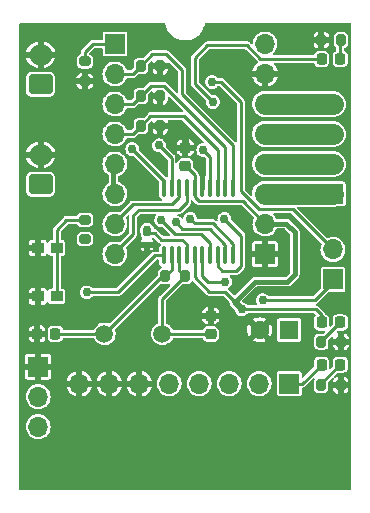
<source format=gbr>
%TF.GenerationSoftware,KiCad,Pcbnew,(6.0.4)*%
%TF.CreationDate,2023-03-08T20:25:47-05:00*%
%TF.ProjectId,Motor_module,4d6f746f-725f-46d6-9f64-756c652e6b69,rev?*%
%TF.SameCoordinates,Original*%
%TF.FileFunction,Copper,L1,Top*%
%TF.FilePolarity,Positive*%
%FSLAX46Y46*%
G04 Gerber Fmt 4.6, Leading zero omitted, Abs format (unit mm)*
G04 Created by KiCad (PCBNEW (6.0.4)) date 2023-03-08 20:25:47*
%MOMM*%
%LPD*%
G01*
G04 APERTURE LIST*
G04 Aperture macros list*
%AMRoundRect*
0 Rectangle with rounded corners*
0 $1 Rounding radius*
0 $2 $3 $4 $5 $6 $7 $8 $9 X,Y pos of 4 corners*
0 Add a 4 corners polygon primitive as box body*
4,1,4,$2,$3,$4,$5,$6,$7,$8,$9,$2,$3,0*
0 Add four circle primitives for the rounded corners*
1,1,$1+$1,$2,$3*
1,1,$1+$1,$4,$5*
1,1,$1+$1,$6,$7*
1,1,$1+$1,$8,$9*
0 Add four rect primitives between the rounded corners*
20,1,$1+$1,$2,$3,$4,$5,0*
20,1,$1+$1,$4,$5,$6,$7,0*
20,1,$1+$1,$6,$7,$8,$9,0*
20,1,$1+$1,$8,$9,$2,$3,0*%
G04 Aperture macros list end*
%TA.AperFunction,SMDPad,CuDef*%
%ADD10RoundRect,0.225000X-0.225000X-0.250000X0.225000X-0.250000X0.225000X0.250000X-0.225000X0.250000X0*%
%TD*%
%TA.AperFunction,ComponentPad*%
%ADD11R,1.600000X1.600000*%
%TD*%
%TA.AperFunction,ComponentPad*%
%ADD12C,1.600000*%
%TD*%
%TA.AperFunction,ComponentPad*%
%ADD13C,1.500000*%
%TD*%
%TA.AperFunction,SMDPad,CuDef*%
%ADD14RoundRect,0.225000X-0.250000X0.225000X-0.250000X-0.225000X0.250000X-0.225000X0.250000X0.225000X0*%
%TD*%
%TA.AperFunction,ComponentPad*%
%ADD15R,1.700000X1.700000*%
%TD*%
%TA.AperFunction,ComponentPad*%
%ADD16O,1.700000X1.700000*%
%TD*%
%TA.AperFunction,SMDPad,CuDef*%
%ADD17RoundRect,0.200000X-0.200000X-0.275000X0.200000X-0.275000X0.200000X0.275000X-0.200000X0.275000X0*%
%TD*%
%TA.AperFunction,ComponentPad*%
%ADD18RoundRect,0.250000X0.750000X-0.600000X0.750000X0.600000X-0.750000X0.600000X-0.750000X-0.600000X0*%
%TD*%
%TA.AperFunction,ComponentPad*%
%ADD19O,2.000000X1.700000*%
%TD*%
%TA.AperFunction,SMDPad,CuDef*%
%ADD20RoundRect,0.200000X0.200000X0.275000X-0.200000X0.275000X-0.200000X-0.275000X0.200000X-0.275000X0*%
%TD*%
%TA.AperFunction,SMDPad,CuDef*%
%ADD21RoundRect,0.200000X-0.275000X0.200000X-0.275000X-0.200000X0.275000X-0.200000X0.275000X0.200000X0*%
%TD*%
%TA.AperFunction,SMDPad,CuDef*%
%ADD22RoundRect,0.218750X0.218750X0.256250X-0.218750X0.256250X-0.218750X-0.256250X0.218750X-0.256250X0*%
%TD*%
%TA.AperFunction,SMDPad,CuDef*%
%ADD23RoundRect,0.140000X-0.170000X0.140000X-0.170000X-0.140000X0.170000X-0.140000X0.170000X0.140000X0*%
%TD*%
%TA.AperFunction,SMDPad,CuDef*%
%ADD24RoundRect,0.100000X0.100000X-0.637500X0.100000X0.637500X-0.100000X0.637500X-0.100000X-0.637500X0*%
%TD*%
%TA.AperFunction,SMDPad,CuDef*%
%ADD25R,1.000000X0.900000*%
%TD*%
%TA.AperFunction,ViaPad*%
%ADD26C,0.762000*%
%TD*%
%TA.AperFunction,Conductor*%
%ADD27C,0.508000*%
%TD*%
%TA.AperFunction,Conductor*%
%ADD28C,0.254000*%
%TD*%
%TA.AperFunction,Conductor*%
%ADD29C,0.381000*%
%TD*%
%TA.AperFunction,Conductor*%
%ADD30C,1.778000*%
%TD*%
G04 APERTURE END LIST*
D10*
%TO.P,C3,1*%
%TO.N,GND*%
X134215000Y-80550000D03*
%TO.P,C3,2*%
%TO.N,/OSC_IN*%
X135765000Y-80550000D03*
%TD*%
D11*
%TO.P,C1,1*%
%TO.N,VPP*%
X155545113Y-80220000D03*
D12*
%TO.P,C1,2*%
%TO.N,GND*%
X153045113Y-80220000D03*
%TD*%
D13*
%TO.P,Y1,1,1*%
%TO.N,/OSC_OUT*%
X144810000Y-80560000D03*
%TO.P,Y1,2,2*%
%TO.N,/OSC_IN*%
X139910000Y-80560000D03*
%TD*%
D14*
%TO.P,C6,1*%
%TO.N,GND*%
X148900000Y-79005000D03*
%TO.P,C6,2*%
%TO.N,/OSC_OUT*%
X148900000Y-80555000D03*
%TD*%
D15*
%TO.P,J1,1,Pin_1*%
%TO.N,/1B*%
X159270000Y-68700000D03*
D16*
%TO.P,J1,2,Pin_2*%
%TO.N,/1A*%
X159270000Y-66160000D03*
%TO.P,J1,3,Pin_3*%
%TO.N,/2A*%
X159270000Y-63620000D03*
%TO.P,J1,4,Pin_4*%
%TO.N,/2B*%
X159270000Y-61080000D03*
%TD*%
D17*
%TO.P,R4,1*%
%TO.N,/MS3*%
X142985000Y-62950000D03*
%TO.P,R4,2*%
%TO.N,GND*%
X144635000Y-62950000D03*
%TD*%
D15*
%TO.P,J8,1,Pin_1*%
%TO.N,GND*%
X153500000Y-73790000D03*
D16*
%TO.P,J8,2,Pin_2*%
%TO.N,+3V3*%
X153500000Y-71250000D03*
%TO.P,J8,3,Pin_3*%
%TO.N,/1B*%
X153500000Y-68710000D03*
%TO.P,J8,4,Pin_4*%
%TO.N,/1A*%
X153500000Y-66170000D03*
%TO.P,J8,5,Pin_5*%
%TO.N,/2A*%
X153500000Y-63630000D03*
%TO.P,J8,6,Pin_6*%
%TO.N,/2B*%
X153500000Y-61090000D03*
%TO.P,J8,7,Pin_7*%
%TO.N,GND*%
X153500000Y-58550000D03*
%TO.P,J8,8,Pin_8*%
%TO.N,VPP*%
X153500000Y-56010000D03*
%TD*%
D18*
%TO.P,J3,1,Pin_1*%
%TO.N,/LIMIT_SW_0*%
X134500000Y-59420000D03*
D19*
%TO.P,J3,2,Pin_2*%
%TO.N,GND*%
X134500000Y-56920000D03*
%TD*%
D15*
%TO.P,J6,1,Pin_1*%
%TO.N,GND*%
X134300000Y-83325000D03*
D16*
%TO.P,J6,2,Pin_2*%
%TO.N,Net-(J6-Pad2)*%
X134300000Y-85865000D03*
%TO.P,J6,3,Pin_3*%
%TO.N,+3V3*%
X134300000Y-88405000D03*
%TD*%
D20*
%TO.P,R6,1*%
%TO.N,/OSC_OUT*%
X146725000Y-75670000D03*
%TO.P,R6,2*%
%TO.N,/OSC_IN*%
X145075000Y-75670000D03*
%TD*%
%TO.P,R7,1*%
%TO.N,Net-(D1-Pad1)*%
X159925000Y-55660000D03*
%TO.P,R7,2*%
%TO.N,GND*%
X158275000Y-55660000D03*
%TD*%
D21*
%TO.P,R2,1*%
%TO.N,/M_EN*%
X138240000Y-57485000D03*
%TO.P,R2,2*%
%TO.N,GND*%
X138240000Y-59135000D03*
%TD*%
D22*
%TO.P,D2,1,K*%
%TO.N,Net-(D2-Pad1)*%
X159867500Y-79590000D03*
%TO.P,D2,2,A*%
%TO.N,+3V3*%
X158292500Y-79590000D03*
%TD*%
D14*
%TO.P,C5,1*%
%TO.N,GND*%
X146760000Y-64785000D03*
%TO.P,C5,2*%
%TO.N,+3V3*%
X146760000Y-66335000D03*
%TD*%
D22*
%TO.P,D1,1,K*%
%TO.N,Net-(D1-Pad1)*%
X159867500Y-57260000D03*
%TO.P,D1,2,A*%
%TO.N,/LED*%
X158292500Y-57260000D03*
%TD*%
D23*
%TO.P,C8,1*%
%TO.N,/~{RESET}*%
X143510000Y-72040000D03*
%TO.P,C8,2*%
%TO.N,GND*%
X143510000Y-73000000D03*
%TD*%
D15*
%TO.P,J5,1,Pin_1*%
%TO.N,/SWCLK*%
X159260000Y-75945000D03*
D16*
%TO.P,J5,2,Pin_2*%
%TO.N,/SWDIO*%
X159260000Y-73405000D03*
%TD*%
D17*
%TO.P,R3,1*%
%TO.N,/MS2*%
X142985000Y-60410000D03*
%TO.P,R3,2*%
%TO.N,GND*%
X144635000Y-60410000D03*
%TD*%
%TO.P,R10,1*%
%TO.N,Net-(D3-Pad1)*%
X158265000Y-84900000D03*
%TO.P,R10,2*%
%TO.N,GND*%
X159915000Y-84900000D03*
%TD*%
%TO.P,R1,1*%
%TO.N,/MS1*%
X142985000Y-57870000D03*
%TO.P,R1,2*%
%TO.N,GND*%
X144635000Y-57870000D03*
%TD*%
D15*
%TO.P,J7,1,Pin_1*%
%TO.N,/M_EN*%
X140800000Y-56007000D03*
D16*
%TO.P,J7,2,Pin_2*%
%TO.N,/MS1*%
X140800000Y-58547000D03*
%TO.P,J7,3,Pin_3*%
%TO.N,/MS2*%
X140800000Y-61087000D03*
%TO.P,J7,4,Pin_4*%
%TO.N,/MS3*%
X140800000Y-63627000D03*
%TO.P,J7,5,Pin_5*%
%TO.N,Net-(J7-Pad5)*%
X140800000Y-66167000D03*
%TO.P,J7,6,Pin_6*%
X140800000Y-68707000D03*
%TO.P,J7,7,Pin_7*%
%TO.N,/STEP*%
X140800000Y-71247000D03*
%TO.P,J7,8,Pin_8*%
%TO.N,/DIR*%
X140800000Y-73787000D03*
%TD*%
D18*
%TO.P,J4,1,Pin_1*%
%TO.N,/LIMIT_SW_0*%
X134500000Y-67890000D03*
D19*
%TO.P,J4,2,Pin_2*%
%TO.N,GND*%
X134500000Y-65390000D03*
%TD*%
D24*
%TO.P,U1,1,BOOT0*%
%TO.N,/BOOT0*%
X144945000Y-73912500D03*
%TO.P,U1,2,PF0*%
%TO.N,/OSC_IN*%
X145595000Y-73912500D03*
%TO.P,U1,3,PF1*%
%TO.N,/OSC_OUT*%
X146245000Y-73912500D03*
%TO.P,U1,4,NRST*%
%TO.N,/~{RESET}*%
X146895000Y-73912500D03*
%TO.P,U1,5,VDDA*%
%TO.N,+3V3*%
X147545000Y-73912500D03*
%TO.P,U1,6,PA0*%
%TO.N,/LIMIT_SW_0*%
X148195000Y-73912500D03*
%TO.P,U1,7,PA1*%
%TO.N,/RS485_DE*%
X148845000Y-73912500D03*
%TO.P,U1,8,PA2*%
%TO.N,/RS485_TX*%
X149495000Y-73912500D03*
%TO.P,U1,9,PA3*%
%TO.N,/RS485_RX*%
X150145000Y-73912500D03*
%TO.P,U1,10,PA4*%
%TO.N,/~{RS485_RE}*%
X150795000Y-73912500D03*
%TO.P,U1,11,PA5*%
%TO.N,/MS1*%
X150795000Y-68187500D03*
%TO.P,U1,12,PA6*%
%TO.N,/MS2*%
X150145000Y-68187500D03*
%TO.P,U1,13,PA7*%
%TO.N,/MS3*%
X149495000Y-68187500D03*
%TO.P,U1,14,PB1*%
%TO.N,/LED*%
X148845000Y-68187500D03*
%TO.P,U1,15,VSS*%
%TO.N,GND*%
X148195000Y-68187500D03*
%TO.P,U1,16,VDD*%
%TO.N,+3V3*%
X147545000Y-68187500D03*
%TO.P,U1,17,PA9*%
%TO.N,/DIR*%
X146895000Y-68187500D03*
%TO.P,U1,18,PA10*%
%TO.N,/STEP*%
X146245000Y-68187500D03*
%TO.P,U1,19,PA13*%
%TO.N,/SWDIO*%
X145595000Y-68187500D03*
%TO.P,U1,20,PA14*%
%TO.N,/SWCLK*%
X144945000Y-68187500D03*
%TD*%
D15*
%TO.P,J2,1,Pin_1*%
%TO.N,VPP*%
X155555000Y-84765000D03*
D16*
%TO.P,J2,2,Pin_2*%
X153015000Y-84765000D03*
%TO.P,J2,3,Pin_3*%
%TO.N,+3V3*%
X150475000Y-84765000D03*
%TO.P,J2,4,Pin_4*%
%TO.N,/RS485+*%
X147935000Y-84765000D03*
%TO.P,J2,5,Pin_5*%
%TO.N,/RS485-*%
X145395000Y-84765000D03*
%TO.P,J2,6,Pin_6*%
%TO.N,GND*%
X142855000Y-84765000D03*
%TO.P,J2,7,Pin_7*%
X140315000Y-84765000D03*
%TO.P,J2,8,Pin_8*%
X137775000Y-84765000D03*
%TD*%
D25*
%TO.P,SW1,1,1*%
%TO.N,GND*%
X134260000Y-77380000D03*
X134260000Y-73280000D03*
%TO.P,SW1,2,2*%
%TO.N,/~{RESET}*%
X135860000Y-73280000D03*
X135860000Y-77380000D03*
%TD*%
D17*
%TO.P,R9,1*%
%TO.N,Net-(D2-Pad1)*%
X158275000Y-81210000D03*
%TO.P,R9,2*%
%TO.N,GND*%
X159925000Y-81210000D03*
%TD*%
D21*
%TO.P,R8,1*%
%TO.N,/~{RESET}*%
X138240000Y-70885000D03*
%TO.P,R8,2*%
%TO.N,+3V3*%
X138240000Y-72535000D03*
%TD*%
D22*
%TO.P,D3,1,K*%
%TO.N,Net-(D3-Pad1)*%
X159867500Y-83150000D03*
%TO.P,D3,2,A*%
%TO.N,VPP*%
X158292500Y-83150000D03*
%TD*%
D26*
%TO.N,GND*%
X148000000Y-92500000D03*
X158280000Y-55660000D03*
X150600000Y-63200000D03*
X145600000Y-58800000D03*
X151500000Y-87000000D03*
X139500000Y-89500000D03*
X157500000Y-89500000D03*
X134350000Y-71630000D03*
X160000000Y-89500000D03*
X151400000Y-54900000D03*
X139500000Y-78580000D03*
X146280000Y-63610000D03*
X143100000Y-82020000D03*
X143100000Y-80110000D03*
X136500000Y-92500000D03*
X159910000Y-84920000D03*
X157500000Y-87000000D03*
X149100000Y-57000000D03*
X148000000Y-89500000D03*
X139460000Y-82230000D03*
X151500000Y-92500000D03*
X138250000Y-65500000D03*
X149160000Y-82580000D03*
X143700000Y-54700000D03*
X157000000Y-55000000D03*
X151600000Y-58500000D03*
X151600000Y-57000000D03*
X149300000Y-54900000D03*
X146600000Y-56500000D03*
X154500000Y-89500000D03*
X143100000Y-61600000D03*
X160000000Y-92500000D03*
X137490000Y-75670000D03*
X160000000Y-87000000D03*
X138250000Y-61500000D03*
X145500000Y-92500000D03*
X143300000Y-64200000D03*
X138250000Y-63500000D03*
X142500000Y-89500000D03*
X159500000Y-71000000D03*
X152210000Y-82550000D03*
X159500000Y-59000000D03*
X159500000Y-78000000D03*
X134260000Y-75360000D03*
X138230000Y-69110000D03*
X136500000Y-89500000D03*
X151500000Y-89500000D03*
X159930000Y-81220000D03*
X145500000Y-89500000D03*
X139500000Y-92500000D03*
X154500000Y-87000000D03*
X154500000Y-92500000D03*
X157500000Y-92500000D03*
X134780000Y-79010000D03*
X150600000Y-61300000D03*
X142500000Y-92500000D03*
X134000000Y-92500000D03*
%TO.N,+3V3*%
X138230000Y-72550000D03*
X151525000Y-78480000D03*
%TO.N,/LIMIT_SW_0*%
X150130000Y-76120000D03*
%TO.N,/~{RESET}*%
X138230000Y-70880000D03*
X143520000Y-71730000D03*
%TO.N,/LED*%
X149090000Y-60910000D03*
X148280000Y-64990000D03*
%TO.N,/SWCLK*%
X153300000Y-77700000D03*
X142270000Y-64910000D03*
%TO.N,/SWDIO*%
X149020000Y-59230000D03*
X144530000Y-64600000D03*
%TO.N,/BOOT0*%
X138410000Y-77040000D03*
%TO.N,/RS485_DE*%
X144720000Y-70910000D03*
%TO.N,/RS485_TX*%
X150070000Y-70800000D03*
%TO.N,/RS485_RX*%
X145940000Y-71110000D03*
%TO.N,/~{RS485_RE}*%
X147170000Y-70810000D03*
%TD*%
D27*
%TO.N,GND*%
X146780000Y-64755000D02*
X146780000Y-64110000D01*
X146780000Y-64110000D02*
X146280000Y-63610000D01*
D28*
%TO.N,+3V3*%
X147545000Y-68935000D02*
X147545000Y-68187500D01*
X148790000Y-76990000D02*
X150100000Y-76990000D01*
D29*
X153670000Y-71217000D02*
X155317000Y-71217000D01*
D28*
X150100000Y-76990000D02*
X150935000Y-77825000D01*
X158292500Y-78962500D02*
X158292500Y-79590000D01*
D29*
X155400000Y-76140000D02*
X152620000Y-76140000D01*
D28*
X153527000Y-71217000D02*
X151640000Y-69330000D01*
X153670000Y-71217000D02*
X153527000Y-71217000D01*
X151640000Y-69330000D02*
X147940000Y-69330000D01*
X157810000Y-78480000D02*
X158292500Y-78962500D01*
D29*
X155317000Y-71217000D02*
X156040000Y-71940000D01*
X156040000Y-75500000D02*
X155400000Y-76140000D01*
D27*
X151525000Y-78480000D02*
X151525000Y-78415000D01*
X151525000Y-78415000D02*
X150935000Y-77825000D01*
D28*
X147545000Y-67070000D02*
X146780000Y-66305000D01*
X151525000Y-78480000D02*
X157810000Y-78480000D01*
D29*
X156040000Y-71940000D02*
X156040000Y-75500000D01*
D28*
X147545000Y-75745000D02*
X148790000Y-76990000D01*
X147940000Y-69330000D02*
X147545000Y-68935000D01*
X147545000Y-68187500D02*
X147545000Y-67070000D01*
D29*
X152620000Y-76140000D02*
X150935000Y-77825000D01*
D28*
X147545000Y-73912500D02*
X147545000Y-75745000D01*
%TO.N,/OSC_IN*%
X144800000Y-75670000D02*
X145075000Y-75670000D01*
X145595000Y-75150000D02*
X145075000Y-75670000D01*
X145595000Y-73912500D02*
X145595000Y-75150000D01*
X139910000Y-80560000D02*
X144800000Y-75670000D01*
X139910000Y-80560000D02*
X135795000Y-80560000D01*
X135795000Y-80560000D02*
X135790000Y-80555000D01*
%TO.N,/OSC_OUT*%
X144810000Y-80560000D02*
X144810000Y-77585000D01*
X146245000Y-75190000D02*
X146725000Y-75670000D01*
X146245000Y-73912500D02*
X146245000Y-75190000D01*
X144810000Y-77585000D02*
X146725000Y-75670000D01*
X144810000Y-80560000D02*
X148895000Y-80560000D01*
X148895000Y-80560000D02*
X148900000Y-80555000D01*
%TO.N,/LIMIT_SW_0*%
X148690000Y-76120000D02*
X148195000Y-75625000D01*
X150130000Y-76120000D02*
X148690000Y-76120000D01*
X148195000Y-75625000D02*
X148195000Y-73912500D01*
%TO.N,/~{RESET}*%
X144180000Y-72040000D02*
X144710000Y-72570000D01*
X138570000Y-70895000D02*
X136695000Y-70895000D01*
X144710000Y-72570000D02*
X146500000Y-72570000D01*
X135860000Y-71730000D02*
X135860000Y-73280000D01*
X135860000Y-77380000D02*
X135860000Y-73280000D01*
X146500000Y-72570000D02*
X146895000Y-72965000D01*
X146895000Y-72965000D02*
X146895000Y-73912500D01*
X136695000Y-70895000D02*
X135860000Y-71730000D01*
X143510000Y-72040000D02*
X144180000Y-72040000D01*
%TO.N,Net-(D1-Pad1)*%
X159867500Y-57260000D02*
X159867500Y-55697500D01*
%TO.N,/LED*%
X148845000Y-68187500D02*
X148845000Y-65555000D01*
X147555000Y-57205000D02*
X147555000Y-58935000D01*
X151990000Y-56130000D02*
X148630000Y-56130000D01*
X149090000Y-60910000D02*
X147555000Y-59375000D01*
X148845000Y-65555000D02*
X148280000Y-64990000D01*
X147555000Y-59375000D02*
X147555000Y-58935000D01*
X148630000Y-56130000D02*
X147555000Y-57205000D01*
X153120000Y-57260000D02*
X151990000Y-56130000D01*
X158292500Y-57260000D02*
X153120000Y-57260000D01*
D30*
%TO.N,/1B*%
X153500000Y-68710000D02*
X159260000Y-68710000D01*
D28*
X159260000Y-68710000D02*
X159270000Y-68700000D01*
D30*
%TO.N,/1A*%
X153500000Y-66170000D02*
X159260000Y-66170000D01*
D28*
X159260000Y-66170000D02*
X159270000Y-66160000D01*
D29*
%TO.N,Net-(J7-Pad5)*%
X140665200Y-68707000D02*
X140665200Y-66167000D01*
D28*
%TO.N,VPP*%
X158292500Y-83150000D02*
X156677500Y-84765000D01*
X156677500Y-84765000D02*
X155555000Y-84765000D01*
%TO.N,/SWCLK*%
X159260000Y-76160000D02*
X159260000Y-75945000D01*
X153300000Y-77700000D02*
X157720000Y-77700000D01*
X144945000Y-67585000D02*
X142270000Y-64910000D01*
X157720000Y-77700000D02*
X159260000Y-76160000D01*
X144945000Y-68187500D02*
X144945000Y-67585000D01*
%TO.N,/SWDIO*%
X149780000Y-59230000D02*
X151450000Y-60900000D01*
X145595000Y-68187500D02*
X145595000Y-65665000D01*
X152980000Y-70010000D02*
X155865000Y-70010000D01*
X145595000Y-65665000D02*
X144530000Y-64600000D01*
X149020000Y-59230000D02*
X149780000Y-59230000D01*
X155865000Y-70010000D02*
X159260000Y-73405000D01*
X151450000Y-60900000D02*
X151450000Y-68480000D01*
X151450000Y-68480000D02*
X152980000Y-70010000D01*
%TO.N,/BOOT0*%
X144157500Y-73912500D02*
X144945000Y-73912500D01*
X138410000Y-77040000D02*
X141030000Y-77040000D01*
X141030000Y-77040000D02*
X144157500Y-73912500D01*
%TO.N,/MS1*%
X142308000Y-58547000D02*
X140665200Y-58547000D01*
X142985000Y-57870000D02*
X142308000Y-58547000D01*
X142985000Y-57870000D02*
X143965000Y-56890000D01*
X145150000Y-56890000D02*
X146480000Y-58220000D01*
X150795000Y-64565000D02*
X150795000Y-68187500D01*
X146480000Y-60250000D02*
X150795000Y-64565000D01*
X143965000Y-56890000D02*
X145150000Y-56890000D01*
X146480000Y-58220000D02*
X146480000Y-60250000D01*
%TO.N,/M_EN*%
X138943000Y-56007000D02*
X140800000Y-56007000D01*
X138240000Y-57485000D02*
X138240000Y-56710000D01*
X138240000Y-56710000D02*
X138943000Y-56007000D01*
%TO.N,/MS2*%
X150145000Y-64767705D02*
X144937295Y-59560000D01*
X142308000Y-61087000D02*
X140665200Y-61087000D01*
X142985000Y-60410000D02*
X142308000Y-61087000D01*
X143835000Y-59560000D02*
X142985000Y-60410000D01*
X144937295Y-59560000D02*
X143835000Y-59560000D01*
X150145000Y-68187500D02*
X150145000Y-64767705D01*
%TO.N,/MS3*%
X146620000Y-62130000D02*
X143805000Y-62130000D01*
X143805000Y-62130000D02*
X142985000Y-62950000D01*
X142308000Y-63627000D02*
X140665200Y-63627000D01*
X149495000Y-68187500D02*
X149495000Y-65005000D01*
X149495000Y-65005000D02*
X146620000Y-62130000D01*
X142985000Y-62950000D02*
X142308000Y-63627000D01*
%TO.N,/RS485_DE*%
X148845000Y-72845000D02*
X148845000Y-73912500D01*
X148110000Y-72110000D02*
X148845000Y-72845000D01*
X145920000Y-72110000D02*
X148110000Y-72110000D01*
X144720000Y-70910000D02*
X145920000Y-72110000D01*
%TO.N,/RS485_TX*%
X150070000Y-70800000D02*
X151500000Y-72230000D01*
X151500000Y-72230000D02*
X151500000Y-74780000D01*
X151500000Y-74780000D02*
X151050000Y-75230000D01*
X151050000Y-75230000D02*
X149900000Y-75230000D01*
X149495000Y-74825000D02*
X149495000Y-73912500D01*
X149900000Y-75230000D02*
X149495000Y-74825000D01*
%TO.N,/RS485_RX*%
X150145000Y-72995000D02*
X150145000Y-73912500D01*
X145940000Y-71110000D02*
X146490000Y-71660000D01*
X148810000Y-71660000D02*
X150145000Y-72995000D01*
X146490000Y-71660000D02*
X148810000Y-71660000D01*
%TO.N,/~{RS485_RE}*%
X149060000Y-71180000D02*
X147540000Y-71180000D01*
X150795000Y-72915000D02*
X149060000Y-71180000D01*
X150795000Y-73912500D02*
X150795000Y-72915000D01*
X147540000Y-71180000D02*
X147170000Y-70810000D01*
%TO.N,/STEP*%
X145646744Y-69600000D02*
X142312200Y-69600000D01*
X142312200Y-69600000D02*
X140665200Y-71247000D01*
X146245000Y-68187500D02*
X146245000Y-69001744D01*
X146245000Y-69001744D02*
X145646744Y-69600000D01*
%TO.N,/DIR*%
X142800000Y-70070000D02*
X146210000Y-70070000D01*
X140665200Y-73787000D02*
X142360000Y-72092200D01*
X146895000Y-69385000D02*
X146895000Y-68187500D01*
X142360000Y-70510000D02*
X142800000Y-70070000D01*
X146210000Y-70070000D02*
X146895000Y-69385000D01*
X142360000Y-72092200D02*
X142360000Y-70510000D01*
%TO.N,Net-(D3-Pad1)*%
X158265000Y-84752500D02*
X159867500Y-83150000D01*
X158265000Y-84900000D02*
X158265000Y-84752500D01*
%TO.N,Net-(D2-Pad1)*%
X158275000Y-81182500D02*
X159867500Y-79590000D01*
X158275000Y-81210000D02*
X158275000Y-81182500D01*
D30*
%TO.N,/2B*%
X153500000Y-61090000D02*
X159260000Y-61090000D01*
D28*
X159260000Y-61090000D02*
X159270000Y-61080000D01*
%TO.N,/2A*%
X159260000Y-63630000D02*
X159270000Y-63620000D01*
D30*
X153500000Y-63630000D02*
X159260000Y-63630000D01*
%TD*%
%TA.AperFunction,Conductor*%
%TO.N,GND*%
G36*
X145036365Y-54222779D02*
G01*
X145063451Y-54267102D01*
X145117426Y-54503582D01*
X145118540Y-54506420D01*
X145118542Y-54506427D01*
X145209600Y-54738440D01*
X145210715Y-54741280D01*
X145212238Y-54743919D01*
X145212241Y-54743924D01*
X145333125Y-54953300D01*
X145338390Y-54962419D01*
X145376446Y-55010140D01*
X145495692Y-55159670D01*
X145495698Y-55159676D01*
X145497598Y-55162059D01*
X145684782Y-55335741D01*
X145895762Y-55479584D01*
X145898503Y-55480904D01*
X145898510Y-55480908D01*
X146057924Y-55557678D01*
X146125823Y-55590376D01*
X146369828Y-55665642D01*
X146372846Y-55666097D01*
X146372851Y-55666098D01*
X146619305Y-55703245D01*
X146619308Y-55703245D01*
X146622325Y-55703700D01*
X146877675Y-55703700D01*
X146880692Y-55703245D01*
X146880695Y-55703245D01*
X147127149Y-55666098D01*
X147127154Y-55666097D01*
X147130172Y-55665642D01*
X147374177Y-55590376D01*
X147604239Y-55479584D01*
X147815218Y-55335741D01*
X148002402Y-55162059D01*
X148004302Y-55159676D01*
X148004308Y-55159670D01*
X148123554Y-55010140D01*
X148161610Y-54962419D01*
X148166875Y-54953300D01*
X148287759Y-54743924D01*
X148287762Y-54743919D01*
X148289285Y-54741280D01*
X148290400Y-54738440D01*
X148381458Y-54506427D01*
X148381460Y-54506420D01*
X148382574Y-54503582D01*
X148436549Y-54267102D01*
X148466814Y-54220244D01*
X148516054Y-54203700D01*
X160714750Y-54203700D01*
X160767169Y-54222779D01*
X160795061Y-54271089D01*
X160796300Y-54285250D01*
X160796300Y-93714750D01*
X160777221Y-93767169D01*
X160728911Y-93795061D01*
X160714750Y-93796300D01*
X132785250Y-93796300D01*
X132732831Y-93777221D01*
X132704939Y-93728911D01*
X132703700Y-93714750D01*
X132703700Y-88390217D01*
X133241305Y-88390217D01*
X133258596Y-88596133D01*
X133259692Y-88599956D01*
X133259693Y-88599960D01*
X133314457Y-88790941D01*
X133315555Y-88794770D01*
X133317375Y-88798311D01*
X133317376Y-88798314D01*
X133408186Y-88975012D01*
X133408189Y-88975016D01*
X133410010Y-88978560D01*
X133538364Y-89140503D01*
X133695730Y-89274431D01*
X133699207Y-89276374D01*
X133699208Y-89276375D01*
X133742865Y-89300774D01*
X133876111Y-89375243D01*
X133879897Y-89376473D01*
X134068849Y-89437868D01*
X134068853Y-89437869D01*
X134072639Y-89439099D01*
X134135872Y-89446639D01*
X134273864Y-89463094D01*
X134273868Y-89463094D01*
X134277826Y-89463566D01*
X134440905Y-89451017D01*
X134479882Y-89448018D01*
X134479883Y-89448018D01*
X134483858Y-89447712D01*
X134521845Y-89437106D01*
X134679048Y-89393215D01*
X134679049Y-89393214D01*
X134682887Y-89392143D01*
X134867332Y-89298973D01*
X134870477Y-89296516D01*
X134870480Y-89296514D01*
X134929507Y-89250397D01*
X135030168Y-89171752D01*
X135165191Y-89015325D01*
X135267260Y-88835652D01*
X135332486Y-88639575D01*
X135358385Y-88434563D01*
X135358798Y-88405000D01*
X135338633Y-88199345D01*
X135278907Y-88001523D01*
X135273680Y-87991691D01*
X135183770Y-87822596D01*
X135183769Y-87822595D01*
X135181895Y-87819070D01*
X135051292Y-87658935D01*
X135001630Y-87617851D01*
X134895147Y-87529760D01*
X134895141Y-87529756D01*
X134892072Y-87527217D01*
X134710301Y-87428933D01*
X134601834Y-87395357D01*
X134516714Y-87369008D01*
X134516711Y-87369007D01*
X134512901Y-87367828D01*
X134371171Y-87352931D01*
X134311361Y-87346645D01*
X134311359Y-87346645D01*
X134307392Y-87346228D01*
X134183044Y-87357544D01*
X134105577Y-87364594D01*
X134105575Y-87364594D01*
X134101601Y-87364956D01*
X133903367Y-87423300D01*
X133720241Y-87519036D01*
X133717135Y-87521534D01*
X133717134Y-87521534D01*
X133710066Y-87527217D01*
X133559198Y-87648518D01*
X133426371Y-87806814D01*
X133417695Y-87822596D01*
X133328739Y-87984405D01*
X133328737Y-87984410D01*
X133326821Y-87987895D01*
X133264339Y-88184864D01*
X133241305Y-88390217D01*
X132703700Y-88390217D01*
X132703700Y-85850217D01*
X133241305Y-85850217D01*
X133258596Y-86056133D01*
X133259692Y-86059956D01*
X133259693Y-86059960D01*
X133314457Y-86250941D01*
X133315555Y-86254770D01*
X133317375Y-86258311D01*
X133317376Y-86258314D01*
X133408186Y-86435012D01*
X133408189Y-86435016D01*
X133410010Y-86438560D01*
X133538364Y-86600503D01*
X133695730Y-86734431D01*
X133699207Y-86736374D01*
X133699208Y-86736375D01*
X133742865Y-86760774D01*
X133876111Y-86835243D01*
X133879897Y-86836473D01*
X134068849Y-86897868D01*
X134068853Y-86897869D01*
X134072639Y-86899099D01*
X134135872Y-86906639D01*
X134273864Y-86923094D01*
X134273868Y-86923094D01*
X134277826Y-86923566D01*
X134440905Y-86911017D01*
X134479882Y-86908018D01*
X134479883Y-86908018D01*
X134483858Y-86907712D01*
X134521845Y-86897106D01*
X134679048Y-86853215D01*
X134679049Y-86853214D01*
X134682887Y-86852143D01*
X134867332Y-86758973D01*
X134870477Y-86756516D01*
X134870480Y-86756514D01*
X134929507Y-86710397D01*
X135030168Y-86631752D01*
X135165191Y-86475325D01*
X135267260Y-86295652D01*
X135332486Y-86099575D01*
X135358385Y-85894563D01*
X135358798Y-85865000D01*
X135338633Y-85659345D01*
X135333114Y-85641064D01*
X135280061Y-85465344D01*
X135280060Y-85465341D01*
X135278907Y-85461523D01*
X135273680Y-85451691D01*
X135183770Y-85282596D01*
X135183769Y-85282595D01*
X135181895Y-85279070D01*
X135051292Y-85118935D01*
X134986393Y-85065246D01*
X134938082Y-85025279D01*
X136702432Y-85025279D01*
X136702511Y-85027394D01*
X136728945Y-85131481D01*
X136731430Y-85138496D01*
X136813246Y-85315968D01*
X136816972Y-85322421D01*
X136929757Y-85482010D01*
X136934590Y-85487669D01*
X137074577Y-85624038D01*
X137080364Y-85628723D01*
X137242851Y-85737293D01*
X137249398Y-85740848D01*
X137428946Y-85817988D01*
X137436032Y-85820290D01*
X137506974Y-85836343D01*
X137518603Y-85834864D01*
X137520775Y-85832515D01*
X137521000Y-85831394D01*
X137521000Y-85829416D01*
X138029000Y-85829416D01*
X138033010Y-85840432D01*
X138036078Y-85842204D01*
X138037368Y-85841894D01*
X138222424Y-85779075D01*
X138229220Y-85776050D01*
X138399730Y-85680560D01*
X138405867Y-85676342D01*
X138556110Y-85551387D01*
X138561387Y-85546110D01*
X138686342Y-85395867D01*
X138690560Y-85389730D01*
X138786050Y-85219220D01*
X138789075Y-85212424D01*
X138851038Y-85029890D01*
X138850079Y-85025279D01*
X139242432Y-85025279D01*
X139242511Y-85027394D01*
X139268945Y-85131481D01*
X139271430Y-85138496D01*
X139353246Y-85315968D01*
X139356972Y-85322421D01*
X139469757Y-85482010D01*
X139474590Y-85487669D01*
X139614577Y-85624038D01*
X139620364Y-85628723D01*
X139782851Y-85737293D01*
X139789398Y-85740848D01*
X139968946Y-85817988D01*
X139976032Y-85820290D01*
X140046974Y-85836343D01*
X140058603Y-85834864D01*
X140060775Y-85832515D01*
X140061000Y-85831394D01*
X140061000Y-85829416D01*
X140569000Y-85829416D01*
X140573010Y-85840432D01*
X140576078Y-85842204D01*
X140577368Y-85841894D01*
X140762424Y-85779075D01*
X140769220Y-85776050D01*
X140939730Y-85680560D01*
X140945867Y-85676342D01*
X141096110Y-85551387D01*
X141101387Y-85546110D01*
X141226342Y-85395867D01*
X141230560Y-85389730D01*
X141326050Y-85219220D01*
X141329075Y-85212424D01*
X141391038Y-85029890D01*
X141390079Y-85025279D01*
X141782432Y-85025279D01*
X141782511Y-85027394D01*
X141808945Y-85131481D01*
X141811430Y-85138496D01*
X141893246Y-85315968D01*
X141896972Y-85322421D01*
X142009757Y-85482010D01*
X142014590Y-85487669D01*
X142154577Y-85624038D01*
X142160364Y-85628723D01*
X142322851Y-85737293D01*
X142329398Y-85740848D01*
X142508946Y-85817988D01*
X142516032Y-85820290D01*
X142586974Y-85836343D01*
X142598603Y-85834864D01*
X142600775Y-85832515D01*
X142601000Y-85831394D01*
X142601000Y-85829416D01*
X143109000Y-85829416D01*
X143113010Y-85840432D01*
X143116078Y-85842204D01*
X143117368Y-85841894D01*
X143302424Y-85779075D01*
X143309220Y-85776050D01*
X143479730Y-85680560D01*
X143485867Y-85676342D01*
X143636110Y-85551387D01*
X143641387Y-85546110D01*
X143766342Y-85395867D01*
X143770560Y-85389730D01*
X143866050Y-85219220D01*
X143869075Y-85212424D01*
X143931038Y-85029890D01*
X143929346Y-85021755D01*
X143925851Y-85019000D01*
X143123380Y-85019000D01*
X143112364Y-85023010D01*
X143109000Y-85028836D01*
X143109000Y-85829416D01*
X142601000Y-85829416D01*
X142601000Y-85033380D01*
X142596990Y-85022364D01*
X142591164Y-85019000D01*
X141794759Y-85019000D01*
X141783743Y-85023010D01*
X141782432Y-85025279D01*
X141390079Y-85025279D01*
X141389346Y-85021755D01*
X141385851Y-85019000D01*
X140583380Y-85019000D01*
X140572364Y-85023010D01*
X140569000Y-85028836D01*
X140569000Y-85829416D01*
X140061000Y-85829416D01*
X140061000Y-85033380D01*
X140056990Y-85022364D01*
X140051164Y-85019000D01*
X139254759Y-85019000D01*
X139243743Y-85023010D01*
X139242432Y-85025279D01*
X138850079Y-85025279D01*
X138849346Y-85021755D01*
X138845851Y-85019000D01*
X138043380Y-85019000D01*
X138032364Y-85023010D01*
X138029000Y-85028836D01*
X138029000Y-85829416D01*
X137521000Y-85829416D01*
X137521000Y-85033380D01*
X137516990Y-85022364D01*
X137511164Y-85019000D01*
X136714759Y-85019000D01*
X136703743Y-85023010D01*
X136702432Y-85025279D01*
X134938082Y-85025279D01*
X134895147Y-84989760D01*
X134895141Y-84989756D01*
X134892072Y-84987217D01*
X134710301Y-84888933D01*
X134601834Y-84855357D01*
X134516714Y-84829008D01*
X134516711Y-84829007D01*
X134512901Y-84827828D01*
X134371171Y-84812931D01*
X134311361Y-84806645D01*
X134311359Y-84806645D01*
X134307392Y-84806228D01*
X134183044Y-84817544D01*
X134105577Y-84824594D01*
X134105575Y-84824594D01*
X134101601Y-84824956D01*
X133903367Y-84883300D01*
X133720241Y-84979036D01*
X133717135Y-84981534D01*
X133717134Y-84981534D01*
X133673302Y-85016776D01*
X133559198Y-85108518D01*
X133556637Y-85111570D01*
X133556636Y-85111571D01*
X133534043Y-85138496D01*
X133426371Y-85266814D01*
X133395801Y-85322421D01*
X133328739Y-85444405D01*
X133328737Y-85444410D01*
X133326821Y-85447895D01*
X133325617Y-85451691D01*
X133267032Y-85636375D01*
X133264339Y-85644864D01*
X133253573Y-85740848D01*
X133242239Y-85841894D01*
X133241305Y-85850217D01*
X132703700Y-85850217D01*
X132703700Y-84750217D01*
X144336305Y-84750217D01*
X144353596Y-84956133D01*
X144354692Y-84959956D01*
X144354693Y-84959960D01*
X144394477Y-85098701D01*
X144410555Y-85154770D01*
X144412375Y-85158311D01*
X144412376Y-85158314D01*
X144503186Y-85335012D01*
X144503189Y-85335016D01*
X144505010Y-85338560D01*
X144507488Y-85341687D01*
X144507489Y-85341688D01*
X144628803Y-85494748D01*
X144633364Y-85500503D01*
X144642858Y-85508583D01*
X144778884Y-85624349D01*
X144790730Y-85634431D01*
X144794207Y-85636374D01*
X144794208Y-85636375D01*
X144910125Y-85701159D01*
X144971111Y-85735243D01*
X145017590Y-85750345D01*
X145163849Y-85797868D01*
X145163853Y-85797869D01*
X145167639Y-85799099D01*
X145230872Y-85806639D01*
X145368864Y-85823094D01*
X145368868Y-85823094D01*
X145372826Y-85823566D01*
X145535905Y-85811017D01*
X145574882Y-85808018D01*
X145574883Y-85808018D01*
X145578858Y-85807712D01*
X145681426Y-85779075D01*
X145774048Y-85753215D01*
X145774049Y-85753214D01*
X145777887Y-85752143D01*
X145919597Y-85680560D01*
X145958767Y-85660774D01*
X145958768Y-85660773D01*
X145962332Y-85658973D01*
X145965477Y-85656516D01*
X145965480Y-85656514D01*
X146065077Y-85578700D01*
X146125168Y-85531752D01*
X146260191Y-85375325D01*
X146344262Y-85227334D01*
X146360289Y-85199122D01*
X146360290Y-85199120D01*
X146362260Y-85195652D01*
X146418232Y-85027394D01*
X146426229Y-85003354D01*
X146426229Y-85003353D01*
X146427486Y-84999575D01*
X146453385Y-84794563D01*
X146453798Y-84765000D01*
X146452348Y-84750217D01*
X146876305Y-84750217D01*
X146893596Y-84956133D01*
X146894692Y-84959956D01*
X146894693Y-84959960D01*
X146934477Y-85098701D01*
X146950555Y-85154770D01*
X146952375Y-85158311D01*
X146952376Y-85158314D01*
X147043186Y-85335012D01*
X147043189Y-85335016D01*
X147045010Y-85338560D01*
X147047488Y-85341687D01*
X147047489Y-85341688D01*
X147168803Y-85494748D01*
X147173364Y-85500503D01*
X147182858Y-85508583D01*
X147318884Y-85624349D01*
X147330730Y-85634431D01*
X147334207Y-85636374D01*
X147334208Y-85636375D01*
X147450125Y-85701159D01*
X147511111Y-85735243D01*
X147557590Y-85750345D01*
X147703849Y-85797868D01*
X147703853Y-85797869D01*
X147707639Y-85799099D01*
X147770872Y-85806639D01*
X147908864Y-85823094D01*
X147908868Y-85823094D01*
X147912826Y-85823566D01*
X148075905Y-85811017D01*
X148114882Y-85808018D01*
X148114883Y-85808018D01*
X148118858Y-85807712D01*
X148221426Y-85779075D01*
X148314048Y-85753215D01*
X148314049Y-85753214D01*
X148317887Y-85752143D01*
X148459597Y-85680560D01*
X148498767Y-85660774D01*
X148498768Y-85660773D01*
X148502332Y-85658973D01*
X148505477Y-85656516D01*
X148505480Y-85656514D01*
X148605077Y-85578700D01*
X148665168Y-85531752D01*
X148800191Y-85375325D01*
X148884262Y-85227334D01*
X148900289Y-85199122D01*
X148900290Y-85199120D01*
X148902260Y-85195652D01*
X148958232Y-85027394D01*
X148966229Y-85003354D01*
X148966229Y-85003353D01*
X148967486Y-84999575D01*
X148993385Y-84794563D01*
X148993798Y-84765000D01*
X148992348Y-84750217D01*
X149416305Y-84750217D01*
X149433596Y-84956133D01*
X149434692Y-84959956D01*
X149434693Y-84959960D01*
X149474477Y-85098701D01*
X149490555Y-85154770D01*
X149492375Y-85158311D01*
X149492376Y-85158314D01*
X149583186Y-85335012D01*
X149583189Y-85335016D01*
X149585010Y-85338560D01*
X149587488Y-85341687D01*
X149587489Y-85341688D01*
X149708803Y-85494748D01*
X149713364Y-85500503D01*
X149722858Y-85508583D01*
X149858884Y-85624349D01*
X149870730Y-85634431D01*
X149874207Y-85636374D01*
X149874208Y-85636375D01*
X149990125Y-85701159D01*
X150051111Y-85735243D01*
X150097590Y-85750345D01*
X150243849Y-85797868D01*
X150243853Y-85797869D01*
X150247639Y-85799099D01*
X150310872Y-85806639D01*
X150448864Y-85823094D01*
X150448868Y-85823094D01*
X150452826Y-85823566D01*
X150615905Y-85811017D01*
X150654882Y-85808018D01*
X150654883Y-85808018D01*
X150658858Y-85807712D01*
X150761426Y-85779075D01*
X150854048Y-85753215D01*
X150854049Y-85753214D01*
X150857887Y-85752143D01*
X150999597Y-85680560D01*
X151038767Y-85660774D01*
X151038768Y-85660773D01*
X151042332Y-85658973D01*
X151045477Y-85656516D01*
X151045480Y-85656514D01*
X151145077Y-85578700D01*
X151205168Y-85531752D01*
X151340191Y-85375325D01*
X151424262Y-85227334D01*
X151440289Y-85199122D01*
X151440290Y-85199120D01*
X151442260Y-85195652D01*
X151498232Y-85027394D01*
X151506229Y-85003354D01*
X151506229Y-85003353D01*
X151507486Y-84999575D01*
X151533385Y-84794563D01*
X151533798Y-84765000D01*
X151532348Y-84750217D01*
X151956305Y-84750217D01*
X151973596Y-84956133D01*
X151974692Y-84959956D01*
X151974693Y-84959960D01*
X152014477Y-85098701D01*
X152030555Y-85154770D01*
X152032375Y-85158311D01*
X152032376Y-85158314D01*
X152123186Y-85335012D01*
X152123189Y-85335016D01*
X152125010Y-85338560D01*
X152127488Y-85341687D01*
X152127489Y-85341688D01*
X152248803Y-85494748D01*
X152253364Y-85500503D01*
X152262858Y-85508583D01*
X152398884Y-85624349D01*
X152410730Y-85634431D01*
X152414207Y-85636374D01*
X152414208Y-85636375D01*
X152530125Y-85701159D01*
X152591111Y-85735243D01*
X152637590Y-85750345D01*
X152783849Y-85797868D01*
X152783853Y-85797869D01*
X152787639Y-85799099D01*
X152850872Y-85806639D01*
X152988864Y-85823094D01*
X152988868Y-85823094D01*
X152992826Y-85823566D01*
X153155905Y-85811017D01*
X153194882Y-85808018D01*
X153194883Y-85808018D01*
X153198858Y-85807712D01*
X153301426Y-85779075D01*
X153394048Y-85753215D01*
X153394049Y-85753214D01*
X153397887Y-85752143D01*
X153539597Y-85680560D01*
X153578767Y-85660774D01*
X153578768Y-85660773D01*
X153582332Y-85658973D01*
X153585477Y-85656516D01*
X153585480Y-85656514D01*
X153612935Y-85635064D01*
X154501300Y-85635064D01*
X154513119Y-85694480D01*
X154517580Y-85701156D01*
X154517581Y-85701159D01*
X154550446Y-85750345D01*
X154558140Y-85761860D01*
X154564821Y-85766324D01*
X154618841Y-85802419D01*
X154618844Y-85802420D01*
X154625520Y-85806881D01*
X154684936Y-85818700D01*
X156425064Y-85818700D01*
X156484480Y-85806881D01*
X156491156Y-85802420D01*
X156491159Y-85802419D01*
X156545179Y-85766324D01*
X156551860Y-85761860D01*
X156559554Y-85750345D01*
X156592419Y-85701159D01*
X156592420Y-85701156D01*
X156596881Y-85694480D01*
X156608700Y-85635064D01*
X156608700Y-85179941D01*
X156627779Y-85127522D01*
X156676089Y-85099630D01*
X156697355Y-85098701D01*
X156699655Y-85098902D01*
X156699656Y-85098902D01*
X156706767Y-85099524D01*
X156713660Y-85097677D01*
X156713661Y-85097677D01*
X156721039Y-85095700D01*
X156745715Y-85089088D01*
X156752638Y-85087554D01*
X156776820Y-85083290D01*
X156785325Y-85081790D01*
X156785326Y-85081790D01*
X156792351Y-85080551D01*
X156798529Y-85076984D01*
X156805234Y-85074544D01*
X156805266Y-85074631D01*
X156806098Y-85074286D01*
X156806059Y-85074202D01*
X156812525Y-85071187D01*
X156819416Y-85069340D01*
X156825261Y-85065248D01*
X156825264Y-85065246D01*
X156852438Y-85046219D01*
X156858436Y-85042397D01*
X156881923Y-85028836D01*
X156893349Y-85022239D01*
X156903971Y-85009580D01*
X156919264Y-84991355D01*
X156924070Y-84986110D01*
X157587263Y-84322917D01*
X157637820Y-84299342D01*
X157691703Y-84313780D01*
X157723699Y-84359475D01*
X157717590Y-84417605D01*
X157712182Y-84428219D01*
X157676273Y-84498695D01*
X157675269Y-84505032D01*
X157675269Y-84505033D01*
X157668960Y-84544864D01*
X157661300Y-84593230D01*
X157661300Y-85206770D01*
X157661802Y-85209939D01*
X157672262Y-85275978D01*
X157676273Y-85301305D01*
X157734329Y-85415247D01*
X157824753Y-85505671D01*
X157938695Y-85563727D01*
X157945032Y-85564731D01*
X157945033Y-85564731D01*
X158001718Y-85573709D01*
X158033230Y-85578700D01*
X158496770Y-85578700D01*
X158528282Y-85573709D01*
X158584967Y-85564731D01*
X158584968Y-85564731D01*
X158591305Y-85563727D01*
X158705247Y-85505671D01*
X158795671Y-85415247D01*
X158853727Y-85301305D01*
X158857739Y-85275978D01*
X158865443Y-85227334D01*
X159261001Y-85227334D01*
X159261182Y-85231161D01*
X159263536Y-85256077D01*
X159265653Y-85265727D01*
X159307218Y-85384088D01*
X159312859Y-85394742D01*
X159386724Y-85494748D01*
X159395252Y-85503276D01*
X159495258Y-85577141D01*
X159505912Y-85582782D01*
X159624278Y-85624349D01*
X159633916Y-85626464D01*
X159649533Y-85627940D01*
X159657636Y-85624990D01*
X159661000Y-85619164D01*
X159661000Y-85614619D01*
X160169000Y-85614619D01*
X160173010Y-85625635D01*
X160177488Y-85628221D01*
X160196077Y-85626464D01*
X160205727Y-85624347D01*
X160324088Y-85582782D01*
X160334742Y-85577141D01*
X160434748Y-85503276D01*
X160443276Y-85494748D01*
X160517141Y-85394742D01*
X160522782Y-85384088D01*
X160564349Y-85265722D01*
X160566464Y-85256084D01*
X160568820Y-85231158D01*
X160569000Y-85227337D01*
X160569000Y-85168380D01*
X160564990Y-85157364D01*
X160559164Y-85154000D01*
X160183380Y-85154000D01*
X160172364Y-85158010D01*
X160169000Y-85163836D01*
X160169000Y-85614619D01*
X159661000Y-85614619D01*
X159661000Y-85168380D01*
X159656990Y-85157364D01*
X159651164Y-85154000D01*
X159275381Y-85154000D01*
X159264365Y-85158010D01*
X159261001Y-85163836D01*
X159261001Y-85227334D01*
X158865443Y-85227334D01*
X158868198Y-85209939D01*
X158868700Y-85206770D01*
X158868700Y-84650260D01*
X158887779Y-84597841D01*
X158892585Y-84592595D01*
X159199652Y-84285528D01*
X159250209Y-84261953D01*
X159304092Y-84276391D01*
X159336088Y-84322086D01*
X159331226Y-84377658D01*
X159322914Y-84391643D01*
X159312861Y-84405254D01*
X159307218Y-84415912D01*
X159265651Y-84534278D01*
X159263536Y-84543916D01*
X159261180Y-84568842D01*
X159261000Y-84572663D01*
X159261000Y-84631620D01*
X159265010Y-84642636D01*
X159270836Y-84646000D01*
X159646620Y-84646000D01*
X159657636Y-84641990D01*
X159661000Y-84636164D01*
X159661000Y-84631620D01*
X160169000Y-84631620D01*
X160173010Y-84642636D01*
X160178836Y-84646000D01*
X160554619Y-84646000D01*
X160565635Y-84641990D01*
X160568999Y-84636164D01*
X160568999Y-84572666D01*
X160568818Y-84568839D01*
X160566464Y-84543923D01*
X160564347Y-84534273D01*
X160522782Y-84415912D01*
X160517141Y-84405258D01*
X160443276Y-84305252D01*
X160434748Y-84296724D01*
X160334742Y-84222859D01*
X160324088Y-84217218D01*
X160205722Y-84175651D01*
X160196084Y-84173536D01*
X160180467Y-84172060D01*
X160172364Y-84175010D01*
X160169000Y-84180836D01*
X160169000Y-84631620D01*
X159661000Y-84631620D01*
X159661000Y-84185381D01*
X159656990Y-84174365D01*
X159652512Y-84171779D01*
X159633923Y-84173536D01*
X159624273Y-84175653D01*
X159505912Y-84217218D01*
X159495254Y-84222861D01*
X159481643Y-84232914D01*
X159428143Y-84248710D01*
X159377006Y-84226422D01*
X159352159Y-84176478D01*
X159365229Y-84122247D01*
X159375528Y-84109652D01*
X159632595Y-83852585D01*
X159683152Y-83829010D01*
X159690260Y-83828700D01*
X160119498Y-83828700D01*
X160152473Y-83823477D01*
X160212084Y-83814036D01*
X160212085Y-83814036D01*
X160218422Y-83813032D01*
X160337655Y-83752280D01*
X160432280Y-83657655D01*
X160493032Y-83538422D01*
X160508700Y-83439498D01*
X160508700Y-82860502D01*
X160493032Y-82761578D01*
X160432280Y-82642345D01*
X160337655Y-82547720D01*
X160218422Y-82486968D01*
X160212085Y-82485964D01*
X160212084Y-82485964D01*
X160152473Y-82476523D01*
X160119498Y-82471300D01*
X159615502Y-82471300D01*
X159582527Y-82476523D01*
X159522916Y-82485964D01*
X159522915Y-82485964D01*
X159516578Y-82486968D01*
X159397345Y-82547720D01*
X159302720Y-82642345D01*
X159241968Y-82761578D01*
X159226300Y-82860502D01*
X159226300Y-83289740D01*
X159207221Y-83342159D01*
X159202415Y-83347405D01*
X159072915Y-83476905D01*
X159022358Y-83500480D01*
X158968475Y-83486042D01*
X158936479Y-83440347D01*
X158933700Y-83419240D01*
X158933700Y-82860502D01*
X158918032Y-82761578D01*
X158857280Y-82642345D01*
X158762655Y-82547720D01*
X158643422Y-82486968D01*
X158637085Y-82485964D01*
X158637084Y-82485964D01*
X158577473Y-82476523D01*
X158544498Y-82471300D01*
X158040502Y-82471300D01*
X158007527Y-82476523D01*
X157947916Y-82485964D01*
X157947915Y-82485964D01*
X157941578Y-82486968D01*
X157822345Y-82547720D01*
X157727720Y-82642345D01*
X157666968Y-82761578D01*
X157651300Y-82860502D01*
X157651300Y-83289740D01*
X157632221Y-83342159D01*
X157627415Y-83347405D01*
X156747915Y-84226905D01*
X156697358Y-84250480D01*
X156643475Y-84236042D01*
X156611479Y-84190347D01*
X156608700Y-84169240D01*
X156608700Y-83894936D01*
X156596881Y-83835520D01*
X156592420Y-83828844D01*
X156592419Y-83828841D01*
X156556324Y-83774821D01*
X156551860Y-83768140D01*
X156532482Y-83755192D01*
X156491159Y-83727581D01*
X156491156Y-83727580D01*
X156484480Y-83723119D01*
X156425064Y-83711300D01*
X154684936Y-83711300D01*
X154625520Y-83723119D01*
X154618844Y-83727580D01*
X154618841Y-83727581D01*
X154577518Y-83755192D01*
X154558140Y-83768140D01*
X154553676Y-83774821D01*
X154517581Y-83828841D01*
X154517580Y-83828844D01*
X154513119Y-83835520D01*
X154501300Y-83894936D01*
X154501300Y-85635064D01*
X153612935Y-85635064D01*
X153685077Y-85578700D01*
X153745168Y-85531752D01*
X153880191Y-85375325D01*
X153964262Y-85227334D01*
X153980289Y-85199122D01*
X153980290Y-85199120D01*
X153982260Y-85195652D01*
X154038232Y-85027394D01*
X154046229Y-85003354D01*
X154046229Y-85003353D01*
X154047486Y-84999575D01*
X154073385Y-84794563D01*
X154073798Y-84765000D01*
X154065506Y-84680436D01*
X154054022Y-84563309D01*
X154054021Y-84563306D01*
X154053633Y-84559345D01*
X154014044Y-84428219D01*
X153995061Y-84365344D01*
X153995060Y-84365341D01*
X153993907Y-84361523D01*
X153988680Y-84351691D01*
X153898770Y-84182596D01*
X153898769Y-84182595D01*
X153896895Y-84179070D01*
X153766292Y-84018935D01*
X153684203Y-83951025D01*
X153610147Y-83889760D01*
X153610141Y-83889756D01*
X153607072Y-83887217D01*
X153425301Y-83788933D01*
X153292240Y-83747744D01*
X153231714Y-83729008D01*
X153231711Y-83729007D01*
X153227901Y-83727828D01*
X153070649Y-83711300D01*
X153026361Y-83706645D01*
X153026359Y-83706645D01*
X153022392Y-83706228D01*
X152898044Y-83717544D01*
X152820577Y-83724594D01*
X152820575Y-83724594D01*
X152816601Y-83724956D01*
X152618367Y-83783300D01*
X152435241Y-83879036D01*
X152432135Y-83881534D01*
X152432134Y-83881534D01*
X152425066Y-83887217D01*
X152274198Y-84008518D01*
X152141371Y-84166814D01*
X152125319Y-84196013D01*
X152043739Y-84344405D01*
X152043737Y-84344410D01*
X152041821Y-84347895D01*
X152040617Y-84351691D01*
X151982699Y-84534273D01*
X151979339Y-84544864D01*
X151956305Y-84750217D01*
X151532348Y-84750217D01*
X151525506Y-84680436D01*
X151514022Y-84563309D01*
X151514021Y-84563306D01*
X151513633Y-84559345D01*
X151474044Y-84428219D01*
X151455061Y-84365344D01*
X151455060Y-84365341D01*
X151453907Y-84361523D01*
X151448680Y-84351691D01*
X151358770Y-84182596D01*
X151358769Y-84182595D01*
X151356895Y-84179070D01*
X151226292Y-84018935D01*
X151144203Y-83951025D01*
X151070147Y-83889760D01*
X151070141Y-83889756D01*
X151067072Y-83887217D01*
X150885301Y-83788933D01*
X150752240Y-83747744D01*
X150691714Y-83729008D01*
X150691711Y-83729007D01*
X150687901Y-83727828D01*
X150530649Y-83711300D01*
X150486361Y-83706645D01*
X150486359Y-83706645D01*
X150482392Y-83706228D01*
X150358044Y-83717544D01*
X150280577Y-83724594D01*
X150280575Y-83724594D01*
X150276601Y-83724956D01*
X150078367Y-83783300D01*
X149895241Y-83879036D01*
X149892135Y-83881534D01*
X149892134Y-83881534D01*
X149885066Y-83887217D01*
X149734198Y-84008518D01*
X149601371Y-84166814D01*
X149585319Y-84196013D01*
X149503739Y-84344405D01*
X149503737Y-84344410D01*
X149501821Y-84347895D01*
X149500617Y-84351691D01*
X149442699Y-84534273D01*
X149439339Y-84544864D01*
X149416305Y-84750217D01*
X148992348Y-84750217D01*
X148985506Y-84680436D01*
X148974022Y-84563309D01*
X148974021Y-84563306D01*
X148973633Y-84559345D01*
X148934044Y-84428219D01*
X148915061Y-84365344D01*
X148915060Y-84365341D01*
X148913907Y-84361523D01*
X148908680Y-84351691D01*
X148818770Y-84182596D01*
X148818769Y-84182595D01*
X148816895Y-84179070D01*
X148686292Y-84018935D01*
X148604203Y-83951025D01*
X148530147Y-83889760D01*
X148530141Y-83889756D01*
X148527072Y-83887217D01*
X148345301Y-83788933D01*
X148212240Y-83747744D01*
X148151714Y-83729008D01*
X148151711Y-83729007D01*
X148147901Y-83727828D01*
X147990649Y-83711300D01*
X147946361Y-83706645D01*
X147946359Y-83706645D01*
X147942392Y-83706228D01*
X147818044Y-83717544D01*
X147740577Y-83724594D01*
X147740575Y-83724594D01*
X147736601Y-83724956D01*
X147538367Y-83783300D01*
X147355241Y-83879036D01*
X147352135Y-83881534D01*
X147352134Y-83881534D01*
X147345066Y-83887217D01*
X147194198Y-84008518D01*
X147061371Y-84166814D01*
X147045319Y-84196013D01*
X146963739Y-84344405D01*
X146963737Y-84344410D01*
X146961821Y-84347895D01*
X146960617Y-84351691D01*
X146902699Y-84534273D01*
X146899339Y-84544864D01*
X146876305Y-84750217D01*
X146452348Y-84750217D01*
X146445506Y-84680436D01*
X146434022Y-84563309D01*
X146434021Y-84563306D01*
X146433633Y-84559345D01*
X146394044Y-84428219D01*
X146375061Y-84365344D01*
X146375060Y-84365341D01*
X146373907Y-84361523D01*
X146368680Y-84351691D01*
X146278770Y-84182596D01*
X146278769Y-84182595D01*
X146276895Y-84179070D01*
X146146292Y-84018935D01*
X146064203Y-83951025D01*
X145990147Y-83889760D01*
X145990141Y-83889756D01*
X145987072Y-83887217D01*
X145805301Y-83788933D01*
X145672240Y-83747744D01*
X145611714Y-83729008D01*
X145611711Y-83729007D01*
X145607901Y-83727828D01*
X145450649Y-83711300D01*
X145406361Y-83706645D01*
X145406359Y-83706645D01*
X145402392Y-83706228D01*
X145278044Y-83717544D01*
X145200577Y-83724594D01*
X145200575Y-83724594D01*
X145196601Y-83724956D01*
X144998367Y-83783300D01*
X144815241Y-83879036D01*
X144812135Y-83881534D01*
X144812134Y-83881534D01*
X144805066Y-83887217D01*
X144654198Y-84008518D01*
X144521371Y-84166814D01*
X144505319Y-84196013D01*
X144423739Y-84344405D01*
X144423737Y-84344410D01*
X144421821Y-84347895D01*
X144420617Y-84351691D01*
X144362699Y-84534273D01*
X144359339Y-84544864D01*
X144336305Y-84750217D01*
X132703700Y-84750217D01*
X132703700Y-84497268D01*
X136702053Y-84497268D01*
X136702615Y-84508976D01*
X136703607Y-84510049D01*
X136707532Y-84511000D01*
X137506620Y-84511000D01*
X137517636Y-84506990D01*
X137521000Y-84501164D01*
X137521000Y-84496620D01*
X138029000Y-84496620D01*
X138033010Y-84507636D01*
X138038836Y-84511000D01*
X138836133Y-84511000D01*
X138847149Y-84506990D01*
X138848170Y-84505222D01*
X138848016Y-84502145D01*
X138846641Y-84497268D01*
X139242053Y-84497268D01*
X139242615Y-84508976D01*
X139243607Y-84510049D01*
X139247532Y-84511000D01*
X140046620Y-84511000D01*
X140057636Y-84506990D01*
X140061000Y-84501164D01*
X140061000Y-84496620D01*
X140569000Y-84496620D01*
X140573010Y-84507636D01*
X140578836Y-84511000D01*
X141376133Y-84511000D01*
X141387149Y-84506990D01*
X141388170Y-84505222D01*
X141388016Y-84502145D01*
X141386641Y-84497268D01*
X141782053Y-84497268D01*
X141782615Y-84508976D01*
X141783607Y-84510049D01*
X141787532Y-84511000D01*
X142586620Y-84511000D01*
X142597636Y-84506990D01*
X142601000Y-84501164D01*
X142601000Y-84496620D01*
X143109000Y-84496620D01*
X143113010Y-84507636D01*
X143118836Y-84511000D01*
X143916133Y-84511000D01*
X143927149Y-84506990D01*
X143928170Y-84505222D01*
X143928016Y-84502145D01*
X143891104Y-84371264D01*
X143888437Y-84364316D01*
X143802002Y-84189044D01*
X143798108Y-84182691D01*
X143681182Y-84026108D01*
X143676205Y-84020580D01*
X143532696Y-83887922D01*
X143526791Y-83883390D01*
X143361519Y-83779112D01*
X143354880Y-83775728D01*
X143173369Y-83703314D01*
X143166226Y-83701198D01*
X143123104Y-83692620D01*
X143111517Y-83694404D01*
X143109030Y-83697239D01*
X143109000Y-83697400D01*
X143109000Y-84496620D01*
X142601000Y-84496620D01*
X142601000Y-83702765D01*
X142596990Y-83691749D01*
X142593420Y-83689688D01*
X142571730Y-83693415D01*
X142564525Y-83695346D01*
X142381190Y-83762982D01*
X142374466Y-83766188D01*
X142206514Y-83866110D01*
X142200498Y-83870480D01*
X142053562Y-83999340D01*
X142048441Y-84004737D01*
X141927457Y-84158204D01*
X141923401Y-84164449D01*
X141832408Y-84337398D01*
X141829558Y-84344279D01*
X141782053Y-84497268D01*
X141386641Y-84497268D01*
X141351104Y-84371264D01*
X141348437Y-84364316D01*
X141262002Y-84189044D01*
X141258108Y-84182691D01*
X141141182Y-84026108D01*
X141136205Y-84020580D01*
X140992696Y-83887922D01*
X140986791Y-83883390D01*
X140821519Y-83779112D01*
X140814880Y-83775728D01*
X140633369Y-83703314D01*
X140626226Y-83701198D01*
X140583104Y-83692620D01*
X140571517Y-83694404D01*
X140569030Y-83697239D01*
X140569000Y-83697400D01*
X140569000Y-84496620D01*
X140061000Y-84496620D01*
X140061000Y-83702765D01*
X140056990Y-83691749D01*
X140053420Y-83689688D01*
X140031730Y-83693415D01*
X140024525Y-83695346D01*
X139841190Y-83762982D01*
X139834466Y-83766188D01*
X139666514Y-83866110D01*
X139660498Y-83870480D01*
X139513562Y-83999340D01*
X139508441Y-84004737D01*
X139387457Y-84158204D01*
X139383401Y-84164449D01*
X139292408Y-84337398D01*
X139289558Y-84344279D01*
X139242053Y-84497268D01*
X138846641Y-84497268D01*
X138811104Y-84371264D01*
X138808437Y-84364316D01*
X138722002Y-84189044D01*
X138718108Y-84182691D01*
X138601182Y-84026108D01*
X138596205Y-84020580D01*
X138452696Y-83887922D01*
X138446791Y-83883390D01*
X138281519Y-83779112D01*
X138274880Y-83775728D01*
X138093369Y-83703314D01*
X138086226Y-83701198D01*
X138043104Y-83692620D01*
X138031517Y-83694404D01*
X138029030Y-83697239D01*
X138029000Y-83697400D01*
X138029000Y-84496620D01*
X137521000Y-84496620D01*
X137521000Y-83702765D01*
X137516990Y-83691749D01*
X137513420Y-83689688D01*
X137491730Y-83693415D01*
X137484525Y-83695346D01*
X137301190Y-83762982D01*
X137294466Y-83766188D01*
X137126514Y-83866110D01*
X137120498Y-83870480D01*
X136973562Y-83999340D01*
X136968441Y-84004737D01*
X136847457Y-84158204D01*
X136843401Y-84164449D01*
X136752408Y-84337398D01*
X136749558Y-84344279D01*
X136702053Y-84497268D01*
X132703700Y-84497268D01*
X132703700Y-84196012D01*
X133196001Y-84196012D01*
X133196782Y-84203945D01*
X133209170Y-84266225D01*
X133215201Y-84280787D01*
X133262412Y-84351443D01*
X133273557Y-84362588D01*
X133344216Y-84409801D01*
X133358771Y-84415830D01*
X133421055Y-84428219D01*
X133428987Y-84429000D01*
X134031620Y-84429000D01*
X134042636Y-84424990D01*
X134046000Y-84419164D01*
X134046000Y-84414619D01*
X134554000Y-84414619D01*
X134558010Y-84425635D01*
X134563836Y-84428999D01*
X135171012Y-84428999D01*
X135178945Y-84428218D01*
X135241225Y-84415830D01*
X135255787Y-84409799D01*
X135326443Y-84362588D01*
X135337588Y-84351443D01*
X135384801Y-84280784D01*
X135390830Y-84266229D01*
X135403219Y-84203945D01*
X135404000Y-84196013D01*
X135404000Y-83593380D01*
X135399990Y-83582364D01*
X135394164Y-83579000D01*
X134568380Y-83579000D01*
X134557364Y-83583010D01*
X134554000Y-83588836D01*
X134554000Y-84414619D01*
X134046000Y-84414619D01*
X134046000Y-83593380D01*
X134041990Y-83582364D01*
X134036164Y-83579000D01*
X133210381Y-83579000D01*
X133199365Y-83583010D01*
X133196001Y-83588836D01*
X133196001Y-84196012D01*
X132703700Y-84196012D01*
X132703700Y-83056620D01*
X133196000Y-83056620D01*
X133200010Y-83067636D01*
X133205836Y-83071000D01*
X134031620Y-83071000D01*
X134042636Y-83066990D01*
X134046000Y-83061164D01*
X134046000Y-83056620D01*
X134554000Y-83056620D01*
X134558010Y-83067636D01*
X134563836Y-83071000D01*
X135389619Y-83071000D01*
X135400635Y-83066990D01*
X135403999Y-83061164D01*
X135403999Y-82453988D01*
X135403218Y-82446055D01*
X135390830Y-82383775D01*
X135384799Y-82369213D01*
X135337588Y-82298557D01*
X135326443Y-82287412D01*
X135255784Y-82240199D01*
X135241229Y-82234170D01*
X135178945Y-82221781D01*
X135171013Y-82221000D01*
X134568380Y-82221000D01*
X134557364Y-82225010D01*
X134554000Y-82230836D01*
X134554000Y-83056620D01*
X134046000Y-83056620D01*
X134046000Y-82235381D01*
X134041990Y-82224365D01*
X134036164Y-82221001D01*
X133428988Y-82221001D01*
X133421055Y-82221782D01*
X133358775Y-82234170D01*
X133344213Y-82240201D01*
X133273557Y-82287412D01*
X133262412Y-82298557D01*
X133215199Y-82369216D01*
X133209170Y-82383771D01*
X133196781Y-82446055D01*
X133196000Y-82453987D01*
X133196000Y-83056620D01*
X132703700Y-83056620D01*
X132703700Y-80843131D01*
X133511000Y-80843131D01*
X133511239Y-80847544D01*
X133516811Y-80898837D01*
X133519156Y-80908699D01*
X133563488Y-81026957D01*
X133569007Y-81037038D01*
X133644328Y-81137537D01*
X133652463Y-81145672D01*
X133752962Y-81220993D01*
X133763043Y-81226512D01*
X133881301Y-81270844D01*
X133891163Y-81273189D01*
X133942456Y-81278761D01*
X133946652Y-81278988D01*
X133957636Y-81274990D01*
X133961000Y-81269164D01*
X133961000Y-81264620D01*
X134469000Y-81264620D01*
X134473010Y-81275636D01*
X134478836Y-81279000D01*
X134483131Y-81279000D01*
X134487544Y-81278761D01*
X134538837Y-81273189D01*
X134548699Y-81270844D01*
X134666957Y-81226512D01*
X134677038Y-81220993D01*
X134777537Y-81145672D01*
X134785672Y-81137537D01*
X134860993Y-81037038D01*
X134866512Y-81026957D01*
X134910844Y-80908699D01*
X134913189Y-80898837D01*
X134918761Y-80847544D01*
X134919000Y-80843131D01*
X134919000Y-80818380D01*
X134914990Y-80807364D01*
X134909164Y-80804000D01*
X134483380Y-80804000D01*
X134472364Y-80808010D01*
X134469000Y-80813836D01*
X134469000Y-81264620D01*
X133961000Y-81264620D01*
X133961000Y-80818380D01*
X133956990Y-80807364D01*
X133951164Y-80804000D01*
X133525380Y-80804000D01*
X133514364Y-80808010D01*
X133511000Y-80813836D01*
X133511000Y-80843131D01*
X132703700Y-80843131D01*
X132703700Y-80281620D01*
X133511000Y-80281620D01*
X133515010Y-80292636D01*
X133520836Y-80296000D01*
X133946620Y-80296000D01*
X133957636Y-80291990D01*
X133961000Y-80286164D01*
X133961000Y-80281620D01*
X134469000Y-80281620D01*
X134473010Y-80292636D01*
X134478836Y-80296000D01*
X134904620Y-80296000D01*
X134915636Y-80291990D01*
X134919000Y-80286164D01*
X134919000Y-80256869D01*
X134918761Y-80252456D01*
X134918361Y-80248775D01*
X135111300Y-80248775D01*
X135111301Y-80851224D01*
X135114137Y-80881238D01*
X135126459Y-80916326D01*
X135149827Y-80982867D01*
X135156850Y-81002867D01*
X135184325Y-81040064D01*
X135228211Y-81099480D01*
X135233440Y-81106560D01*
X135337133Y-81183150D01*
X135342888Y-81185171D01*
X135342890Y-81185172D01*
X135409376Y-81208520D01*
X135458762Y-81225863D01*
X135463708Y-81226330D01*
X135463710Y-81226331D01*
X135486868Y-81228520D01*
X135486873Y-81228520D01*
X135488775Y-81228700D01*
X135764855Y-81228700D01*
X136041224Y-81228699D01*
X136071238Y-81225863D01*
X136132880Y-81204216D01*
X136187110Y-81185172D01*
X136187112Y-81185171D01*
X136192867Y-81183150D01*
X136296560Y-81106560D01*
X136300186Y-81101651D01*
X136369528Y-81007771D01*
X136369529Y-81007770D01*
X136373150Y-81002867D01*
X136393391Y-80945229D01*
X136428761Y-80902093D01*
X136470334Y-80890700D01*
X138957856Y-80890700D01*
X139010275Y-80909779D01*
X139030387Y-80934973D01*
X139035658Y-80945229D01*
X139102646Y-81075575D01*
X139102649Y-81075579D01*
X139104472Y-81079127D01*
X139106953Y-81082257D01*
X139218167Y-81222575D01*
X139218170Y-81222578D01*
X139220646Y-81225702D01*
X139223681Y-81228285D01*
X139223684Y-81228288D01*
X139276443Y-81273189D01*
X139363077Y-81346920D01*
X139526340Y-81438164D01*
X139530129Y-81439395D01*
X139530131Y-81439396D01*
X139700430Y-81494730D01*
X139704216Y-81495960D01*
X139708171Y-81496432D01*
X139708173Y-81496432D01*
X139885969Y-81517633D01*
X139885973Y-81517633D01*
X139889931Y-81518105D01*
X140033798Y-81507035D01*
X140072434Y-81504062D01*
X140072435Y-81504062D01*
X140076410Y-81503756D01*
X140104332Y-81495960D01*
X140252711Y-81454532D01*
X140252712Y-81454532D01*
X140256550Y-81453460D01*
X140423491Y-81369132D01*
X140426636Y-81366675D01*
X140426639Y-81366673D01*
X140479808Y-81325132D01*
X140570873Y-81253985D01*
X140693082Y-81112404D01*
X140730532Y-81046480D01*
X140783493Y-80953252D01*
X140783494Y-80953250D01*
X140785464Y-80949782D01*
X140834299Y-80802979D01*
X140843243Y-80776092D01*
X140843243Y-80776091D01*
X140844500Y-80772313D01*
X140867941Y-80586758D01*
X140868315Y-80560000D01*
X140857597Y-80450691D01*
X140850453Y-80377826D01*
X140850452Y-80377823D01*
X140850064Y-80373862D01*
X140826556Y-80296000D01*
X140797790Y-80200722D01*
X140800904Y-80145025D01*
X140818194Y-80119486D01*
X144610913Y-76326767D01*
X144661470Y-76303192D01*
X144705600Y-76311770D01*
X144735035Y-76326767D01*
X144748695Y-76333727D01*
X144755032Y-76334731D01*
X144755033Y-76334731D01*
X144811718Y-76343709D01*
X144843230Y-76348700D01*
X145306770Y-76348700D01*
X145381884Y-76336803D01*
X145436642Y-76347447D01*
X145471748Y-76390799D01*
X145470775Y-76446574D01*
X145452306Y-76475014D01*
X144588890Y-77338430D01*
X144583645Y-77343236D01*
X144552761Y-77369151D01*
X144549195Y-77375328D01*
X144532603Y-77404064D01*
X144528781Y-77410062D01*
X144509754Y-77437236D01*
X144509752Y-77437239D01*
X144505660Y-77443084D01*
X144503813Y-77449975D01*
X144500798Y-77456441D01*
X144500714Y-77456402D01*
X144500369Y-77457234D01*
X144500456Y-77457266D01*
X144498016Y-77463971D01*
X144494449Y-77470149D01*
X144493210Y-77477174D01*
X144493210Y-77477175D01*
X144487448Y-77509855D01*
X144485912Y-77516785D01*
X144475476Y-77555733D01*
X144476098Y-77562840D01*
X144478990Y-77595900D01*
X144479300Y-77603007D01*
X144479300Y-79607287D01*
X144460221Y-79659706D01*
X144435532Y-79679557D01*
X144288795Y-79756269D01*
X144285262Y-79758116D01*
X144282156Y-79760614D01*
X144282155Y-79760614D01*
X144248834Y-79787405D01*
X144139502Y-79875310D01*
X144019281Y-80018584D01*
X144017362Y-80022074D01*
X144017361Y-80022076D01*
X143975812Y-80097655D01*
X143929179Y-80182480D01*
X143927974Y-80186279D01*
X143927973Y-80186281D01*
X143877788Y-80344483D01*
X143872626Y-80360755D01*
X143872182Y-80364714D01*
X143853322Y-80532859D01*
X143851778Y-80546620D01*
X143867429Y-80732994D01*
X143868527Y-80736822D01*
X143868527Y-80736824D01*
X143878703Y-80772313D01*
X143918981Y-80912779D01*
X144004472Y-81079127D01*
X144006953Y-81082257D01*
X144118167Y-81222575D01*
X144118170Y-81222578D01*
X144120646Y-81225702D01*
X144123681Y-81228285D01*
X144123684Y-81228288D01*
X144176443Y-81273189D01*
X144263077Y-81346920D01*
X144426340Y-81438164D01*
X144430129Y-81439395D01*
X144430131Y-81439396D01*
X144600430Y-81494730D01*
X144604216Y-81495960D01*
X144608171Y-81496432D01*
X144608173Y-81496432D01*
X144785969Y-81517633D01*
X144785973Y-81517633D01*
X144789931Y-81518105D01*
X144933798Y-81507035D01*
X144972434Y-81504062D01*
X144972435Y-81504062D01*
X144976410Y-81503756D01*
X145004332Y-81495960D01*
X145152711Y-81454532D01*
X145152712Y-81454532D01*
X145156550Y-81453460D01*
X145323491Y-81369132D01*
X145326636Y-81366675D01*
X145326639Y-81366673D01*
X145379808Y-81325132D01*
X145470873Y-81253985D01*
X145593082Y-81112404D01*
X145630532Y-81046480D01*
X145683493Y-80953252D01*
X145683494Y-80953250D01*
X145685464Y-80949782D01*
X145686723Y-80945997D01*
X145688346Y-80942352D01*
X145689455Y-80942846D01*
X145721207Y-80902789D01*
X145763934Y-80890700D01*
X148176689Y-80890700D01*
X148229108Y-80909779D01*
X148253632Y-80945229D01*
X148256450Y-80953252D01*
X148266850Y-80982867D01*
X148343440Y-81086560D01*
X148348349Y-81090186D01*
X148370517Y-81106560D01*
X148447133Y-81163150D01*
X148452888Y-81165171D01*
X148452890Y-81165172D01*
X148519541Y-81188578D01*
X148568762Y-81205863D01*
X148573708Y-81206330D01*
X148573710Y-81206331D01*
X148596868Y-81208520D01*
X148596873Y-81208520D01*
X148598775Y-81208700D01*
X148899842Y-81208700D01*
X149201224Y-81208699D01*
X149231238Y-81205863D01*
X149329591Y-81171324D01*
X149347110Y-81165172D01*
X149347112Y-81165171D01*
X149352867Y-81163150D01*
X149406108Y-81123825D01*
X152506166Y-81123825D01*
X152506690Y-81125779D01*
X152509002Y-81127868D01*
X152617628Y-81188578D01*
X152624889Y-81191750D01*
X152813897Y-81253163D01*
X152821647Y-81254866D01*
X153018971Y-81278396D01*
X153026907Y-81278562D01*
X153225048Y-81263316D01*
X153232867Y-81261937D01*
X153424271Y-81208496D01*
X153431669Y-81205626D01*
X153578193Y-81131611D01*
X153586219Y-81123065D01*
X153586280Y-81121975D01*
X153583900Y-81117997D01*
X153505967Y-81040064D01*
X154541413Y-81040064D01*
X154553232Y-81099480D01*
X154557693Y-81106156D01*
X154557694Y-81106159D01*
X154578660Y-81137537D01*
X154598253Y-81166860D01*
X154604934Y-81171324D01*
X154658954Y-81207419D01*
X154658957Y-81207420D01*
X154665633Y-81211881D01*
X154725049Y-81223700D01*
X156365177Y-81223700D01*
X156424593Y-81211881D01*
X156431269Y-81207420D01*
X156431272Y-81207419D01*
X156485292Y-81171324D01*
X156491973Y-81166860D01*
X156511566Y-81137537D01*
X156532532Y-81106159D01*
X156532533Y-81106156D01*
X156536994Y-81099480D01*
X156548813Y-81040064D01*
X156548813Y-79399936D01*
X156536994Y-79340520D01*
X156532533Y-79333844D01*
X156532532Y-79333841D01*
X156496437Y-79279821D01*
X156491973Y-79273140D01*
X156470811Y-79259000D01*
X156431272Y-79232581D01*
X156431269Y-79232580D01*
X156424593Y-79228119D01*
X156365177Y-79216300D01*
X154725049Y-79216300D01*
X154665633Y-79228119D01*
X154658957Y-79232580D01*
X154658954Y-79232581D01*
X154619415Y-79259000D01*
X154598253Y-79273140D01*
X154593789Y-79279821D01*
X154557694Y-79333841D01*
X154557693Y-79333844D01*
X154553232Y-79340520D01*
X154541413Y-79399936D01*
X154541413Y-81040064D01*
X153505967Y-81040064D01*
X153055278Y-80589375D01*
X153044658Y-80584423D01*
X153038158Y-80586165D01*
X152511118Y-81113205D01*
X152506166Y-81123825D01*
X149406108Y-81123825D01*
X149429483Y-81106560D01*
X149451651Y-81090186D01*
X149456560Y-81086560D01*
X149533150Y-80982867D01*
X149543767Y-80952636D01*
X149574216Y-80865928D01*
X149575863Y-80861238D01*
X149576555Y-80853923D01*
X149578520Y-80833132D01*
X149578520Y-80833127D01*
X149578700Y-80831225D01*
X149578699Y-80278776D01*
X149575863Y-80248762D01*
X149561965Y-80209186D01*
X151986450Y-80209186D01*
X152003079Y-80407217D01*
X152004510Y-80415018D01*
X152059288Y-80606048D01*
X152062210Y-80613428D01*
X152133804Y-80752737D01*
X152142405Y-80760701D01*
X152143653Y-80760762D01*
X152147404Y-80758499D01*
X152675738Y-80230165D01*
X152680266Y-80220455D01*
X153409536Y-80220455D01*
X153411278Y-80226955D01*
X153938161Y-80753838D01*
X153948781Y-80758790D01*
X153950885Y-80758226D01*
X153952809Y-80756112D01*
X154010678Y-80654245D01*
X154013908Y-80646989D01*
X154076637Y-80458421D01*
X154078393Y-80450691D01*
X154103515Y-80251824D01*
X154103832Y-80247301D01*
X154104181Y-80222285D01*
X154103990Y-80217728D01*
X154084432Y-80018250D01*
X154082891Y-80010470D01*
X154025454Y-79820229D01*
X154022426Y-79812884D01*
X153955936Y-79687834D01*
X153947224Y-79679990D01*
X153945668Y-79679936D01*
X153942361Y-79681962D01*
X153414488Y-80209835D01*
X153409536Y-80220455D01*
X152680266Y-80220455D01*
X152680690Y-80219545D01*
X152678948Y-80213045D01*
X152151713Y-79685810D01*
X152141093Y-79680858D01*
X152139287Y-79681342D01*
X152137038Y-79683849D01*
X152073575Y-79799286D01*
X152070453Y-79806572D01*
X152010362Y-79996001D01*
X152008713Y-80003763D01*
X151986560Y-80201252D01*
X151986450Y-80209186D01*
X149561965Y-80209186D01*
X149553835Y-80186035D01*
X149535172Y-80132890D01*
X149535171Y-80132888D01*
X149533150Y-80127133D01*
X149456560Y-80023440D01*
X149449534Y-80018250D01*
X149357776Y-79950476D01*
X149352867Y-79946850D01*
X149347112Y-79944829D01*
X149347110Y-79944828D01*
X149235928Y-79905784D01*
X149231238Y-79904137D01*
X149226292Y-79903670D01*
X149226290Y-79903669D01*
X149203132Y-79901480D01*
X149203127Y-79901480D01*
X149201225Y-79901300D01*
X148900158Y-79901300D01*
X148598776Y-79901301D01*
X148568762Y-79904137D01*
X148532561Y-79916850D01*
X148452890Y-79944828D01*
X148452888Y-79944829D01*
X148447133Y-79946850D01*
X148442224Y-79950476D01*
X148350467Y-80018250D01*
X148343440Y-80023440D01*
X148339814Y-80028349D01*
X148270473Y-80122227D01*
X148270471Y-80122230D01*
X148266850Y-80127133D01*
X148264830Y-80132885D01*
X148264828Y-80132889D01*
X148250120Y-80174771D01*
X148214750Y-80217907D01*
X148173177Y-80229300D01*
X145763342Y-80229300D01*
X145710923Y-80210221D01*
X145691338Y-80186035D01*
X145610076Y-80033203D01*
X145610075Y-80033201D01*
X145608201Y-80029677D01*
X145489992Y-79884738D01*
X145430328Y-79835380D01*
X145348958Y-79768064D01*
X145348952Y-79768060D01*
X145345883Y-79765521D01*
X145342183Y-79763520D01*
X145183463Y-79677701D01*
X145146427Y-79635987D01*
X145140700Y-79605966D01*
X145140700Y-79273131D01*
X148171000Y-79273131D01*
X148171239Y-79277544D01*
X148176811Y-79328837D01*
X148179156Y-79338699D01*
X148223488Y-79456957D01*
X148229007Y-79467038D01*
X148304328Y-79567537D01*
X148312463Y-79575672D01*
X148412962Y-79650993D01*
X148423043Y-79656512D01*
X148541301Y-79700844D01*
X148551163Y-79703189D01*
X148602456Y-79708761D01*
X148606869Y-79709000D01*
X148631620Y-79709000D01*
X148642636Y-79704990D01*
X148646000Y-79699164D01*
X148646000Y-79694620D01*
X149154000Y-79694620D01*
X149158010Y-79705636D01*
X149163836Y-79709000D01*
X149193131Y-79709000D01*
X149197544Y-79708761D01*
X149248837Y-79703189D01*
X149258699Y-79700844D01*
X149376957Y-79656512D01*
X149387038Y-79650993D01*
X149487537Y-79575672D01*
X149495672Y-79567537D01*
X149570993Y-79467038D01*
X149576512Y-79456957D01*
X149620844Y-79338699D01*
X149623189Y-79328837D01*
X149624256Y-79319011D01*
X152504718Y-79319011D01*
X152506866Y-79322543D01*
X153034948Y-79850625D01*
X153045568Y-79855577D01*
X153052068Y-79853835D01*
X153579537Y-79326366D01*
X153584489Y-79315746D01*
X153584045Y-79314091D01*
X153581337Y-79311678D01*
X153459041Y-79245553D01*
X153451721Y-79242476D01*
X153261888Y-79183712D01*
X153254104Y-79182115D01*
X153056476Y-79161343D01*
X153048532Y-79161288D01*
X152850633Y-79179298D01*
X152842829Y-79180787D01*
X152652190Y-79236895D01*
X152644836Y-79239866D01*
X152512681Y-79308955D01*
X152504777Y-79317611D01*
X152504718Y-79319011D01*
X149624256Y-79319011D01*
X149628761Y-79277544D01*
X149628988Y-79273348D01*
X149624990Y-79262364D01*
X149619164Y-79259000D01*
X149168380Y-79259000D01*
X149157364Y-79263010D01*
X149154000Y-79268836D01*
X149154000Y-79694620D01*
X148646000Y-79694620D01*
X148646000Y-79273380D01*
X148641990Y-79262364D01*
X148636164Y-79259000D01*
X148185380Y-79259000D01*
X148174364Y-79263010D01*
X148171000Y-79268836D01*
X148171000Y-79273131D01*
X145140700Y-79273131D01*
X145140700Y-78736652D01*
X148171012Y-78736652D01*
X148175010Y-78747636D01*
X148180836Y-78751000D01*
X148631620Y-78751000D01*
X148642636Y-78746990D01*
X148646000Y-78741164D01*
X148646000Y-78736620D01*
X149154000Y-78736620D01*
X149158010Y-78747636D01*
X149163836Y-78751000D01*
X149614620Y-78751000D01*
X149625636Y-78746990D01*
X149629000Y-78741164D01*
X149629000Y-78736869D01*
X149628761Y-78732456D01*
X149623189Y-78681163D01*
X149620844Y-78671301D01*
X149576512Y-78553043D01*
X149570993Y-78542962D01*
X149495672Y-78442463D01*
X149487537Y-78434328D01*
X149387038Y-78359007D01*
X149376957Y-78353488D01*
X149258699Y-78309156D01*
X149248837Y-78306811D01*
X149197544Y-78301239D01*
X149193131Y-78301000D01*
X149168380Y-78301000D01*
X149157364Y-78305010D01*
X149154000Y-78310836D01*
X149154000Y-78736620D01*
X148646000Y-78736620D01*
X148646000Y-78315380D01*
X148641990Y-78304364D01*
X148636164Y-78301000D01*
X148606869Y-78301000D01*
X148602456Y-78301239D01*
X148551163Y-78306811D01*
X148541301Y-78309156D01*
X148423043Y-78353488D01*
X148412962Y-78359007D01*
X148312463Y-78434328D01*
X148304328Y-78442463D01*
X148229007Y-78542962D01*
X148223488Y-78553043D01*
X148179156Y-78671301D01*
X148176811Y-78681163D01*
X148171239Y-78732456D01*
X148171012Y-78736652D01*
X145140700Y-78736652D01*
X145140700Y-77755760D01*
X145159779Y-77703341D01*
X145164585Y-77698095D01*
X146490095Y-76372585D01*
X146540652Y-76349010D01*
X146547760Y-76348700D01*
X146956770Y-76348700D01*
X146988282Y-76343709D01*
X147044967Y-76334731D01*
X147044968Y-76334731D01*
X147051305Y-76333727D01*
X147165247Y-76275671D01*
X147255671Y-76185247D01*
X147293113Y-76111762D01*
X147333910Y-76073718D01*
X147389618Y-76070798D01*
X147423440Y-76091120D01*
X148543430Y-77211110D01*
X148548236Y-77216355D01*
X148574151Y-77247239D01*
X148587167Y-77254754D01*
X148609064Y-77267397D01*
X148615062Y-77271219D01*
X148642236Y-77290246D01*
X148642239Y-77290248D01*
X148648084Y-77294340D01*
X148654975Y-77296187D01*
X148661441Y-77299202D01*
X148661402Y-77299286D01*
X148662234Y-77299631D01*
X148662266Y-77299544D01*
X148668971Y-77301984D01*
X148675149Y-77305551D01*
X148682174Y-77306790D01*
X148682175Y-77306790D01*
X148690680Y-77308290D01*
X148714862Y-77312554D01*
X148721785Y-77314088D01*
X148746461Y-77320700D01*
X148753839Y-77322677D01*
X148753840Y-77322677D01*
X148760733Y-77324524D01*
X148767843Y-77323902D01*
X148800900Y-77321010D01*
X148808007Y-77320700D01*
X149929240Y-77320700D01*
X149981659Y-77339779D01*
X149986905Y-77344585D01*
X150452248Y-77809928D01*
X150474805Y-77852941D01*
X150497085Y-77974931D01*
X150499894Y-77980339D01*
X150499895Y-77980341D01*
X150558387Y-78092943D01*
X150560530Y-78097068D01*
X150564909Y-78102194D01*
X150914551Y-78451836D01*
X150937737Y-78498856D01*
X150955350Y-78632637D01*
X151014266Y-78774872D01*
X151107987Y-78897013D01*
X151112233Y-78900271D01*
X151225887Y-78987481D01*
X151225889Y-78987482D01*
X151230127Y-78990734D01*
X151301245Y-79020192D01*
X151367425Y-79047605D01*
X151367428Y-79047606D01*
X151372363Y-79049650D01*
X151377659Y-79050347D01*
X151377662Y-79050348D01*
X151519698Y-79069047D01*
X151525000Y-79069745D01*
X151530302Y-79069047D01*
X151672338Y-79050348D01*
X151672341Y-79050347D01*
X151677637Y-79049650D01*
X151682572Y-79047606D01*
X151682575Y-79047605D01*
X151748755Y-79020192D01*
X151819873Y-78990734D01*
X151824111Y-78987482D01*
X151824113Y-78987481D01*
X151937767Y-78900271D01*
X151942013Y-78897013D01*
X151983762Y-78842604D01*
X152030808Y-78812633D01*
X152048459Y-78810700D01*
X157639240Y-78810700D01*
X157691659Y-78829779D01*
X157696905Y-78834585D01*
X157778528Y-78916208D01*
X157802103Y-78966765D01*
X157787665Y-79020648D01*
X157778527Y-79031538D01*
X157732258Y-79077806D01*
X157732256Y-79077809D01*
X157727720Y-79082345D01*
X157666968Y-79201578D01*
X157665964Y-79207915D01*
X157665964Y-79207916D01*
X157662764Y-79228119D01*
X157651300Y-79300502D01*
X157651300Y-79879498D01*
X157666968Y-79978422D01*
X157727720Y-80097655D01*
X157822345Y-80192280D01*
X157941578Y-80253032D01*
X157947915Y-80254036D01*
X157947916Y-80254036D01*
X158007527Y-80263477D01*
X158040502Y-80268700D01*
X158524240Y-80268700D01*
X158576659Y-80287779D01*
X158604551Y-80336089D01*
X158594864Y-80391025D01*
X158581905Y-80407915D01*
X158482405Y-80507415D01*
X158431848Y-80530990D01*
X158424740Y-80531300D01*
X158043230Y-80531300D01*
X158040060Y-80531802D01*
X158040061Y-80531802D01*
X157955033Y-80545269D01*
X157955032Y-80545269D01*
X157948695Y-80546273D01*
X157834753Y-80604329D01*
X157744329Y-80694753D01*
X157686273Y-80808695D01*
X157685269Y-80815032D01*
X157685269Y-80815033D01*
X157678775Y-80856036D01*
X157671300Y-80903230D01*
X157671300Y-81516770D01*
X157671802Y-81519939D01*
X157679110Y-81566077D01*
X157686273Y-81611305D01*
X157744329Y-81725247D01*
X157834753Y-81815671D01*
X157948695Y-81873727D01*
X157955032Y-81874731D01*
X157955033Y-81874731D01*
X158011718Y-81883709D01*
X158043230Y-81888700D01*
X158506770Y-81888700D01*
X158538282Y-81883709D01*
X158594967Y-81874731D01*
X158594968Y-81874731D01*
X158601305Y-81873727D01*
X158715247Y-81815671D01*
X158805671Y-81725247D01*
X158863727Y-81611305D01*
X158870891Y-81566077D01*
X158875443Y-81537334D01*
X159271001Y-81537334D01*
X159271182Y-81541161D01*
X159273536Y-81566077D01*
X159275653Y-81575727D01*
X159317218Y-81694088D01*
X159322859Y-81704742D01*
X159396724Y-81804748D01*
X159405252Y-81813276D01*
X159505258Y-81887141D01*
X159515912Y-81892782D01*
X159634278Y-81934349D01*
X159643916Y-81936464D01*
X159659533Y-81937940D01*
X159667636Y-81934990D01*
X159671000Y-81929164D01*
X159671000Y-81924619D01*
X160179000Y-81924619D01*
X160183010Y-81935635D01*
X160187488Y-81938221D01*
X160206077Y-81936464D01*
X160215727Y-81934347D01*
X160334088Y-81892782D01*
X160344742Y-81887141D01*
X160444748Y-81813276D01*
X160453276Y-81804748D01*
X160527141Y-81704742D01*
X160532782Y-81694088D01*
X160574349Y-81575722D01*
X160576464Y-81566084D01*
X160578820Y-81541158D01*
X160579000Y-81537337D01*
X160579000Y-81478380D01*
X160574990Y-81467364D01*
X160569164Y-81464000D01*
X160193380Y-81464000D01*
X160182364Y-81468010D01*
X160179000Y-81473836D01*
X160179000Y-81924619D01*
X159671000Y-81924619D01*
X159671000Y-81478380D01*
X159666990Y-81467364D01*
X159661164Y-81464000D01*
X159285381Y-81464000D01*
X159274365Y-81468010D01*
X159271001Y-81473836D01*
X159271001Y-81537334D01*
X158875443Y-81537334D01*
X158878198Y-81519939D01*
X158878700Y-81516770D01*
X158878700Y-81080260D01*
X158897779Y-81027841D01*
X158902585Y-81022595D01*
X159134483Y-80790697D01*
X159185040Y-80767122D01*
X159238923Y-80781560D01*
X159270919Y-80827255D01*
X159273336Y-80856036D01*
X159271180Y-80878842D01*
X159271000Y-80882663D01*
X159271000Y-80941620D01*
X159275010Y-80952636D01*
X159280836Y-80956000D01*
X159656620Y-80956000D01*
X159667636Y-80951990D01*
X159671000Y-80946164D01*
X159671000Y-80941620D01*
X160179000Y-80941620D01*
X160183010Y-80952636D01*
X160188836Y-80956000D01*
X160564619Y-80956000D01*
X160575635Y-80951990D01*
X160578999Y-80946164D01*
X160578999Y-80882666D01*
X160578818Y-80878839D01*
X160576464Y-80853923D01*
X160574347Y-80844273D01*
X160532782Y-80725912D01*
X160527141Y-80715258D01*
X160453276Y-80615252D01*
X160444748Y-80606724D01*
X160344742Y-80532859D01*
X160334088Y-80527218D01*
X160215722Y-80485651D01*
X160206084Y-80483536D01*
X160190467Y-80482060D01*
X160182364Y-80485010D01*
X160179000Y-80490836D01*
X160179000Y-80941620D01*
X159671000Y-80941620D01*
X159671000Y-80495381D01*
X159666990Y-80484365D01*
X159662514Y-80481780D01*
X159646032Y-80483337D01*
X159592050Y-80469272D01*
X159559739Y-80423800D01*
X159564216Y-80368196D01*
X159580697Y-80344483D01*
X159632595Y-80292585D01*
X159683152Y-80269010D01*
X159690260Y-80268700D01*
X160119498Y-80268700D01*
X160152473Y-80263477D01*
X160212084Y-80254036D01*
X160212085Y-80254036D01*
X160218422Y-80253032D01*
X160337655Y-80192280D01*
X160432280Y-80097655D01*
X160493032Y-79978422D01*
X160508700Y-79879498D01*
X160508700Y-79300502D01*
X160497236Y-79228119D01*
X160494036Y-79207916D01*
X160494036Y-79207915D01*
X160493032Y-79201578D01*
X160432280Y-79082345D01*
X160337655Y-78987720D01*
X160218422Y-78926968D01*
X160212085Y-78925964D01*
X160212084Y-78925964D01*
X160150486Y-78916208D01*
X160119498Y-78911300D01*
X159615502Y-78911300D01*
X159584514Y-78916208D01*
X159522916Y-78925964D01*
X159522915Y-78925964D01*
X159516578Y-78926968D01*
X159397345Y-78987720D01*
X159302720Y-79082345D01*
X159241968Y-79201578D01*
X159240964Y-79207915D01*
X159240964Y-79207916D01*
X159237764Y-79228119D01*
X159226300Y-79300502D01*
X159226300Y-79729740D01*
X159207221Y-79782159D01*
X159202415Y-79787405D01*
X159072915Y-79916905D01*
X159022358Y-79940480D01*
X158968475Y-79926042D01*
X158936479Y-79880347D01*
X158933700Y-79859240D01*
X158933700Y-79300502D01*
X158922236Y-79228119D01*
X158919036Y-79207916D01*
X158919036Y-79207915D01*
X158918032Y-79201578D01*
X158857280Y-79082345D01*
X158762655Y-78987720D01*
X158756940Y-78984808D01*
X158756939Y-78984807D01*
X158656154Y-78933455D01*
X158618110Y-78892657D01*
X158612866Y-78874955D01*
X158609290Y-78854674D01*
X158609289Y-78854672D01*
X158608051Y-78847649D01*
X158604485Y-78841472D01*
X158602044Y-78834766D01*
X158602131Y-78834734D01*
X158601786Y-78833902D01*
X158601702Y-78833941D01*
X158598687Y-78827475D01*
X158596840Y-78820584D01*
X158592748Y-78814739D01*
X158592746Y-78814736D01*
X158573719Y-78787562D01*
X158569897Y-78781564D01*
X158553305Y-78752828D01*
X158549739Y-78746651D01*
X158518855Y-78720736D01*
X158513610Y-78715930D01*
X158056570Y-78258890D01*
X158051764Y-78253645D01*
X158030433Y-78228224D01*
X158025849Y-78222761D01*
X158006242Y-78211440D01*
X157990936Y-78202603D01*
X157984938Y-78198781D01*
X157957764Y-78179754D01*
X157957761Y-78179752D01*
X157951916Y-78175660D01*
X157945025Y-78173813D01*
X157938559Y-78170798D01*
X157938598Y-78170714D01*
X157937766Y-78170369D01*
X157937734Y-78170456D01*
X157931029Y-78168016D01*
X157924851Y-78164449D01*
X157917826Y-78163210D01*
X157917825Y-78163210D01*
X157909320Y-78161710D01*
X157885138Y-78157446D01*
X157878196Y-78155907D01*
X157875971Y-78155311D01*
X157830286Y-78123301D01*
X157815864Y-78069414D01*
X157839455Y-78018864D01*
X157859144Y-78005083D01*
X157861916Y-78004340D01*
X157867758Y-78000249D01*
X157867761Y-78000248D01*
X157894938Y-77981219D01*
X157900936Y-77977397D01*
X157918560Y-77967221D01*
X157935849Y-77957239D01*
X157946471Y-77944580D01*
X157961764Y-77926355D01*
X157966570Y-77921110D01*
X158865095Y-77022585D01*
X158915652Y-76999010D01*
X158922760Y-76998700D01*
X160130064Y-76998700D01*
X160189480Y-76986881D01*
X160196156Y-76982420D01*
X160196159Y-76982419D01*
X160250179Y-76946324D01*
X160256860Y-76941860D01*
X160280814Y-76906010D01*
X160297419Y-76881159D01*
X160297420Y-76881156D01*
X160301881Y-76874480D01*
X160313700Y-76815064D01*
X160313700Y-75074936D01*
X160301881Y-75015520D01*
X160297420Y-75008844D01*
X160297419Y-75008841D01*
X160261324Y-74954821D01*
X160256860Y-74948140D01*
X160226365Y-74927764D01*
X160196159Y-74907581D01*
X160196156Y-74907580D01*
X160189480Y-74903119D01*
X160130064Y-74891300D01*
X158389936Y-74891300D01*
X158330520Y-74903119D01*
X158323844Y-74907580D01*
X158323841Y-74907581D01*
X158293635Y-74927764D01*
X158263140Y-74948140D01*
X158258676Y-74954821D01*
X158222581Y-75008841D01*
X158222580Y-75008844D01*
X158218119Y-75015520D01*
X158206300Y-75074936D01*
X158206300Y-76712240D01*
X158187221Y-76764659D01*
X158182415Y-76769905D01*
X157606905Y-77345415D01*
X157556348Y-77368990D01*
X157549240Y-77369300D01*
X153823459Y-77369300D01*
X153771040Y-77350221D01*
X153758764Y-77337398D01*
X153717013Y-77282987D01*
X153692127Y-77263891D01*
X153599113Y-77192519D01*
X153599111Y-77192518D01*
X153594873Y-77189266D01*
X153523755Y-77159808D01*
X153457575Y-77132395D01*
X153457572Y-77132394D01*
X153452637Y-77130350D01*
X153447341Y-77129653D01*
X153447338Y-77129652D01*
X153305302Y-77110953D01*
X153300000Y-77110255D01*
X153294698Y-77110953D01*
X153152662Y-77129652D01*
X153152659Y-77129653D01*
X153147363Y-77130350D01*
X153142428Y-77132394D01*
X153142425Y-77132395D01*
X153076245Y-77159808D01*
X153005128Y-77189266D01*
X152882987Y-77282987D01*
X152789266Y-77405128D01*
X152730350Y-77547363D01*
X152729653Y-77552659D01*
X152729652Y-77552662D01*
X152723024Y-77603007D01*
X152710255Y-77700000D01*
X152710953Y-77705302D01*
X152728626Y-77839540D01*
X152730350Y-77852637D01*
X152732394Y-77857572D01*
X152732395Y-77857575D01*
X152746748Y-77892226D01*
X152789266Y-77994872D01*
X152792518Y-77999110D01*
X152792519Y-77999112D01*
X152799465Y-78008164D01*
X152806697Y-78017588D01*
X152807094Y-78018106D01*
X152823868Y-78071307D01*
X152802521Y-78122845D01*
X152753040Y-78148602D01*
X152742396Y-78149300D01*
X152048459Y-78149300D01*
X151996040Y-78130221D01*
X151983764Y-78117398D01*
X151942013Y-78062987D01*
X151903845Y-78033700D01*
X151824113Y-77972519D01*
X151824111Y-77972518D01*
X151819873Y-77969266D01*
X151677637Y-77910350D01*
X151678268Y-77908827D01*
X151649511Y-77892226D01*
X151595049Y-77837764D01*
X151571474Y-77787207D01*
X151585912Y-77733324D01*
X151595049Y-77722434D01*
X152759398Y-76558085D01*
X152809955Y-76534510D01*
X152817063Y-76534200D01*
X155462435Y-76534200D01*
X155468537Y-76532217D01*
X155468539Y-76532217D01*
X155486206Y-76526477D01*
X155498647Y-76523490D01*
X155516996Y-76520584D01*
X155516998Y-76520583D01*
X155523333Y-76519580D01*
X155545601Y-76508234D01*
X155557425Y-76503336D01*
X155575089Y-76497597D01*
X155575091Y-76497596D01*
X155581194Y-76495613D01*
X155601411Y-76480924D01*
X155612321Y-76474238D01*
X155615938Y-76472395D01*
X155634593Y-76462890D01*
X156362890Y-75734593D01*
X156374238Y-75712320D01*
X156380925Y-75701410D01*
X156391840Y-75686387D01*
X156395613Y-75681194D01*
X156403336Y-75657425D01*
X156408234Y-75645600D01*
X156416667Y-75629050D01*
X156419580Y-75623333D01*
X156423490Y-75598647D01*
X156426477Y-75586206D01*
X156432217Y-75568539D01*
X156432217Y-75568537D01*
X156434200Y-75562435D01*
X156434200Y-71877564D01*
X156426477Y-71853795D01*
X156423490Y-71841353D01*
X156420584Y-71823005D01*
X156420584Y-71823004D01*
X156419580Y-71816667D01*
X156408234Y-71794399D01*
X156403336Y-71782575D01*
X156397597Y-71764911D01*
X156397596Y-71764909D01*
X156395613Y-71758806D01*
X156380924Y-71738589D01*
X156374238Y-71727679D01*
X156365802Y-71711123D01*
X156362890Y-71705407D01*
X155551593Y-70894110D01*
X155529320Y-70882762D01*
X155518410Y-70876075D01*
X155510557Y-70870369D01*
X155498194Y-70861387D01*
X155492091Y-70859404D01*
X155492089Y-70859403D01*
X155474425Y-70853664D01*
X155462600Y-70848766D01*
X155446050Y-70840333D01*
X155440333Y-70837420D01*
X155433998Y-70836417D01*
X155433996Y-70836416D01*
X155415647Y-70833510D01*
X155403206Y-70830523D01*
X155385539Y-70824783D01*
X155385537Y-70824783D01*
X155379435Y-70822800D01*
X154515293Y-70822800D01*
X154462874Y-70803721D01*
X154443289Y-70779535D01*
X154383770Y-70667596D01*
X154383769Y-70667595D01*
X154381895Y-70664070D01*
X154251292Y-70503935D01*
X154228505Y-70485084D01*
X154200278Y-70436972D01*
X154209580Y-70381969D01*
X154252062Y-70345815D01*
X154280488Y-70340700D01*
X155694240Y-70340700D01*
X155746659Y-70359779D01*
X155751905Y-70364585D01*
X158274882Y-72887562D01*
X158298457Y-72938119D01*
X158289546Y-72980406D01*
X158290313Y-72980735D01*
X158288741Y-72984403D01*
X158286821Y-72987895D01*
X158275841Y-73022510D01*
X158238652Y-73139745D01*
X158224339Y-73184864D01*
X158215818Y-73260834D01*
X158202452Y-73379994D01*
X158201305Y-73390217D01*
X158218596Y-73596133D01*
X158219692Y-73599956D01*
X158219693Y-73599960D01*
X158263007Y-73751012D01*
X158275555Y-73794770D01*
X158277375Y-73798311D01*
X158277376Y-73798314D01*
X158368186Y-73975012D01*
X158368189Y-73975016D01*
X158370010Y-73978560D01*
X158372488Y-73981687D01*
X158372489Y-73981688D01*
X158400972Y-74017624D01*
X158498364Y-74140503D01*
X158655730Y-74274431D01*
X158659207Y-74276374D01*
X158659208Y-74276375D01*
X158809839Y-74360560D01*
X158836111Y-74375243D01*
X158839897Y-74376473D01*
X159028849Y-74437868D01*
X159028853Y-74437869D01*
X159032639Y-74439099D01*
X159095872Y-74446639D01*
X159233864Y-74463094D01*
X159233868Y-74463094D01*
X159237826Y-74463566D01*
X159400905Y-74451017D01*
X159439882Y-74448018D01*
X159439883Y-74448018D01*
X159443858Y-74447712D01*
X159481845Y-74437106D01*
X159639048Y-74393215D01*
X159639049Y-74393214D01*
X159642887Y-74392143D01*
X159776302Y-74324750D01*
X159823767Y-74300774D01*
X159823768Y-74300773D01*
X159827332Y-74298973D01*
X159830477Y-74296516D01*
X159830480Y-74296514D01*
X159936263Y-74213867D01*
X159990168Y-74171752D01*
X160125191Y-74015325D01*
X160201315Y-73881324D01*
X160225289Y-73839122D01*
X160225290Y-73839120D01*
X160227260Y-73835652D01*
X160261965Y-73731325D01*
X160291229Y-73643354D01*
X160291229Y-73643353D01*
X160292486Y-73639575D01*
X160318385Y-73434563D01*
X160318798Y-73405000D01*
X160304322Y-73257364D01*
X160299022Y-73203309D01*
X160299021Y-73203306D01*
X160298633Y-73199345D01*
X160295454Y-73188814D01*
X160240061Y-73005344D01*
X160240060Y-73005341D01*
X160238907Y-73001523D01*
X160233680Y-72991691D01*
X160143770Y-72822596D01*
X160143769Y-72822595D01*
X160141895Y-72819070D01*
X160011292Y-72658935D01*
X159961630Y-72617851D01*
X159855147Y-72529760D01*
X159855141Y-72529756D01*
X159852072Y-72527217D01*
X159670301Y-72428933D01*
X159529096Y-72385223D01*
X159476714Y-72369008D01*
X159476711Y-72369007D01*
X159472901Y-72367828D01*
X159331171Y-72352931D01*
X159271361Y-72346645D01*
X159271359Y-72346645D01*
X159267392Y-72346228D01*
X159143044Y-72357544D01*
X159065577Y-72364594D01*
X159065575Y-72364594D01*
X159061601Y-72364956D01*
X158863367Y-72423300D01*
X158859836Y-72425146D01*
X158859831Y-72425148D01*
X158839367Y-72435846D01*
X158784073Y-72443223D01*
X158743921Y-72421241D01*
X156264595Y-69941915D01*
X156241020Y-69891358D01*
X156255458Y-69837475D01*
X156301153Y-69805479D01*
X156322260Y-69802700D01*
X159312093Y-69802700D01*
X159445064Y-69790014D01*
X159463697Y-69788236D01*
X159463698Y-69788236D01*
X159467564Y-69787867D01*
X159572786Y-69756998D01*
X159595743Y-69753700D01*
X160140064Y-69753700D01*
X160199480Y-69741881D01*
X160206156Y-69737420D01*
X160206159Y-69737419D01*
X160260179Y-69701324D01*
X160266860Y-69696860D01*
X160279146Y-69678473D01*
X160307419Y-69636159D01*
X160307420Y-69636156D01*
X160311881Y-69629480D01*
X160323700Y-69570064D01*
X160323700Y-68989450D01*
X160325829Y-68971731D01*
X160326440Y-68969970D01*
X160330276Y-68943518D01*
X160340801Y-68870926D01*
X160356360Y-68763621D01*
X160346719Y-68555337D01*
X160325970Y-68469243D01*
X160323700Y-68450136D01*
X160323700Y-67829936D01*
X160311881Y-67770520D01*
X160307420Y-67763844D01*
X160307419Y-67763841D01*
X160271324Y-67709821D01*
X160266860Y-67703140D01*
X160259044Y-67697917D01*
X160206159Y-67662581D01*
X160206156Y-67662580D01*
X160199480Y-67658119D01*
X160140064Y-67646300D01*
X159522126Y-67646300D01*
X159506496Y-67644788D01*
X159367114Y-67617569D01*
X159364185Y-67617426D01*
X159364179Y-67617425D01*
X159362605Y-67617348D01*
X159362586Y-67617348D01*
X159361614Y-67617300D01*
X153447907Y-67617300D01*
X153314936Y-67629986D01*
X153296303Y-67631764D01*
X153296302Y-67631764D01*
X153292436Y-67632133D01*
X153235010Y-67648980D01*
X153096089Y-67689735D01*
X153096086Y-67689736D01*
X153092361Y-67690829D01*
X153088910Y-67692606D01*
X153088906Y-67692608D01*
X153016783Y-67729754D01*
X152906994Y-67786299D01*
X152743025Y-67915098D01*
X152606370Y-68072580D01*
X152501959Y-68253061D01*
X152433560Y-68450030D01*
X152433003Y-68453873D01*
X152433002Y-68453876D01*
X152426673Y-68497529D01*
X152403640Y-68656379D01*
X152407352Y-68736563D01*
X152408931Y-68770686D01*
X152392296Y-68823932D01*
X152345327Y-68854027D01*
X152290002Y-68846891D01*
X152269804Y-68832122D01*
X151804586Y-68366905D01*
X151781010Y-68316348D01*
X151780700Y-68309240D01*
X151780700Y-66116379D01*
X152403640Y-66116379D01*
X152413281Y-66324663D01*
X152462133Y-66527366D01*
X152463738Y-66530896D01*
X152463739Y-66530899D01*
X152526265Y-66668418D01*
X152548433Y-66717175D01*
X152669069Y-66887240D01*
X152819687Y-67031425D01*
X152994853Y-67144528D01*
X152998457Y-67145980D01*
X152998456Y-67145980D01*
X153184644Y-67221017D01*
X153184646Y-67221018D01*
X153188245Y-67222468D01*
X153192052Y-67223212D01*
X153192054Y-67223212D01*
X153256428Y-67235783D01*
X153392886Y-67262431D01*
X153395815Y-67262574D01*
X153395821Y-67262575D01*
X153397395Y-67262652D01*
X153397414Y-67262652D01*
X153398386Y-67262700D01*
X159312093Y-67262700D01*
X159458550Y-67248727D01*
X159463697Y-67248236D01*
X159463698Y-67248236D01*
X159467564Y-67247867D01*
X159559087Y-67221017D01*
X159663911Y-67190265D01*
X159663914Y-67190264D01*
X159667639Y-67189171D01*
X159671090Y-67187394D01*
X159671094Y-67187392D01*
X159777424Y-67132628D01*
X159853006Y-67093701D01*
X160016975Y-66964902D01*
X160153630Y-66807420D01*
X160234045Y-66668418D01*
X160256101Y-66630293D01*
X160256102Y-66630290D01*
X160258041Y-66626939D01*
X160291392Y-66530899D01*
X160325165Y-66433642D01*
X160325165Y-66433641D01*
X160326440Y-66429970D01*
X160328186Y-66417932D01*
X160355802Y-66227467D01*
X160356360Y-66223621D01*
X160346719Y-66015337D01*
X160297867Y-65812634D01*
X160282164Y-65778095D01*
X160213173Y-65626357D01*
X160213172Y-65626356D01*
X160211567Y-65622825D01*
X160191107Y-65593981D01*
X160149932Y-65535936D01*
X160090931Y-65452760D01*
X159940313Y-65308575D01*
X159765147Y-65195472D01*
X159651660Y-65149735D01*
X159575356Y-65118983D01*
X159575354Y-65118982D01*
X159571755Y-65117532D01*
X159567948Y-65116788D01*
X159567946Y-65116788D01*
X159471040Y-65097864D01*
X159367114Y-65077569D01*
X159364185Y-65077426D01*
X159364179Y-65077425D01*
X159362605Y-65077348D01*
X159362586Y-65077348D01*
X159361614Y-65077300D01*
X153447907Y-65077300D01*
X153314936Y-65089986D01*
X153296303Y-65091764D01*
X153296302Y-65091764D01*
X153292436Y-65092133D01*
X153222061Y-65112779D01*
X153096089Y-65149735D01*
X153096086Y-65149736D01*
X153092361Y-65150829D01*
X153088910Y-65152606D01*
X153088906Y-65152608D01*
X153016783Y-65189754D01*
X152906994Y-65246299D01*
X152743025Y-65375098D01*
X152606370Y-65532580D01*
X152555993Y-65619660D01*
X152520333Y-65681301D01*
X152501959Y-65713061D01*
X152500687Y-65716724D01*
X152467382Y-65812634D01*
X152433560Y-65910030D01*
X152433003Y-65913873D01*
X152433002Y-65913876D01*
X152426673Y-65957529D01*
X152403640Y-66116379D01*
X151780700Y-66116379D01*
X151780700Y-63576379D01*
X152403640Y-63576379D01*
X152413281Y-63784663D01*
X152462133Y-63987366D01*
X152463738Y-63990896D01*
X152463739Y-63990899D01*
X152509943Y-64092520D01*
X152548433Y-64177175D01*
X152669069Y-64347240D01*
X152744713Y-64419653D01*
X152806986Y-64479266D01*
X152819687Y-64491425D01*
X152994853Y-64604528D01*
X152998457Y-64605980D01*
X152998456Y-64605980D01*
X153184644Y-64681017D01*
X153184646Y-64681018D01*
X153188245Y-64682468D01*
X153192052Y-64683212D01*
X153192054Y-64683212D01*
X153253074Y-64695128D01*
X153392886Y-64722431D01*
X153395815Y-64722574D01*
X153395821Y-64722575D01*
X153397395Y-64722652D01*
X153397414Y-64722652D01*
X153398386Y-64722700D01*
X159312093Y-64722700D01*
X159445064Y-64710014D01*
X159463697Y-64708236D01*
X159463698Y-64708236D01*
X159467564Y-64707867D01*
X159597622Y-64669712D01*
X159663911Y-64650265D01*
X159663914Y-64650264D01*
X159667639Y-64649171D01*
X159671090Y-64647394D01*
X159671094Y-64647392D01*
X159782896Y-64589810D01*
X159853006Y-64553701D01*
X160016975Y-64424902D01*
X160153630Y-64267420D01*
X160253158Y-64095380D01*
X160256101Y-64090293D01*
X160256102Y-64090290D01*
X160258041Y-64086939D01*
X160282408Y-64016770D01*
X160325165Y-63893642D01*
X160325165Y-63893641D01*
X160326440Y-63889970D01*
X160356360Y-63683621D01*
X160346719Y-63475337D01*
X160297867Y-63272634D01*
X160282267Y-63238322D01*
X160213173Y-63086357D01*
X160213172Y-63086356D01*
X160211567Y-63082825D01*
X160189872Y-63052240D01*
X160149932Y-62995936D01*
X160090931Y-62912760D01*
X159940313Y-62768575D01*
X159765147Y-62655472D01*
X159682793Y-62622282D01*
X159575356Y-62578983D01*
X159575354Y-62578982D01*
X159571755Y-62577532D01*
X159567948Y-62576788D01*
X159567946Y-62576788D01*
X159456543Y-62555033D01*
X159367114Y-62537569D01*
X159364185Y-62537426D01*
X159364179Y-62537425D01*
X159362605Y-62537348D01*
X159362586Y-62537348D01*
X159361614Y-62537300D01*
X153447907Y-62537300D01*
X153314936Y-62549986D01*
X153296303Y-62551764D01*
X153296302Y-62551764D01*
X153292436Y-62552133D01*
X153237574Y-62568228D01*
X153096089Y-62609735D01*
X153096086Y-62609736D01*
X153092361Y-62610829D01*
X153088910Y-62612606D01*
X153088906Y-62612608D01*
X153021847Y-62647146D01*
X152906994Y-62706299D01*
X152830394Y-62766469D01*
X152769910Y-62813980D01*
X152743025Y-62835098D01*
X152606370Y-62992580D01*
X152501959Y-63173061D01*
X152500687Y-63176724D01*
X152467382Y-63272634D01*
X152433560Y-63370030D01*
X152433003Y-63373873D01*
X152433002Y-63373876D01*
X152424272Y-63434088D01*
X152403640Y-63576379D01*
X151780700Y-63576379D01*
X151780700Y-61036379D01*
X152403640Y-61036379D01*
X152413281Y-61244663D01*
X152462133Y-61447366D01*
X152463738Y-61450896D01*
X152463739Y-61450899D01*
X152546827Y-61633643D01*
X152548433Y-61637175D01*
X152669069Y-61807240D01*
X152819687Y-61951425D01*
X152994853Y-62064528D01*
X152998457Y-62065980D01*
X152998456Y-62065980D01*
X153184644Y-62141017D01*
X153184646Y-62141018D01*
X153188245Y-62142468D01*
X153192052Y-62143212D01*
X153192054Y-62143212D01*
X153277726Y-62159942D01*
X153392886Y-62182431D01*
X153395815Y-62182574D01*
X153395821Y-62182575D01*
X153397395Y-62182652D01*
X153397414Y-62182652D01*
X153398386Y-62182700D01*
X159312093Y-62182700D01*
X159445064Y-62170014D01*
X159463697Y-62168236D01*
X159463698Y-62168236D01*
X159467564Y-62167867D01*
X159597622Y-62129712D01*
X159663911Y-62110265D01*
X159663914Y-62110264D01*
X159667639Y-62109171D01*
X159671090Y-62107394D01*
X159671094Y-62107392D01*
X159772234Y-62055301D01*
X159853006Y-62013701D01*
X160016975Y-61884902D01*
X160153630Y-61727420D01*
X160258041Y-61546939D01*
X160269525Y-61513869D01*
X160325165Y-61353642D01*
X160325165Y-61353641D01*
X160326440Y-61349970D01*
X160329297Y-61330271D01*
X160355802Y-61147467D01*
X160356360Y-61143621D01*
X160346719Y-60935337D01*
X160297867Y-60732634D01*
X160282267Y-60698322D01*
X160213173Y-60546357D01*
X160213172Y-60546356D01*
X160211567Y-60542825D01*
X160189872Y-60512240D01*
X160149932Y-60455936D01*
X160090931Y-60372760D01*
X159951833Y-60239603D01*
X159943118Y-60231260D01*
X159943117Y-60231259D01*
X159940313Y-60228575D01*
X159765147Y-60115472D01*
X159683736Y-60082662D01*
X159575356Y-60038983D01*
X159575354Y-60038982D01*
X159571755Y-60037532D01*
X159567948Y-60036788D01*
X159567946Y-60036788D01*
X159456543Y-60015033D01*
X159367114Y-59997569D01*
X159364185Y-59997426D01*
X159364179Y-59997425D01*
X159362605Y-59997348D01*
X159362586Y-59997348D01*
X159361614Y-59997300D01*
X153447907Y-59997300D01*
X153314936Y-60009986D01*
X153296303Y-60011764D01*
X153296302Y-60011764D01*
X153292436Y-60012133D01*
X153282551Y-60015033D01*
X153096089Y-60069735D01*
X153096086Y-60069736D01*
X153092361Y-60070829D01*
X153088910Y-60072606D01*
X153088906Y-60072608D01*
X153014494Y-60110933D01*
X152906994Y-60166299D01*
X152834315Y-60223389D01*
X152769910Y-60273980D01*
X152743025Y-60295098D01*
X152606370Y-60452580D01*
X152565142Y-60523846D01*
X152512334Y-60615128D01*
X152501959Y-60633061D01*
X152500687Y-60636724D01*
X152460574Y-60752239D01*
X152433560Y-60830030D01*
X152433003Y-60833873D01*
X152433002Y-60833876D01*
X152422733Y-60904698D01*
X152403640Y-61036379D01*
X151780700Y-61036379D01*
X151780700Y-60918007D01*
X151781010Y-60910900D01*
X151783902Y-60877840D01*
X151784524Y-60870733D01*
X151774088Y-60831785D01*
X151772552Y-60824855D01*
X151772447Y-60824256D01*
X151765551Y-60785149D01*
X151761984Y-60778971D01*
X151759544Y-60772266D01*
X151759631Y-60772234D01*
X151759286Y-60771402D01*
X151759202Y-60771441D01*
X151756186Y-60764974D01*
X151754340Y-60758084D01*
X151750249Y-60752242D01*
X151750248Y-60752239D01*
X151731213Y-60725055D01*
X151727391Y-60719055D01*
X151710805Y-60690327D01*
X151710804Y-60690326D01*
X151707239Y-60684151D01*
X151676361Y-60658241D01*
X151671116Y-60653435D01*
X150026570Y-59008890D01*
X150021764Y-59003645D01*
X150000433Y-58978224D01*
X149995849Y-58972761D01*
X149976242Y-58961440D01*
X149960936Y-58952603D01*
X149954938Y-58948781D01*
X149927764Y-58929754D01*
X149927761Y-58929752D01*
X149921916Y-58925660D01*
X149915025Y-58923813D01*
X149908559Y-58920798D01*
X149908598Y-58920714D01*
X149907766Y-58920369D01*
X149907734Y-58920456D01*
X149901029Y-58918016D01*
X149894851Y-58914449D01*
X149887826Y-58913210D01*
X149887825Y-58913210D01*
X149879320Y-58911710D01*
X149855138Y-58907446D01*
X149848215Y-58905912D01*
X149822255Y-58898956D01*
X149816161Y-58897323D01*
X149816160Y-58897323D01*
X149809267Y-58895476D01*
X149802157Y-58896098D01*
X149769100Y-58898990D01*
X149761993Y-58899300D01*
X149543459Y-58899300D01*
X149491040Y-58880221D01*
X149478764Y-58867398D01*
X149437013Y-58812987D01*
X149433484Y-58810279D01*
X152427432Y-58810279D01*
X152427511Y-58812394D01*
X152453945Y-58916481D01*
X152456430Y-58923496D01*
X152538246Y-59100968D01*
X152541972Y-59107421D01*
X152654757Y-59267010D01*
X152659590Y-59272669D01*
X152799577Y-59409038D01*
X152805364Y-59413723D01*
X152967851Y-59522293D01*
X152974398Y-59525848D01*
X153153946Y-59602988D01*
X153161032Y-59605290D01*
X153231974Y-59621343D01*
X153243603Y-59619864D01*
X153245775Y-59617515D01*
X153246000Y-59616394D01*
X153246000Y-59614416D01*
X153754000Y-59614416D01*
X153758010Y-59625432D01*
X153761078Y-59627204D01*
X153762368Y-59626894D01*
X153947424Y-59564075D01*
X153954220Y-59561050D01*
X154124730Y-59465560D01*
X154130867Y-59461342D01*
X154281110Y-59336387D01*
X154286387Y-59331110D01*
X154411342Y-59180867D01*
X154415560Y-59174730D01*
X154511050Y-59004220D01*
X154514075Y-58997424D01*
X154576038Y-58814890D01*
X154574346Y-58806755D01*
X154570851Y-58804000D01*
X153768380Y-58804000D01*
X153757364Y-58808010D01*
X153754000Y-58813836D01*
X153754000Y-59614416D01*
X153246000Y-59614416D01*
X153246000Y-58818380D01*
X153241990Y-58807364D01*
X153236164Y-58804000D01*
X152439759Y-58804000D01*
X152428743Y-58808010D01*
X152427432Y-58810279D01*
X149433484Y-58810279D01*
X149418493Y-58798776D01*
X149319113Y-58722519D01*
X149319111Y-58722518D01*
X149314873Y-58719266D01*
X149243755Y-58689808D01*
X149177575Y-58662395D01*
X149177572Y-58662394D01*
X149172637Y-58660350D01*
X149167341Y-58659653D01*
X149167338Y-58659652D01*
X149025302Y-58640953D01*
X149020000Y-58640255D01*
X149014698Y-58640953D01*
X148872662Y-58659652D01*
X148872659Y-58659653D01*
X148867363Y-58660350D01*
X148862428Y-58662394D01*
X148862425Y-58662395D01*
X148796245Y-58689808D01*
X148725128Y-58719266D01*
X148602987Y-58812987D01*
X148509266Y-58935128D01*
X148450350Y-59077363D01*
X148449653Y-59082659D01*
X148449652Y-59082662D01*
X148439823Y-59157325D01*
X148430255Y-59230000D01*
X148430953Y-59235302D01*
X148447910Y-59364100D01*
X148450350Y-59382637D01*
X148452394Y-59387572D01*
X148452395Y-59387575D01*
X148473495Y-59438514D01*
X148509266Y-59524872D01*
X148602987Y-59647013D01*
X148620333Y-59660323D01*
X148720887Y-59737481D01*
X148720889Y-59737482D01*
X148725127Y-59740734D01*
X148796245Y-59770192D01*
X148862425Y-59797605D01*
X148862428Y-59797606D01*
X148867363Y-59799650D01*
X148872659Y-59800347D01*
X148872662Y-59800348D01*
X149014698Y-59819047D01*
X149020000Y-59819745D01*
X149025302Y-59819047D01*
X149167338Y-59800348D01*
X149167341Y-59800347D01*
X149172637Y-59799650D01*
X149177572Y-59797606D01*
X149177575Y-59797605D01*
X149243755Y-59770192D01*
X149314873Y-59740734D01*
X149319111Y-59737482D01*
X149319113Y-59737481D01*
X149419667Y-59660323D01*
X149437013Y-59647013D01*
X149478762Y-59592604D01*
X149525808Y-59562633D01*
X149543459Y-59560700D01*
X149609240Y-59560700D01*
X149661659Y-59579779D01*
X149666905Y-59584585D01*
X151095415Y-61013096D01*
X151118990Y-61063653D01*
X151119300Y-61070761D01*
X151119300Y-64224739D01*
X151100221Y-64277158D01*
X151051911Y-64305050D01*
X150996975Y-64295363D01*
X150980085Y-64282404D01*
X146834585Y-60136905D01*
X146811010Y-60086348D01*
X146810700Y-60079240D01*
X146810700Y-59404267D01*
X147220476Y-59404267D01*
X147230912Y-59443215D01*
X147232446Y-59450138D01*
X147239449Y-59489851D01*
X147243016Y-59496029D01*
X147245456Y-59502734D01*
X147245369Y-59502766D01*
X147245714Y-59503598D01*
X147245798Y-59503559D01*
X147248813Y-59510025D01*
X147250660Y-59516916D01*
X147254752Y-59522761D01*
X147254754Y-59522764D01*
X147273781Y-59549938D01*
X147277603Y-59555936D01*
X147286440Y-59571242D01*
X147297761Y-59590849D01*
X147303224Y-59595433D01*
X147328645Y-59616764D01*
X147333890Y-59621570D01*
X148486019Y-60773699D01*
X148509594Y-60824256D01*
X148509206Y-60842008D01*
X148504489Y-60877840D01*
X148500255Y-60910000D01*
X148500953Y-60915302D01*
X148516387Y-61032533D01*
X148520350Y-61062637D01*
X148522394Y-61067572D01*
X148522395Y-61067575D01*
X148541039Y-61112585D01*
X148579266Y-61204872D01*
X148672987Y-61327013D01*
X148677233Y-61330271D01*
X148790887Y-61417481D01*
X148790889Y-61417482D01*
X148795127Y-61420734D01*
X148866245Y-61450192D01*
X148932425Y-61477605D01*
X148932428Y-61477606D01*
X148937363Y-61479650D01*
X148942659Y-61480347D01*
X148942662Y-61480348D01*
X149084698Y-61499047D01*
X149090000Y-61499745D01*
X149095302Y-61499047D01*
X149237338Y-61480348D01*
X149237341Y-61480347D01*
X149242637Y-61479650D01*
X149247572Y-61477606D01*
X149247575Y-61477605D01*
X149313755Y-61450192D01*
X149384873Y-61420734D01*
X149389111Y-61417482D01*
X149389113Y-61417481D01*
X149502767Y-61330271D01*
X149507013Y-61327013D01*
X149600734Y-61204872D01*
X149638961Y-61112585D01*
X149657605Y-61067575D01*
X149657606Y-61067572D01*
X149659650Y-61062637D01*
X149663614Y-61032533D01*
X149679047Y-60915302D01*
X149679745Y-60910000D01*
X149674588Y-60870826D01*
X149660348Y-60762662D01*
X149660347Y-60762659D01*
X149659650Y-60757363D01*
X149647944Y-60729101D01*
X149623419Y-60669895D01*
X149600734Y-60615128D01*
X149507013Y-60492987D01*
X149458727Y-60455936D01*
X149389113Y-60402519D01*
X149389111Y-60402518D01*
X149384873Y-60399266D01*
X149313755Y-60369808D01*
X149247575Y-60342395D01*
X149247572Y-60342394D01*
X149242637Y-60340350D01*
X149237341Y-60339653D01*
X149237338Y-60339652D01*
X149095302Y-60320953D01*
X149090000Y-60320255D01*
X149084698Y-60320953D01*
X149084697Y-60320953D01*
X149022008Y-60329206D01*
X148967547Y-60317132D01*
X148953699Y-60306019D01*
X147909585Y-59261905D01*
X147886010Y-59211348D01*
X147885700Y-59204240D01*
X147885700Y-57375760D01*
X147904779Y-57323341D01*
X147909585Y-57318095D01*
X148743096Y-56484585D01*
X148793653Y-56461010D01*
X148800761Y-56460700D01*
X151819240Y-56460700D01*
X151871659Y-56479779D01*
X151876905Y-56484585D01*
X152873430Y-57481110D01*
X152878236Y-57486356D01*
X152899903Y-57512178D01*
X152918982Y-57564597D01*
X152899903Y-57617017D01*
X152879128Y-57634681D01*
X152851521Y-57651106D01*
X152845496Y-57655483D01*
X152698562Y-57784340D01*
X152693441Y-57789737D01*
X152572457Y-57943204D01*
X152568401Y-57949449D01*
X152477408Y-58122398D01*
X152474558Y-58129279D01*
X152427053Y-58282268D01*
X152427615Y-58293976D01*
X152428607Y-58295049D01*
X152432532Y-58296000D01*
X154561133Y-58296000D01*
X154572149Y-58291990D01*
X154573170Y-58290222D01*
X154573016Y-58287145D01*
X154536104Y-58156264D01*
X154533437Y-58149316D01*
X154447002Y-57974044D01*
X154443108Y-57967691D01*
X154326182Y-57811108D01*
X154321205Y-57805580D01*
X154241751Y-57732134D01*
X154216209Y-57682542D01*
X154228520Y-57628134D01*
X154272924Y-57594368D01*
X154297107Y-57590700D01*
X157590019Y-57590700D01*
X157642438Y-57609779D01*
X157666497Y-57645448D01*
X157666968Y-57648422D01*
X157727720Y-57767655D01*
X157822345Y-57862280D01*
X157941578Y-57923032D01*
X157947915Y-57924036D01*
X157947916Y-57924036D01*
X157984202Y-57929783D01*
X158040502Y-57938700D01*
X158544498Y-57938700D01*
X158600798Y-57929783D01*
X158637084Y-57924036D01*
X158637085Y-57924036D01*
X158643422Y-57923032D01*
X158762655Y-57862280D01*
X158857280Y-57767655D01*
X158918032Y-57648422D01*
X158919130Y-57641493D01*
X158933198Y-57552667D01*
X158933700Y-57549498D01*
X159226300Y-57549498D01*
X159226802Y-57552667D01*
X159240871Y-57641493D01*
X159241968Y-57648422D01*
X159302720Y-57767655D01*
X159397345Y-57862280D01*
X159516578Y-57923032D01*
X159522915Y-57924036D01*
X159522916Y-57924036D01*
X159559202Y-57929783D01*
X159615502Y-57938700D01*
X160119498Y-57938700D01*
X160175798Y-57929783D01*
X160212084Y-57924036D01*
X160212085Y-57924036D01*
X160218422Y-57923032D01*
X160337655Y-57862280D01*
X160432280Y-57767655D01*
X160493032Y-57648422D01*
X160494130Y-57641493D01*
X160508198Y-57552667D01*
X160508700Y-57549498D01*
X160508700Y-56970502D01*
X160500211Y-56916907D01*
X160494036Y-56877916D01*
X160494036Y-56877915D01*
X160493032Y-56871578D01*
X160432280Y-56752345D01*
X160337655Y-56657720D01*
X160242727Y-56609352D01*
X160204683Y-56568554D01*
X160198200Y-56536690D01*
X160198200Y-56399176D01*
X160217279Y-56346757D01*
X160251335Y-56323786D01*
X160251305Y-56323727D01*
X160251786Y-56323482D01*
X160365247Y-56265671D01*
X160455671Y-56175247D01*
X160513727Y-56061305D01*
X160520891Y-56016077D01*
X160528198Y-55969939D01*
X160528700Y-55966770D01*
X160528700Y-55353230D01*
X160523709Y-55321718D01*
X160514731Y-55265033D01*
X160514731Y-55265032D01*
X160513727Y-55258695D01*
X160455671Y-55144753D01*
X160365247Y-55054329D01*
X160251305Y-54996273D01*
X160244968Y-54995269D01*
X160244967Y-54995269D01*
X160159939Y-54981802D01*
X160159940Y-54981802D01*
X160156770Y-54981300D01*
X159693230Y-54981300D01*
X159690060Y-54981802D01*
X159690061Y-54981802D01*
X159605033Y-54995269D01*
X159605032Y-54995269D01*
X159598695Y-54996273D01*
X159484753Y-55054329D01*
X159394329Y-55144753D01*
X159336273Y-55258695D01*
X159335269Y-55265032D01*
X159335269Y-55265033D01*
X159326291Y-55321718D01*
X159321300Y-55353230D01*
X159321300Y-55966770D01*
X159321802Y-55969939D01*
X159329110Y-56016077D01*
X159336273Y-56061305D01*
X159394329Y-56175247D01*
X159484753Y-56265671D01*
X159490470Y-56268584D01*
X159490473Y-56268586D01*
X159492276Y-56269505D01*
X159493407Y-56270718D01*
X159495663Y-56272357D01*
X159495344Y-56272796D01*
X159530318Y-56310304D01*
X159536800Y-56342165D01*
X159536800Y-56536690D01*
X159517721Y-56589109D01*
X159492273Y-56609352D01*
X159397345Y-56657720D01*
X159302720Y-56752345D01*
X159241968Y-56871578D01*
X159240964Y-56877915D01*
X159240964Y-56877916D01*
X159234789Y-56916907D01*
X159226300Y-56970502D01*
X159226300Y-57549498D01*
X158933700Y-57549498D01*
X158933700Y-56970502D01*
X158925211Y-56916907D01*
X158919036Y-56877916D01*
X158919036Y-56877915D01*
X158918032Y-56871578D01*
X158857280Y-56752345D01*
X158762655Y-56657720D01*
X158643422Y-56596968D01*
X158637085Y-56595964D01*
X158637084Y-56595964D01*
X158572026Y-56585660D01*
X158544498Y-56581300D01*
X158040502Y-56581300D01*
X158012974Y-56585660D01*
X157947916Y-56595964D01*
X157947915Y-56595964D01*
X157941578Y-56596968D01*
X157822345Y-56657720D01*
X157727720Y-56752345D01*
X157666968Y-56871578D01*
X157666541Y-56874277D01*
X157633235Y-56916907D01*
X157590019Y-56929300D01*
X154271753Y-56929300D01*
X154219334Y-56910221D01*
X154191442Y-56861911D01*
X154201129Y-56806975D01*
X154221546Y-56783488D01*
X154230168Y-56776752D01*
X154365191Y-56620325D01*
X154467260Y-56440652D01*
X154532486Y-56244575D01*
X154558385Y-56039563D01*
X154558798Y-56010000D01*
X154556576Y-55987334D01*
X157621001Y-55987334D01*
X157621182Y-55991161D01*
X157623536Y-56016077D01*
X157625653Y-56025727D01*
X157667218Y-56144088D01*
X157672859Y-56154742D01*
X157746724Y-56254748D01*
X157755252Y-56263276D01*
X157855258Y-56337141D01*
X157865912Y-56342782D01*
X157984278Y-56384349D01*
X157993916Y-56386464D01*
X158009533Y-56387940D01*
X158017636Y-56384990D01*
X158021000Y-56379164D01*
X158021000Y-56374619D01*
X158529000Y-56374619D01*
X158533010Y-56385635D01*
X158537488Y-56388221D01*
X158556077Y-56386464D01*
X158565727Y-56384347D01*
X158684088Y-56342782D01*
X158694742Y-56337141D01*
X158794748Y-56263276D01*
X158803276Y-56254748D01*
X158877141Y-56154742D01*
X158882782Y-56144088D01*
X158924349Y-56025722D01*
X158926464Y-56016084D01*
X158928820Y-55991158D01*
X158929000Y-55987337D01*
X158929000Y-55928380D01*
X158924990Y-55917364D01*
X158919164Y-55914000D01*
X158543380Y-55914000D01*
X158532364Y-55918010D01*
X158529000Y-55923836D01*
X158529000Y-56374619D01*
X158021000Y-56374619D01*
X158021000Y-55928380D01*
X158016990Y-55917364D01*
X158011164Y-55914000D01*
X157635381Y-55914000D01*
X157624365Y-55918010D01*
X157621001Y-55923836D01*
X157621001Y-55987334D01*
X154556576Y-55987334D01*
X154548369Y-55903639D01*
X154539022Y-55808309D01*
X154539021Y-55808306D01*
X154538633Y-55804345D01*
X154531478Y-55780645D01*
X154480061Y-55610344D01*
X154480060Y-55610341D01*
X154478907Y-55606523D01*
X154473680Y-55596691D01*
X154383770Y-55427596D01*
X154383769Y-55427595D01*
X154381895Y-55424070D01*
X154355429Y-55391620D01*
X157621000Y-55391620D01*
X157625010Y-55402636D01*
X157630836Y-55406000D01*
X158006620Y-55406000D01*
X158017636Y-55401990D01*
X158021000Y-55396164D01*
X158021000Y-55391620D01*
X158529000Y-55391620D01*
X158533010Y-55402636D01*
X158538836Y-55406000D01*
X158914619Y-55406000D01*
X158925635Y-55401990D01*
X158928999Y-55396164D01*
X158928999Y-55332666D01*
X158928818Y-55328839D01*
X158926464Y-55303923D01*
X158924347Y-55294273D01*
X158882782Y-55175912D01*
X158877141Y-55165258D01*
X158803276Y-55065252D01*
X158794748Y-55056724D01*
X158694742Y-54982859D01*
X158684088Y-54977218D01*
X158565722Y-54935651D01*
X158556084Y-54933536D01*
X158540467Y-54932060D01*
X158532364Y-54935010D01*
X158529000Y-54940836D01*
X158529000Y-55391620D01*
X158021000Y-55391620D01*
X158021000Y-54945381D01*
X158016990Y-54934365D01*
X158012512Y-54931779D01*
X157993923Y-54933536D01*
X157984273Y-54935653D01*
X157865912Y-54977218D01*
X157855258Y-54982859D01*
X157755252Y-55056724D01*
X157746724Y-55065252D01*
X157672859Y-55165258D01*
X157667218Y-55175912D01*
X157625651Y-55294278D01*
X157623536Y-55303916D01*
X157621180Y-55328842D01*
X157621000Y-55332663D01*
X157621000Y-55391620D01*
X154355429Y-55391620D01*
X154251292Y-55263935D01*
X154158435Y-55187117D01*
X154095147Y-55134760D01*
X154095141Y-55134756D01*
X154092072Y-55132217D01*
X153910301Y-55033933D01*
X153785397Y-54995269D01*
X153716714Y-54974008D01*
X153716711Y-54974007D01*
X153712901Y-54972828D01*
X153571171Y-54957931D01*
X153511361Y-54951645D01*
X153511359Y-54951645D01*
X153507392Y-54951228D01*
X153384421Y-54962419D01*
X153305577Y-54969594D01*
X153305575Y-54969594D01*
X153301601Y-54969956D01*
X153103367Y-55028300D01*
X152920241Y-55124036D01*
X152917135Y-55126534D01*
X152917134Y-55126534D01*
X152906903Y-55134760D01*
X152759198Y-55253518D01*
X152626371Y-55411814D01*
X152617695Y-55427596D01*
X152528739Y-55589405D01*
X152528737Y-55589410D01*
X152526821Y-55592895D01*
X152525617Y-55596691D01*
X152465600Y-55785890D01*
X152464339Y-55789864D01*
X152456685Y-55858099D01*
X152448251Y-55933289D01*
X152423447Y-55983255D01*
X152372329Y-56005588D01*
X152318816Y-55989838D01*
X152309544Y-55981864D01*
X152236570Y-55908890D01*
X152231764Y-55903645D01*
X152210433Y-55878224D01*
X152210431Y-55878222D01*
X152205849Y-55872761D01*
X152186242Y-55861440D01*
X152170936Y-55852603D01*
X152164938Y-55848781D01*
X152137764Y-55829754D01*
X152137761Y-55829752D01*
X152131916Y-55825660D01*
X152125025Y-55823813D01*
X152118559Y-55820798D01*
X152118598Y-55820714D01*
X152117766Y-55820369D01*
X152117734Y-55820456D01*
X152111029Y-55818016D01*
X152104851Y-55814449D01*
X152097826Y-55813210D01*
X152097825Y-55813210D01*
X152089320Y-55811710D01*
X152065138Y-55807446D01*
X152058215Y-55805912D01*
X152032255Y-55798956D01*
X152026161Y-55797323D01*
X152026160Y-55797323D01*
X152019267Y-55795476D01*
X152012157Y-55796098D01*
X151979100Y-55798990D01*
X151971993Y-55799300D01*
X148648007Y-55799300D01*
X148640900Y-55798990D01*
X148607843Y-55796098D01*
X148600733Y-55795476D01*
X148593840Y-55797323D01*
X148593839Y-55797323D01*
X148587745Y-55798956D01*
X148561785Y-55805912D01*
X148554862Y-55807446D01*
X148530680Y-55811710D01*
X148522175Y-55813210D01*
X148522174Y-55813210D01*
X148515149Y-55814449D01*
X148508971Y-55818016D01*
X148502266Y-55820456D01*
X148502234Y-55820369D01*
X148501402Y-55820714D01*
X148501441Y-55820798D01*
X148494974Y-55823814D01*
X148488084Y-55825660D01*
X148482242Y-55829751D01*
X148482239Y-55829752D01*
X148455055Y-55848787D01*
X148449055Y-55852609D01*
X148420327Y-55869195D01*
X148420326Y-55869196D01*
X148414151Y-55872761D01*
X148409569Y-55878222D01*
X148388241Y-55903639D01*
X148383435Y-55908884D01*
X147333889Y-56958431D01*
X147328643Y-56963237D01*
X147303226Y-56984564D01*
X147303222Y-56984568D01*
X147297761Y-56989151D01*
X147294195Y-56995328D01*
X147277603Y-57024064D01*
X147273781Y-57030062D01*
X147254754Y-57057236D01*
X147254752Y-57057239D01*
X147250660Y-57063084D01*
X147248813Y-57069975D01*
X147245798Y-57076441D01*
X147245714Y-57076402D01*
X147245369Y-57077234D01*
X147245456Y-57077266D01*
X147243016Y-57083971D01*
X147239449Y-57090149D01*
X147238210Y-57097174D01*
X147238210Y-57097175D01*
X147232448Y-57129855D01*
X147230912Y-57136785D01*
X147220476Y-57175733D01*
X147221811Y-57190990D01*
X147223990Y-57215900D01*
X147224300Y-57223007D01*
X147224300Y-59356993D01*
X147223990Y-59364100D01*
X147220476Y-59404267D01*
X146810700Y-59404267D01*
X146810700Y-58238007D01*
X146811010Y-58230900D01*
X146812314Y-58215990D01*
X146814524Y-58190733D01*
X146804088Y-58151785D01*
X146802552Y-58144855D01*
X146801411Y-58138380D01*
X146795551Y-58105149D01*
X146791984Y-58098971D01*
X146789544Y-58092266D01*
X146789631Y-58092234D01*
X146789286Y-58091402D01*
X146789202Y-58091441D01*
X146786187Y-58084975D01*
X146784340Y-58078084D01*
X146780248Y-58072239D01*
X146780246Y-58072236D01*
X146761219Y-58045062D01*
X146757397Y-58039064D01*
X146746255Y-58019767D01*
X146737239Y-58004151D01*
X146706355Y-57978236D01*
X146701110Y-57973430D01*
X145396570Y-56668890D01*
X145391764Y-56663645D01*
X145370433Y-56638224D01*
X145370431Y-56638222D01*
X145365849Y-56632761D01*
X145344310Y-56620325D01*
X145330936Y-56612603D01*
X145324938Y-56608781D01*
X145297764Y-56589754D01*
X145297761Y-56589752D01*
X145291916Y-56585660D01*
X145285025Y-56583813D01*
X145278559Y-56580798D01*
X145278598Y-56580714D01*
X145277766Y-56580369D01*
X145277734Y-56580456D01*
X145271029Y-56578016D01*
X145264851Y-56574449D01*
X145257826Y-56573210D01*
X145257825Y-56573210D01*
X145249320Y-56571710D01*
X145225138Y-56567446D01*
X145218215Y-56565912D01*
X145192255Y-56558956D01*
X145186161Y-56557323D01*
X145186160Y-56557323D01*
X145179267Y-56555476D01*
X145172157Y-56556098D01*
X145139100Y-56558990D01*
X145131993Y-56559300D01*
X143983007Y-56559300D01*
X143975900Y-56558990D01*
X143971350Y-56558592D01*
X143935733Y-56555476D01*
X143928844Y-56557322D01*
X143928841Y-56557322D01*
X143896788Y-56565910D01*
X143889845Y-56567449D01*
X143857174Y-56573210D01*
X143857173Y-56573211D01*
X143850149Y-56574449D01*
X143843972Y-56578015D01*
X143837266Y-56580456D01*
X143837234Y-56580369D01*
X143836402Y-56580714D01*
X143836441Y-56580798D01*
X143829975Y-56583813D01*
X143823083Y-56585660D01*
X143790046Y-56608794D01*
X143784066Y-56612602D01*
X143749151Y-56632761D01*
X143744569Y-56638222D01*
X143723236Y-56663645D01*
X143718430Y-56668890D01*
X143219905Y-57167415D01*
X143169348Y-57190990D01*
X143162240Y-57191300D01*
X142753230Y-57191300D01*
X142750060Y-57191802D01*
X142750061Y-57191802D01*
X142665033Y-57205269D01*
X142665032Y-57205269D01*
X142658695Y-57206273D01*
X142544753Y-57264329D01*
X142454329Y-57354753D01*
X142396273Y-57468695D01*
X142395269Y-57475032D01*
X142395269Y-57475033D01*
X142386291Y-57531718D01*
X142381300Y-57563230D01*
X142381300Y-57972240D01*
X142362221Y-58024659D01*
X142357415Y-58029905D01*
X142194905Y-58192415D01*
X142144348Y-58215990D01*
X142137240Y-58216300D01*
X141861444Y-58216300D01*
X141809025Y-58197221D01*
X141783375Y-58158322D01*
X141780060Y-58147341D01*
X141780059Y-58147339D01*
X141778907Y-58143523D01*
X141776173Y-58138380D01*
X141683770Y-57964596D01*
X141683769Y-57964595D01*
X141681895Y-57961070D01*
X141551292Y-57800935D01*
X141468126Y-57732134D01*
X141395147Y-57671760D01*
X141395141Y-57671756D01*
X141392072Y-57669217D01*
X141210301Y-57570933D01*
X141037185Y-57517345D01*
X141016714Y-57511008D01*
X141016711Y-57511007D01*
X141012901Y-57509828D01*
X140871171Y-57494931D01*
X140811361Y-57488645D01*
X140811359Y-57488645D01*
X140807392Y-57488228D01*
X140683044Y-57499544D01*
X140605577Y-57506594D01*
X140605575Y-57506594D01*
X140601601Y-57506956D01*
X140403367Y-57565300D01*
X140220241Y-57661036D01*
X140217135Y-57663534D01*
X140217134Y-57663534D01*
X140146668Y-57720190D01*
X140059198Y-57790518D01*
X140056637Y-57793570D01*
X140056636Y-57793571D01*
X140036959Y-57817021D01*
X139926371Y-57948814D01*
X139894922Y-58006020D01*
X139828739Y-58126405D01*
X139828737Y-58126410D01*
X139826821Y-58129895D01*
X139812969Y-58173561D01*
X139774130Y-58296000D01*
X139764339Y-58326864D01*
X139757282Y-58389783D01*
X139741866Y-58527218D01*
X139741305Y-58532217D01*
X139758596Y-58738133D01*
X139759692Y-58741956D01*
X139759693Y-58741960D01*
X139806705Y-58905908D01*
X139815555Y-58936770D01*
X139817375Y-58940311D01*
X139817376Y-58940314D01*
X139908186Y-59117012D01*
X139908189Y-59117016D01*
X139910010Y-59120560D01*
X139912488Y-59123687D01*
X139912489Y-59123688D01*
X140035423Y-59278792D01*
X140038364Y-59282503D01*
X140101678Y-59336387D01*
X140149796Y-59377338D01*
X140195730Y-59416431D01*
X140199207Y-59418374D01*
X140199208Y-59418375D01*
X140351626Y-59503559D01*
X140376111Y-59517243D01*
X140412640Y-59529112D01*
X140568849Y-59579868D01*
X140568853Y-59579869D01*
X140572639Y-59581099D01*
X140635872Y-59588639D01*
X140773864Y-59605094D01*
X140773868Y-59605094D01*
X140777826Y-59605566D01*
X140969082Y-59590849D01*
X140979882Y-59590018D01*
X140979883Y-59590018D01*
X140983858Y-59589712D01*
X141080846Y-59562633D01*
X141179048Y-59535215D01*
X141179049Y-59535214D01*
X141182887Y-59534143D01*
X141349175Y-59450145D01*
X141363767Y-59442774D01*
X141363768Y-59442773D01*
X141367332Y-59440973D01*
X141370477Y-59438516D01*
X141370480Y-59438514D01*
X141433855Y-59389000D01*
X141530168Y-59313752D01*
X141665191Y-59157325D01*
X141767260Y-58977652D01*
X141781945Y-58933508D01*
X141816596Y-58889791D01*
X141859326Y-58877700D01*
X142289993Y-58877700D01*
X142297101Y-58878010D01*
X142337267Y-58881524D01*
X142344160Y-58879677D01*
X142344161Y-58879677D01*
X142351539Y-58877700D01*
X142376215Y-58871088D01*
X142383138Y-58869554D01*
X142407320Y-58865290D01*
X142415825Y-58863790D01*
X142415826Y-58863790D01*
X142422851Y-58862551D01*
X142429029Y-58858984D01*
X142435734Y-58856544D01*
X142435766Y-58856631D01*
X142436598Y-58856286D01*
X142436559Y-58856202D01*
X142443025Y-58853187D01*
X142449916Y-58851340D01*
X142455761Y-58847248D01*
X142455764Y-58847246D01*
X142482938Y-58828219D01*
X142488936Y-58824397D01*
X142509724Y-58812394D01*
X142523849Y-58804239D01*
X142549764Y-58773355D01*
X142554570Y-58768110D01*
X142750095Y-58572585D01*
X142800652Y-58549010D01*
X142807760Y-58548700D01*
X143216770Y-58548700D01*
X143248282Y-58543709D01*
X143304967Y-58534731D01*
X143304968Y-58534731D01*
X143311305Y-58533727D01*
X143425247Y-58475671D01*
X143515671Y-58385247D01*
X143573727Y-58271305D01*
X143580891Y-58226077D01*
X143585443Y-58197334D01*
X143981001Y-58197334D01*
X143981182Y-58201161D01*
X143983536Y-58226077D01*
X143985653Y-58235727D01*
X144027218Y-58354088D01*
X144032859Y-58364742D01*
X144106724Y-58464748D01*
X144115252Y-58473276D01*
X144215258Y-58547141D01*
X144225912Y-58552782D01*
X144344278Y-58594349D01*
X144353916Y-58596464D01*
X144369533Y-58597940D01*
X144377636Y-58594990D01*
X144381000Y-58589164D01*
X144381000Y-58584619D01*
X144889000Y-58584619D01*
X144893010Y-58595635D01*
X144897488Y-58598221D01*
X144916077Y-58596464D01*
X144925727Y-58594347D01*
X145044088Y-58552782D01*
X145054742Y-58547141D01*
X145154748Y-58473276D01*
X145163276Y-58464748D01*
X145237141Y-58364742D01*
X145242782Y-58354088D01*
X145284349Y-58235722D01*
X145286464Y-58226084D01*
X145288820Y-58201158D01*
X145289000Y-58197337D01*
X145289000Y-58138380D01*
X145284990Y-58127364D01*
X145279164Y-58124000D01*
X144903380Y-58124000D01*
X144892364Y-58128010D01*
X144889000Y-58133836D01*
X144889000Y-58584619D01*
X144381000Y-58584619D01*
X144381000Y-58138380D01*
X144376990Y-58127364D01*
X144371164Y-58124000D01*
X143995381Y-58124000D01*
X143984365Y-58128010D01*
X143981001Y-58133836D01*
X143981001Y-58197334D01*
X143585443Y-58197334D01*
X143588198Y-58179939D01*
X143588700Y-58176770D01*
X143588700Y-57767760D01*
X143607779Y-57715341D01*
X143612585Y-57710095D01*
X143841893Y-57480787D01*
X143892450Y-57457212D01*
X143946333Y-57471650D01*
X143978329Y-57517345D01*
X143980853Y-57540749D01*
X143981000Y-57540749D01*
X143981000Y-57542115D01*
X143981018Y-57542282D01*
X143981000Y-57542665D01*
X143981000Y-57601620D01*
X143985010Y-57612636D01*
X143990836Y-57616000D01*
X145274619Y-57616000D01*
X145303865Y-57605355D01*
X145318665Y-57592936D01*
X145374449Y-57592936D01*
X145404223Y-57611903D01*
X146125415Y-58333095D01*
X146148990Y-58383652D01*
X146149300Y-58390760D01*
X146149300Y-60107445D01*
X146130221Y-60159864D01*
X146081911Y-60187756D01*
X146026975Y-60178069D01*
X146010085Y-60165110D01*
X145183865Y-59338890D01*
X145179059Y-59333645D01*
X145157728Y-59308224D01*
X145153144Y-59302761D01*
X145133537Y-59291440D01*
X145118231Y-59282603D01*
X145112233Y-59278781D01*
X145085059Y-59259754D01*
X145085056Y-59259752D01*
X145079211Y-59255660D01*
X145072320Y-59253813D01*
X145065854Y-59250798D01*
X145065893Y-59250714D01*
X145065061Y-59250369D01*
X145065029Y-59250456D01*
X145058324Y-59248016D01*
X145052146Y-59244449D01*
X145045121Y-59243210D01*
X145045120Y-59243210D01*
X145036615Y-59241710D01*
X145012433Y-59237446D01*
X145005510Y-59235912D01*
X144979550Y-59228956D01*
X144973456Y-59227323D01*
X144973455Y-59227323D01*
X144966562Y-59225476D01*
X144959452Y-59226098D01*
X144926395Y-59228990D01*
X144919288Y-59229300D01*
X143853007Y-59229300D01*
X143845900Y-59228990D01*
X143812843Y-59226098D01*
X143805733Y-59225476D01*
X143766791Y-59235910D01*
X143759853Y-59237448D01*
X143747295Y-59239663D01*
X143720149Y-59244449D01*
X143713971Y-59248016D01*
X143707265Y-59250457D01*
X143707233Y-59250369D01*
X143706402Y-59250713D01*
X143706442Y-59250798D01*
X143699979Y-59253812D01*
X143693084Y-59255659D01*
X143687237Y-59259753D01*
X143687235Y-59259754D01*
X143660046Y-59278792D01*
X143654049Y-59282612D01*
X143619151Y-59302761D01*
X143614569Y-59308221D01*
X143614566Y-59308224D01*
X143593242Y-59333637D01*
X143588436Y-59338883D01*
X143219904Y-59707415D01*
X143169347Y-59730990D01*
X143162239Y-59731300D01*
X142753230Y-59731300D01*
X142750060Y-59731802D01*
X142750061Y-59731802D01*
X142665033Y-59745269D01*
X142665032Y-59745269D01*
X142658695Y-59746273D01*
X142544753Y-59804329D01*
X142454329Y-59894753D01*
X142396273Y-60008695D01*
X142395269Y-60015032D01*
X142395269Y-60015033D01*
X142389824Y-60049411D01*
X142381300Y-60103230D01*
X142381300Y-60512240D01*
X142362221Y-60564659D01*
X142357415Y-60569905D01*
X142194905Y-60732415D01*
X142144348Y-60755990D01*
X142137240Y-60756300D01*
X141861444Y-60756300D01*
X141809025Y-60737221D01*
X141783375Y-60698322D01*
X141780060Y-60687341D01*
X141780059Y-60687339D01*
X141778907Y-60683523D01*
X141776173Y-60678380D01*
X141683770Y-60504596D01*
X141683769Y-60504595D01*
X141681895Y-60501070D01*
X141551292Y-60340935D01*
X141499430Y-60298031D01*
X141395147Y-60211760D01*
X141395141Y-60211756D01*
X141392072Y-60209217D01*
X141210301Y-60110933D01*
X141077211Y-60069735D01*
X141016714Y-60051008D01*
X141016711Y-60051007D01*
X141012901Y-60049828D01*
X140871171Y-60034931D01*
X140811361Y-60028645D01*
X140811359Y-60028645D01*
X140807392Y-60028228D01*
X140705156Y-60037532D01*
X140605577Y-60046594D01*
X140605575Y-60046594D01*
X140601601Y-60046956D01*
X140403367Y-60105300D01*
X140220241Y-60201036D01*
X140217135Y-60203534D01*
X140217134Y-60203534D01*
X140210066Y-60209217D01*
X140059198Y-60330518D01*
X140056637Y-60333570D01*
X140056636Y-60333571D01*
X140021097Y-60375925D01*
X139926371Y-60488814D01*
X139909996Y-60518600D01*
X139828739Y-60666405D01*
X139828737Y-60666410D01*
X139826821Y-60669895D01*
X139812969Y-60713561D01*
X139772224Y-60842008D01*
X139764339Y-60866864D01*
X139757282Y-60929783D01*
X139741826Y-61067575D01*
X139741305Y-61072217D01*
X139758596Y-61278133D01*
X139759692Y-61281956D01*
X139759693Y-61281960D01*
X139814457Y-61472941D01*
X139815555Y-61476770D01*
X139817375Y-61480311D01*
X139817376Y-61480314D01*
X139908186Y-61657012D01*
X139908189Y-61657016D01*
X139910010Y-61660560D01*
X139912488Y-61663687D01*
X139912489Y-61663688D01*
X140031981Y-61814449D01*
X140038364Y-61822503D01*
X140195730Y-61956431D01*
X140199207Y-61958374D01*
X140199208Y-61958375D01*
X140242865Y-61982774D01*
X140376111Y-62057243D01*
X140398532Y-62064528D01*
X140568849Y-62119868D01*
X140568853Y-62119869D01*
X140572639Y-62121099D01*
X140635872Y-62128639D01*
X140773864Y-62145094D01*
X140773868Y-62145094D01*
X140777826Y-62145566D01*
X140940905Y-62133017D01*
X140979882Y-62130018D01*
X140979883Y-62130018D01*
X140983858Y-62129712D01*
X141021845Y-62119106D01*
X141179048Y-62075215D01*
X141179049Y-62075214D01*
X141182887Y-62074143D01*
X141367332Y-61980973D01*
X141370477Y-61978516D01*
X141370480Y-61978514D01*
X141462816Y-61906373D01*
X141530168Y-61853752D01*
X141665191Y-61697325D01*
X141750623Y-61546939D01*
X141765289Y-61521122D01*
X141765290Y-61521120D01*
X141767260Y-61517652D01*
X141781945Y-61473508D01*
X141816596Y-61429791D01*
X141859326Y-61417700D01*
X142289993Y-61417700D01*
X142297101Y-61418010D01*
X142337267Y-61421524D01*
X142344160Y-61419677D01*
X142344161Y-61419677D01*
X142352356Y-61417481D01*
X142376215Y-61411088D01*
X142383138Y-61409554D01*
X142407320Y-61405290D01*
X142415825Y-61403790D01*
X142415826Y-61403790D01*
X142422851Y-61402551D01*
X142429029Y-61398984D01*
X142435734Y-61396544D01*
X142435766Y-61396631D01*
X142436598Y-61396286D01*
X142436559Y-61396202D01*
X142443025Y-61393187D01*
X142449916Y-61391340D01*
X142455761Y-61387248D01*
X142455764Y-61387246D01*
X142482938Y-61368219D01*
X142488936Y-61364397D01*
X142507563Y-61353642D01*
X142523849Y-61344239D01*
X142549764Y-61313355D01*
X142554570Y-61308110D01*
X142750095Y-61112585D01*
X142800652Y-61089010D01*
X142807760Y-61088700D01*
X143216770Y-61088700D01*
X143248282Y-61083709D01*
X143304967Y-61074731D01*
X143304968Y-61074731D01*
X143311305Y-61073727D01*
X143425247Y-61015671D01*
X143515671Y-60925247D01*
X143573727Y-60811305D01*
X143580891Y-60766077D01*
X143585443Y-60737334D01*
X143981001Y-60737334D01*
X143981182Y-60741161D01*
X143983536Y-60766077D01*
X143985653Y-60775727D01*
X144027218Y-60894088D01*
X144032859Y-60904742D01*
X144106724Y-61004748D01*
X144115252Y-61013276D01*
X144215258Y-61087141D01*
X144225912Y-61092782D01*
X144344278Y-61134349D01*
X144353916Y-61136464D01*
X144369533Y-61137940D01*
X144377636Y-61134990D01*
X144381000Y-61129164D01*
X144381000Y-60678380D01*
X144376990Y-60667364D01*
X144371164Y-60664000D01*
X143995381Y-60664000D01*
X143984365Y-60668010D01*
X143981001Y-60673836D01*
X143981001Y-60737334D01*
X143585443Y-60737334D01*
X143588198Y-60719939D01*
X143588700Y-60716770D01*
X143588700Y-60307759D01*
X143607779Y-60255340D01*
X143612573Y-60250107D01*
X143841896Y-60020785D01*
X143892450Y-59997211D01*
X143946333Y-60011649D01*
X143978329Y-60057344D01*
X143980853Y-60080749D01*
X143981000Y-60080749D01*
X143981000Y-60082112D01*
X143981018Y-60082279D01*
X143981000Y-60082662D01*
X143981000Y-60141620D01*
X143985010Y-60152636D01*
X143990836Y-60156000D01*
X144807450Y-60156000D01*
X144859869Y-60175079D01*
X144887761Y-60223389D01*
X144889000Y-60237550D01*
X144889000Y-61124619D01*
X144893010Y-61135635D01*
X144897488Y-61138221D01*
X144916077Y-61136464D01*
X144925727Y-61134347D01*
X145044088Y-61092782D01*
X145054742Y-61087141D01*
X145154748Y-61013276D01*
X145163276Y-61004748D01*
X145237141Y-60904742D01*
X145242782Y-60894088D01*
X145284349Y-60775722D01*
X145286464Y-60766084D01*
X145288820Y-60741158D01*
X145289000Y-60737337D01*
X145289000Y-60576265D01*
X145308079Y-60523846D01*
X145356389Y-60495954D01*
X145411325Y-60505641D01*
X145428215Y-60518600D01*
X146569700Y-61660085D01*
X146593275Y-61710642D01*
X146578837Y-61764525D01*
X146533142Y-61796521D01*
X146512035Y-61799300D01*
X143823007Y-61799300D01*
X143815900Y-61798990D01*
X143782843Y-61796098D01*
X143775733Y-61795476D01*
X143768840Y-61797323D01*
X143768839Y-61797323D01*
X143762745Y-61798956D01*
X143736785Y-61805912D01*
X143729862Y-61807446D01*
X143715823Y-61809922D01*
X143697175Y-61813210D01*
X143697174Y-61813210D01*
X143690149Y-61814449D01*
X143683971Y-61818016D01*
X143677266Y-61820456D01*
X143677234Y-61820369D01*
X143676402Y-61820714D01*
X143676441Y-61820798D01*
X143669975Y-61823813D01*
X143663084Y-61825660D01*
X143657239Y-61829752D01*
X143657236Y-61829754D01*
X143630062Y-61848781D01*
X143624064Y-61852603D01*
X143617824Y-61856206D01*
X143589151Y-61872761D01*
X143584567Y-61878224D01*
X143563236Y-61903645D01*
X143558430Y-61908890D01*
X143219905Y-62247415D01*
X143169348Y-62270990D01*
X143162240Y-62271300D01*
X142753230Y-62271300D01*
X142750060Y-62271802D01*
X142750061Y-62271802D01*
X142665033Y-62285269D01*
X142665032Y-62285269D01*
X142658695Y-62286273D01*
X142544753Y-62344329D01*
X142454329Y-62434753D01*
X142396273Y-62548695D01*
X142395269Y-62555032D01*
X142395269Y-62555033D01*
X142386605Y-62609735D01*
X142381300Y-62643230D01*
X142381300Y-63052240D01*
X142362221Y-63104659D01*
X142357415Y-63109905D01*
X142194905Y-63272415D01*
X142144348Y-63295990D01*
X142137240Y-63296300D01*
X141861444Y-63296300D01*
X141809025Y-63277221D01*
X141783375Y-63238322D01*
X141780060Y-63227341D01*
X141780059Y-63227339D01*
X141778907Y-63223523D01*
X141776173Y-63218380D01*
X141683770Y-63044596D01*
X141683769Y-63044595D01*
X141681895Y-63041070D01*
X141551292Y-62880935D01*
X141499430Y-62838031D01*
X141395147Y-62751760D01*
X141395141Y-62751756D01*
X141392072Y-62749217D01*
X141210301Y-62650933D01*
X141037185Y-62597345D01*
X141016714Y-62591008D01*
X141016711Y-62591007D01*
X141012901Y-62589828D01*
X140871171Y-62574931D01*
X140811361Y-62568645D01*
X140811359Y-62568645D01*
X140807392Y-62568228D01*
X140705156Y-62577532D01*
X140605577Y-62586594D01*
X140605575Y-62586594D01*
X140601601Y-62586956D01*
X140403367Y-62645300D01*
X140220241Y-62741036D01*
X140217135Y-62743534D01*
X140217134Y-62743534D01*
X140210066Y-62749217D01*
X140059198Y-62870518D01*
X140056637Y-62873570D01*
X140056636Y-62873571D01*
X140021097Y-62915925D01*
X139926371Y-63028814D01*
X139898418Y-63079660D01*
X139828739Y-63206405D01*
X139828737Y-63206410D01*
X139826821Y-63209895D01*
X139764339Y-63406864D01*
X139757282Y-63469783D01*
X139744890Y-63580259D01*
X139741305Y-63612217D01*
X139758596Y-63818133D01*
X139759692Y-63821956D01*
X139759693Y-63821960D01*
X139813687Y-64010255D01*
X139815555Y-64016770D01*
X139817375Y-64020311D01*
X139817376Y-64020314D01*
X139908186Y-64197012D01*
X139908189Y-64197016D01*
X139910010Y-64200560D01*
X139912488Y-64203687D01*
X139912489Y-64203688D01*
X140026267Y-64347240D01*
X140038364Y-64362503D01*
X140108237Y-64421969D01*
X140192115Y-64493354D01*
X140195730Y-64496431D01*
X140199207Y-64498374D01*
X140199208Y-64498375D01*
X140332710Y-64572987D01*
X140376111Y-64597243D01*
X140398532Y-64604528D01*
X140568849Y-64659868D01*
X140568853Y-64659869D01*
X140572639Y-64661099D01*
X140630446Y-64667992D01*
X140773864Y-64685094D01*
X140773868Y-64685094D01*
X140777826Y-64685566D01*
X140940905Y-64673017D01*
X140979882Y-64670018D01*
X140979883Y-64670018D01*
X140983858Y-64669712D01*
X141021845Y-64659106D01*
X141179048Y-64615215D01*
X141179049Y-64615214D01*
X141182887Y-64614143D01*
X141354142Y-64527636D01*
X141363767Y-64522774D01*
X141363768Y-64522773D01*
X141367332Y-64520973D01*
X141370477Y-64518516D01*
X141370480Y-64518514D01*
X141429507Y-64472397D01*
X141530168Y-64393752D01*
X141665191Y-64237325D01*
X141750695Y-64086811D01*
X141765289Y-64061122D01*
X141765290Y-64061120D01*
X141767260Y-64057652D01*
X141781945Y-64013508D01*
X141816596Y-63969791D01*
X141859326Y-63957700D01*
X142289993Y-63957700D01*
X142297101Y-63958010D01*
X142337267Y-63961524D01*
X142344160Y-63959677D01*
X142344161Y-63959677D01*
X142351539Y-63957700D01*
X142376215Y-63951088D01*
X142383138Y-63949554D01*
X142407320Y-63945290D01*
X142415825Y-63943790D01*
X142415826Y-63943790D01*
X142422851Y-63942551D01*
X142429029Y-63938984D01*
X142435734Y-63936544D01*
X142435766Y-63936631D01*
X142436598Y-63936286D01*
X142436559Y-63936202D01*
X142443025Y-63933187D01*
X142449916Y-63931340D01*
X142455761Y-63927248D01*
X142455764Y-63927246D01*
X142482938Y-63908219D01*
X142488936Y-63904397D01*
X142507563Y-63893642D01*
X142523849Y-63884239D01*
X142549764Y-63853355D01*
X142554570Y-63848110D01*
X142750095Y-63652585D01*
X142800652Y-63629010D01*
X142807760Y-63628700D01*
X143216770Y-63628700D01*
X143248282Y-63623709D01*
X143304967Y-63614731D01*
X143304968Y-63614731D01*
X143311305Y-63613727D01*
X143425247Y-63555671D01*
X143515671Y-63465247D01*
X143573727Y-63351305D01*
X143580891Y-63306077D01*
X143585443Y-63277334D01*
X143981001Y-63277334D01*
X143981182Y-63281161D01*
X143983536Y-63306077D01*
X143985653Y-63315727D01*
X144027218Y-63434088D01*
X144032859Y-63444742D01*
X144106724Y-63544748D01*
X144115252Y-63553276D01*
X144215258Y-63627141D01*
X144225912Y-63632782D01*
X144344278Y-63674349D01*
X144353916Y-63676464D01*
X144369533Y-63677940D01*
X144377636Y-63674990D01*
X144381000Y-63669164D01*
X144381000Y-63664619D01*
X144889000Y-63664619D01*
X144893010Y-63675635D01*
X144897488Y-63678221D01*
X144916077Y-63676464D01*
X144925727Y-63674347D01*
X145044088Y-63632782D01*
X145054742Y-63627141D01*
X145154748Y-63553276D01*
X145163276Y-63544748D01*
X145237141Y-63444742D01*
X145242782Y-63434088D01*
X145284349Y-63315722D01*
X145286464Y-63306084D01*
X145288820Y-63281158D01*
X145289000Y-63277337D01*
X145289000Y-63218380D01*
X145284990Y-63207364D01*
X145279164Y-63204000D01*
X144903380Y-63204000D01*
X144892364Y-63208010D01*
X144889000Y-63213836D01*
X144889000Y-63664619D01*
X144381000Y-63664619D01*
X144381000Y-63218380D01*
X144376990Y-63207364D01*
X144371164Y-63204000D01*
X143995381Y-63204000D01*
X143984365Y-63208010D01*
X143981001Y-63213836D01*
X143981001Y-63277334D01*
X143585443Y-63277334D01*
X143588198Y-63259939D01*
X143588700Y-63256770D01*
X143588700Y-62847760D01*
X143607779Y-62795341D01*
X143612585Y-62790095D01*
X143841893Y-62560787D01*
X143892450Y-62537212D01*
X143946333Y-62551650D01*
X143978329Y-62597345D01*
X143980853Y-62620749D01*
X143981000Y-62620749D01*
X143981000Y-62622115D01*
X143981018Y-62622282D01*
X143981000Y-62622665D01*
X143981000Y-62681620D01*
X143985010Y-62692636D01*
X143990836Y-62696000D01*
X145274619Y-62696000D01*
X145285635Y-62691990D01*
X145288999Y-62686164D01*
X145288999Y-62622666D01*
X145288818Y-62618839D01*
X145286464Y-62593916D01*
X145284350Y-62584279D01*
X145279079Y-62569269D01*
X145279713Y-62513489D01*
X145316053Y-62471167D01*
X145356023Y-62460700D01*
X146449240Y-62460700D01*
X146501659Y-62479779D01*
X146506905Y-62484585D01*
X148289056Y-64266736D01*
X148312631Y-64317293D01*
X148298193Y-64371176D01*
X148252498Y-64403172D01*
X148242035Y-64405253D01*
X148127363Y-64420350D01*
X148122428Y-64422394D01*
X148122425Y-64422395D01*
X148062148Y-64447363D01*
X147985128Y-64479266D01*
X147862987Y-64572987D01*
X147769266Y-64695128D01*
X147710350Y-64837363D01*
X147709653Y-64842659D01*
X147709652Y-64842662D01*
X147701676Y-64903245D01*
X147690255Y-64990000D01*
X147690953Y-64995302D01*
X147709114Y-65133246D01*
X147710350Y-65142637D01*
X147712394Y-65147572D01*
X147712395Y-65147575D01*
X147730355Y-65190933D01*
X147769266Y-65284872D01*
X147862987Y-65407013D01*
X147867233Y-65410271D01*
X147980887Y-65497481D01*
X147980889Y-65497482D01*
X147985127Y-65500734D01*
X148056245Y-65530192D01*
X148122425Y-65557605D01*
X148122428Y-65557606D01*
X148127363Y-65559650D01*
X148132659Y-65560347D01*
X148132662Y-65560348D01*
X148274698Y-65579047D01*
X148280000Y-65579745D01*
X148285302Y-65579047D01*
X148285303Y-65579047D01*
X148347992Y-65570794D01*
X148402453Y-65582868D01*
X148416300Y-65593980D01*
X148490416Y-65668097D01*
X148513990Y-65718652D01*
X148514300Y-65725760D01*
X148514300Y-67132614D01*
X148495221Y-67185033D01*
X148446911Y-67212925D01*
X148408673Y-67210529D01*
X148403547Y-67208945D01*
X148397752Y-67210146D01*
X148395000Y-67213632D01*
X148395000Y-68305950D01*
X148375921Y-68358369D01*
X148327611Y-68386261D01*
X148313450Y-68387500D01*
X148076550Y-68387500D01*
X148024131Y-68368421D01*
X147996239Y-68320111D01*
X147995000Y-68305950D01*
X147995000Y-67220161D01*
X147990990Y-67209145D01*
X147989184Y-67208102D01*
X147981449Y-67210505D01*
X147925729Y-67207840D01*
X147884758Y-67169982D01*
X147875700Y-67132628D01*
X147875700Y-67087999D01*
X147876010Y-67080892D01*
X147877752Y-67060973D01*
X147879523Y-67040733D01*
X147869089Y-67001792D01*
X147867552Y-66994854D01*
X147861790Y-66962174D01*
X147861789Y-66962172D01*
X147860551Y-66955149D01*
X147856985Y-66948972D01*
X147854544Y-66942266D01*
X147854631Y-66942234D01*
X147854286Y-66941402D01*
X147854202Y-66941441D01*
X147851187Y-66934975D01*
X147849340Y-66928083D01*
X147826206Y-66895046D01*
X147822393Y-66889059D01*
X147821343Y-66887240D01*
X147802239Y-66854151D01*
X147771355Y-66828236D01*
X147766110Y-66823430D01*
X147462585Y-66519905D01*
X147439010Y-66469348D01*
X147438700Y-66462240D01*
X147438699Y-66060692D01*
X147438699Y-66058776D01*
X147435863Y-66028762D01*
X147395518Y-65913876D01*
X147395172Y-65912890D01*
X147395171Y-65912888D01*
X147393150Y-65907133D01*
X147316560Y-65803440D01*
X147212867Y-65726850D01*
X147207112Y-65724829D01*
X147207110Y-65724828D01*
X147095928Y-65685784D01*
X147091238Y-65684137D01*
X147086292Y-65683670D01*
X147086290Y-65683669D01*
X147063132Y-65681480D01*
X147063127Y-65681480D01*
X147061225Y-65681300D01*
X146760158Y-65681300D01*
X146458776Y-65681301D01*
X146428762Y-65684137D01*
X146406426Y-65691981D01*
X146312890Y-65724828D01*
X146312888Y-65724829D01*
X146307133Y-65726850D01*
X146203440Y-65803440D01*
X146126850Y-65907133D01*
X146124829Y-65912889D01*
X146124827Y-65912892D01*
X146084193Y-66028602D01*
X146048824Y-66071739D01*
X145994001Y-66082049D01*
X145945378Y-66054707D01*
X145925700Y-66001582D01*
X145925700Y-65682996D01*
X145926010Y-65675889D01*
X145928901Y-65642840D01*
X145929523Y-65635733D01*
X145919089Y-65596792D01*
X145917552Y-65589854D01*
X145911790Y-65557174D01*
X145911789Y-65557172D01*
X145910551Y-65550149D01*
X145906985Y-65543972D01*
X145904544Y-65537266D01*
X145904631Y-65537234D01*
X145904286Y-65536402D01*
X145904202Y-65536441D01*
X145901187Y-65529975D01*
X145899340Y-65523083D01*
X145876206Y-65490046D01*
X145872393Y-65484059D01*
X145870537Y-65480844D01*
X145852239Y-65449151D01*
X145821355Y-65423236D01*
X145816110Y-65418430D01*
X145450811Y-65053131D01*
X146031000Y-65053131D01*
X146031239Y-65057544D01*
X146036811Y-65108837D01*
X146039156Y-65118699D01*
X146083488Y-65236957D01*
X146089007Y-65247038D01*
X146164328Y-65347537D01*
X146172463Y-65355672D01*
X146272962Y-65430993D01*
X146283043Y-65436512D01*
X146401301Y-65480844D01*
X146411163Y-65483189D01*
X146462456Y-65488761D01*
X146466869Y-65489000D01*
X146491620Y-65489000D01*
X146502636Y-65484990D01*
X146506000Y-65479164D01*
X146506000Y-65474620D01*
X147014000Y-65474620D01*
X147018010Y-65485636D01*
X147023836Y-65489000D01*
X147053131Y-65489000D01*
X147057544Y-65488761D01*
X147108837Y-65483189D01*
X147118699Y-65480844D01*
X147236957Y-65436512D01*
X147247038Y-65430993D01*
X147347537Y-65355672D01*
X147355672Y-65347537D01*
X147430993Y-65247038D01*
X147436512Y-65236957D01*
X147480844Y-65118699D01*
X147483189Y-65108837D01*
X147488761Y-65057544D01*
X147488988Y-65053348D01*
X147484990Y-65042364D01*
X147479164Y-65039000D01*
X147028380Y-65039000D01*
X147017364Y-65043010D01*
X147014000Y-65048836D01*
X147014000Y-65474620D01*
X146506000Y-65474620D01*
X146506000Y-65053380D01*
X146501990Y-65042364D01*
X146496164Y-65039000D01*
X146045380Y-65039000D01*
X146034364Y-65043010D01*
X146031000Y-65048836D01*
X146031000Y-65053131D01*
X145450811Y-65053131D01*
X145133981Y-64736301D01*
X145110406Y-64685744D01*
X145110794Y-64667992D01*
X145119047Y-64605303D01*
X145119047Y-64605302D01*
X145119745Y-64600000D01*
X145118403Y-64589810D01*
X145108772Y-64516652D01*
X146031012Y-64516652D01*
X146035010Y-64527636D01*
X146040836Y-64531000D01*
X146491620Y-64531000D01*
X146502636Y-64526990D01*
X146506000Y-64521164D01*
X146506000Y-64516620D01*
X147014000Y-64516620D01*
X147018010Y-64527636D01*
X147023836Y-64531000D01*
X147474620Y-64531000D01*
X147485636Y-64526990D01*
X147489000Y-64521164D01*
X147489000Y-64516869D01*
X147488761Y-64512456D01*
X147483189Y-64461163D01*
X147480844Y-64451301D01*
X147436512Y-64333043D01*
X147430993Y-64322962D01*
X147355672Y-64222463D01*
X147347537Y-64214328D01*
X147247038Y-64139007D01*
X147236957Y-64133488D01*
X147118699Y-64089156D01*
X147108837Y-64086811D01*
X147057544Y-64081239D01*
X147053131Y-64081000D01*
X147028380Y-64081000D01*
X147017364Y-64085010D01*
X147014000Y-64090836D01*
X147014000Y-64516620D01*
X146506000Y-64516620D01*
X146506000Y-64095380D01*
X146501990Y-64084364D01*
X146496164Y-64081000D01*
X146466869Y-64081000D01*
X146462456Y-64081239D01*
X146411163Y-64086811D01*
X146401301Y-64089156D01*
X146283043Y-64133488D01*
X146272962Y-64139007D01*
X146172463Y-64214328D01*
X146164328Y-64222463D01*
X146089007Y-64322962D01*
X146083488Y-64333043D01*
X146039156Y-64451301D01*
X146036811Y-64461163D01*
X146031239Y-64512456D01*
X146031012Y-64516652D01*
X145108772Y-64516652D01*
X145100348Y-64452662D01*
X145100347Y-64452659D01*
X145099650Y-64447363D01*
X145095506Y-64437357D01*
X145056866Y-64344075D01*
X145040734Y-64305128D01*
X144947013Y-64182987D01*
X144889697Y-64139007D01*
X144829113Y-64092519D01*
X144829111Y-64092518D01*
X144824873Y-64089266D01*
X144739417Y-64053869D01*
X144687575Y-64032395D01*
X144687572Y-64032394D01*
X144682637Y-64030350D01*
X144677341Y-64029653D01*
X144677338Y-64029652D01*
X144535302Y-64010953D01*
X144530000Y-64010255D01*
X144524698Y-64010953D01*
X144382662Y-64029652D01*
X144382659Y-64029653D01*
X144377363Y-64030350D01*
X144372428Y-64032394D01*
X144372425Y-64032395D01*
X144306245Y-64059808D01*
X144235128Y-64089266D01*
X144112987Y-64182987D01*
X144019266Y-64305128D01*
X144003134Y-64344075D01*
X143964495Y-64437357D01*
X143960350Y-64447363D01*
X143959653Y-64452659D01*
X143959652Y-64452662D01*
X143941597Y-64589810D01*
X143940255Y-64600000D01*
X143940953Y-64605302D01*
X143956409Y-64722700D01*
X143960350Y-64752637D01*
X143962394Y-64757572D01*
X143962395Y-64757575D01*
X143988351Y-64820236D01*
X144019266Y-64894872D01*
X144112987Y-65017013D01*
X144117233Y-65020271D01*
X144230887Y-65107481D01*
X144230889Y-65107482D01*
X144235127Y-65110734D01*
X144281224Y-65129828D01*
X144372425Y-65167605D01*
X144372428Y-65167606D01*
X144377363Y-65169650D01*
X144382659Y-65170347D01*
X144382662Y-65170348D01*
X144524698Y-65189047D01*
X144530000Y-65189745D01*
X144535302Y-65189047D01*
X144535303Y-65189047D01*
X144597992Y-65180794D01*
X144652453Y-65192868D01*
X144666301Y-65203981D01*
X145240415Y-65778095D01*
X145263990Y-65828652D01*
X145264300Y-65835760D01*
X145264300Y-67189638D01*
X145245221Y-67242057D01*
X145196911Y-67269949D01*
X145149777Y-67264225D01*
X145149560Y-67264129D01*
X145116076Y-67249326D01*
X145100019Y-67247454D01*
X145051798Y-67224118D01*
X142873981Y-65046301D01*
X142850406Y-64995744D01*
X142850794Y-64977992D01*
X142859047Y-64915303D01*
X142859047Y-64915302D01*
X142859745Y-64910000D01*
X142849532Y-64832425D01*
X142840348Y-64762662D01*
X142840347Y-64762659D01*
X142839650Y-64757363D01*
X142836329Y-64749344D01*
X142803470Y-64670018D01*
X142780734Y-64615128D01*
X142687013Y-64492987D01*
X142631185Y-64450149D01*
X142569113Y-64402519D01*
X142569111Y-64402518D01*
X142564873Y-64399266D01*
X142475069Y-64362068D01*
X142427575Y-64342395D01*
X142427572Y-64342394D01*
X142422637Y-64340350D01*
X142417341Y-64339653D01*
X142417338Y-64339652D01*
X142275302Y-64320953D01*
X142270000Y-64320255D01*
X142264698Y-64320953D01*
X142122662Y-64339652D01*
X142122659Y-64339653D01*
X142117363Y-64340350D01*
X142112428Y-64342394D01*
X142112425Y-64342395D01*
X142094254Y-64349922D01*
X141975128Y-64399266D01*
X141852987Y-64492987D01*
X141759266Y-64615128D01*
X141736530Y-64670018D01*
X141703672Y-64749344D01*
X141700350Y-64757363D01*
X141699653Y-64762659D01*
X141699652Y-64762662D01*
X141690468Y-64832425D01*
X141680255Y-64910000D01*
X141680953Y-64915302D01*
X141699099Y-65053131D01*
X141700350Y-65062637D01*
X141702394Y-65067572D01*
X141702395Y-65067575D01*
X141723572Y-65118699D01*
X141759266Y-65204872D01*
X141852987Y-65327013D01*
X141857233Y-65330271D01*
X141970887Y-65417481D01*
X141970889Y-65417482D01*
X141975127Y-65420734D01*
X142013219Y-65436512D01*
X142112425Y-65477605D01*
X142112428Y-65477606D01*
X142117363Y-65479650D01*
X142122659Y-65480347D01*
X142122662Y-65480348D01*
X142264698Y-65499047D01*
X142270000Y-65499745D01*
X142275302Y-65499047D01*
X142275303Y-65499047D01*
X142337992Y-65490794D01*
X142392453Y-65502868D01*
X142406301Y-65513981D01*
X144517415Y-67625095D01*
X144540990Y-67675652D01*
X144541300Y-67682760D01*
X144541301Y-68870122D01*
X144544450Y-68896601D01*
X144590377Y-68999997D01*
X144670447Y-69079928D01*
X144745627Y-69113164D01*
X144785856Y-69151808D01*
X144791832Y-69207271D01*
X144760760Y-69253599D01*
X144712653Y-69269300D01*
X142330207Y-69269300D01*
X142323100Y-69268990D01*
X142290043Y-69266098D01*
X142282933Y-69265476D01*
X142276040Y-69267323D01*
X142276039Y-69267323D01*
X142269945Y-69268956D01*
X142243985Y-69275912D01*
X142237062Y-69277446D01*
X142212880Y-69281710D01*
X142204375Y-69283210D01*
X142204374Y-69283210D01*
X142197349Y-69284449D01*
X142191171Y-69288016D01*
X142184466Y-69290456D01*
X142184434Y-69290369D01*
X142183602Y-69290714D01*
X142183641Y-69290798D01*
X142177174Y-69293814D01*
X142170284Y-69295660D01*
X142164442Y-69299751D01*
X142164439Y-69299752D01*
X142137255Y-69318787D01*
X142131255Y-69322609D01*
X142102527Y-69339195D01*
X142102526Y-69339196D01*
X142096351Y-69342761D01*
X142091769Y-69348221D01*
X142091766Y-69348224D01*
X142070442Y-69373637D01*
X142065636Y-69378883D01*
X141217050Y-70227469D01*
X141166493Y-70251044D01*
X141135270Y-70247707D01*
X141016714Y-70211008D01*
X141016711Y-70211007D01*
X141012901Y-70209828D01*
X140871171Y-70194931D01*
X140811361Y-70188645D01*
X140811359Y-70188645D01*
X140807392Y-70188228D01*
X140683044Y-70199544D01*
X140605577Y-70206594D01*
X140605575Y-70206594D01*
X140601601Y-70206956D01*
X140403367Y-70265300D01*
X140220241Y-70361036D01*
X140217135Y-70363534D01*
X140217134Y-70363534D01*
X140141202Y-70424585D01*
X140059198Y-70490518D01*
X140056637Y-70493570D01*
X140056636Y-70493571D01*
X140031921Y-70523025D01*
X139926371Y-70648814D01*
X139888250Y-70718156D01*
X139828739Y-70826405D01*
X139828737Y-70826410D01*
X139826821Y-70829895D01*
X139819910Y-70851681D01*
X139768698Y-71013123D01*
X139764339Y-71026864D01*
X139753899Y-71119939D01*
X139741889Y-71227013D01*
X139741305Y-71232217D01*
X139758596Y-71438133D01*
X139759692Y-71441956D01*
X139759693Y-71441960D01*
X139800040Y-71582663D01*
X139815555Y-71636770D01*
X139817375Y-71640311D01*
X139817376Y-71640314D01*
X139908186Y-71817012D01*
X139908189Y-71817016D01*
X139910010Y-71820560D01*
X139912488Y-71823687D01*
X139912489Y-71823688D01*
X140035671Y-71979105D01*
X140038364Y-71982503D01*
X140070167Y-72009569D01*
X140176975Y-72100469D01*
X140195730Y-72116431D01*
X140199207Y-72118374D01*
X140199208Y-72118375D01*
X140372636Y-72215301D01*
X140376111Y-72217243D01*
X140389130Y-72221473D01*
X140568849Y-72279868D01*
X140568853Y-72279869D01*
X140572639Y-72281099D01*
X140635872Y-72288639D01*
X140773864Y-72305094D01*
X140773868Y-72305094D01*
X140777826Y-72305566D01*
X140958816Y-72291639D01*
X140979882Y-72290018D01*
X140979883Y-72290018D01*
X140983858Y-72289712D01*
X141146021Y-72244436D01*
X141179048Y-72235215D01*
X141179049Y-72235214D01*
X141182887Y-72234143D01*
X141281874Y-72184141D01*
X141363767Y-72142774D01*
X141363768Y-72142773D01*
X141367332Y-72140973D01*
X141370477Y-72138516D01*
X141370480Y-72138514D01*
X141435028Y-72088083D01*
X141530168Y-72013752D01*
X141665191Y-71857325D01*
X141745004Y-71716830D01*
X141765289Y-71681122D01*
X141765290Y-71681120D01*
X141767260Y-71677652D01*
X141819595Y-71520328D01*
X141831229Y-71485354D01*
X141831229Y-71485353D01*
X141832486Y-71481575D01*
X141858385Y-71276563D01*
X141858798Y-71247000D01*
X141845365Y-71110000D01*
X141839022Y-71045309D01*
X141839021Y-71045306D01*
X141838633Y-71041345D01*
X141834261Y-71026864D01*
X141780061Y-70847344D01*
X141780060Y-70847341D01*
X141778907Y-70843523D01*
X141775275Y-70836691D01*
X141723040Y-70738452D01*
X141715276Y-70683212D01*
X141737379Y-70642502D01*
X141890085Y-70489796D01*
X141940642Y-70466221D01*
X141994525Y-70480659D01*
X142026521Y-70526354D01*
X142029300Y-70547461D01*
X142029300Y-71921440D01*
X142010221Y-71973859D01*
X142005415Y-71979105D01*
X141217050Y-72767470D01*
X141166493Y-72791045D01*
X141135272Y-72787708D01*
X141055624Y-72763053D01*
X141016714Y-72751008D01*
X141016711Y-72751007D01*
X141012901Y-72749828D01*
X140871171Y-72734931D01*
X140811361Y-72728645D01*
X140811359Y-72728645D01*
X140807392Y-72728228D01*
X140709079Y-72737175D01*
X140605577Y-72746594D01*
X140605575Y-72746594D01*
X140601601Y-72746956D01*
X140403367Y-72805300D01*
X140220241Y-72901036D01*
X140059198Y-73030518D01*
X139926371Y-73188814D01*
X139902490Y-73232253D01*
X139828739Y-73366405D01*
X139828737Y-73366410D01*
X139826821Y-73369895D01*
X139822498Y-73383523D01*
X139774130Y-73536000D01*
X139764339Y-73566864D01*
X139756183Y-73639575D01*
X139742794Y-73758945D01*
X139741305Y-73772217D01*
X139758596Y-73978133D01*
X139759692Y-73981956D01*
X139759693Y-73981960D01*
X139777483Y-74044000D01*
X139815555Y-74176770D01*
X139817375Y-74180311D01*
X139817376Y-74180314D01*
X139908186Y-74357012D01*
X139908189Y-74357016D01*
X139910010Y-74360560D01*
X139912488Y-74363687D01*
X139912489Y-74363688D01*
X139991409Y-74463260D01*
X140038364Y-74522503D01*
X140195730Y-74656431D01*
X140199207Y-74658374D01*
X140199208Y-74658375D01*
X140355613Y-74745787D01*
X140376111Y-74757243D01*
X140390730Y-74761993D01*
X140568849Y-74819868D01*
X140568853Y-74819869D01*
X140572639Y-74821099D01*
X140627058Y-74827588D01*
X140773864Y-74845094D01*
X140773868Y-74845094D01*
X140777826Y-74845566D01*
X140953747Y-74832029D01*
X140979882Y-74830018D01*
X140979883Y-74830018D01*
X140983858Y-74829712D01*
X141082551Y-74802157D01*
X141179048Y-74775215D01*
X141179049Y-74775214D01*
X141182887Y-74774143D01*
X141367332Y-74680973D01*
X141370477Y-74678516D01*
X141370480Y-74678514D01*
X141429507Y-74632397D01*
X141530168Y-74553752D01*
X141665191Y-74397325D01*
X141767260Y-74217652D01*
X141832486Y-74021575D01*
X141858385Y-73816563D01*
X141858798Y-73787000D01*
X141843730Y-73633324D01*
X141839022Y-73585309D01*
X141839021Y-73585306D01*
X141838633Y-73581345D01*
X141828680Y-73548380D01*
X141780061Y-73387344D01*
X141780060Y-73387341D01*
X141778907Y-73383523D01*
X141777031Y-73379994D01*
X141723040Y-73278451D01*
X141720564Y-73260834D01*
X142960878Y-73260834D01*
X142963527Y-73268989D01*
X143014362Y-73368758D01*
X143021810Y-73379010D01*
X143100990Y-73458190D01*
X143111242Y-73465638D01*
X143211012Y-73516474D01*
X143223069Y-73520391D01*
X143241797Y-73523357D01*
X143253304Y-73521121D01*
X143256000Y-73517792D01*
X143256000Y-73511226D01*
X143764000Y-73511226D01*
X143768010Y-73522242D01*
X143771719Y-73524384D01*
X143796933Y-73520391D01*
X143808985Y-73516475D01*
X143908758Y-73465638D01*
X143919010Y-73458190D01*
X143998190Y-73379010D01*
X144005638Y-73368758D01*
X144056473Y-73268989D01*
X144057903Y-73264587D01*
X144056369Y-73256696D01*
X144053040Y-73254000D01*
X143778380Y-73254000D01*
X143767364Y-73258010D01*
X143764000Y-73263836D01*
X143764000Y-73511226D01*
X143256000Y-73511226D01*
X143256000Y-73268380D01*
X143251990Y-73257364D01*
X143246164Y-73254000D01*
X142973525Y-73254000D01*
X142962509Y-73258010D01*
X142960878Y-73260834D01*
X141720564Y-73260834D01*
X141715276Y-73223211D01*
X141737379Y-73182501D01*
X142581110Y-72338770D01*
X142586355Y-72333964D01*
X142611776Y-72312633D01*
X142617239Y-72308049D01*
X142631778Y-72282868D01*
X142637397Y-72273136D01*
X142641219Y-72267138D01*
X142660246Y-72239964D01*
X142660248Y-72239961D01*
X142664340Y-72234116D01*
X142666187Y-72227225D01*
X142669202Y-72220759D01*
X142669286Y-72220798D01*
X142669631Y-72219966D01*
X142669544Y-72219934D01*
X142671984Y-72213229D01*
X142675551Y-72207051D01*
X142682554Y-72167338D01*
X142684088Y-72160415D01*
X142694524Y-72121467D01*
X142691010Y-72081300D01*
X142690700Y-72074193D01*
X142690700Y-70680760D01*
X142709779Y-70628341D01*
X142714585Y-70623095D01*
X142913095Y-70424585D01*
X142963652Y-70401010D01*
X142970760Y-70400700D01*
X144208435Y-70400700D01*
X144260854Y-70419779D01*
X144288746Y-70468089D01*
X144279059Y-70523025D01*
X144273133Y-70531894D01*
X144209266Y-70615128D01*
X144150350Y-70757363D01*
X144149653Y-70762659D01*
X144149652Y-70762662D01*
X144135461Y-70870456D01*
X144130255Y-70910000D01*
X144130953Y-70915302D01*
X144148069Y-71045309D01*
X144150350Y-71062637D01*
X144152394Y-71067572D01*
X144152395Y-71067575D01*
X144172773Y-71116770D01*
X144209266Y-71204872D01*
X144302987Y-71327013D01*
X144307233Y-71330271D01*
X144420887Y-71417481D01*
X144420889Y-71417482D01*
X144425127Y-71420734D01*
X144464793Y-71437164D01*
X144562425Y-71477605D01*
X144562428Y-71477606D01*
X144567363Y-71479650D01*
X144572659Y-71480347D01*
X144572662Y-71480348D01*
X144714698Y-71499047D01*
X144720000Y-71499745D01*
X144725302Y-71499047D01*
X144725303Y-71499047D01*
X144787992Y-71490794D01*
X144842453Y-71502868D01*
X144856301Y-71513981D01*
X145442405Y-72100085D01*
X145465980Y-72150642D01*
X145451542Y-72204525D01*
X145405847Y-72236521D01*
X145384740Y-72239300D01*
X144880760Y-72239300D01*
X144828341Y-72220221D01*
X144823095Y-72215415D01*
X144426570Y-71818890D01*
X144421764Y-71813645D01*
X144400433Y-71788224D01*
X144395849Y-71782761D01*
X144364933Y-71764911D01*
X144360936Y-71762603D01*
X144354938Y-71758781D01*
X144327764Y-71739754D01*
X144327761Y-71739752D01*
X144321916Y-71735660D01*
X144315025Y-71733813D01*
X144308559Y-71730798D01*
X144308598Y-71730714D01*
X144307766Y-71730369D01*
X144307734Y-71730456D01*
X144301029Y-71728016D01*
X144294851Y-71724449D01*
X144287826Y-71723210D01*
X144287825Y-71723210D01*
X144279320Y-71721710D01*
X144255138Y-71717446D01*
X144248215Y-71715912D01*
X144218090Y-71707840D01*
X144216161Y-71707323D01*
X144216160Y-71707323D01*
X144209267Y-71705476D01*
X144202157Y-71706098D01*
X144185456Y-71707559D01*
X144131573Y-71693120D01*
X144099578Y-71647425D01*
X144097497Y-71636964D01*
X144090348Y-71582663D01*
X144090348Y-71582661D01*
X144089650Y-71577363D01*
X144030734Y-71435128D01*
X143937013Y-71312987D01*
X143850106Y-71246301D01*
X143819113Y-71222519D01*
X143819111Y-71222518D01*
X143814873Y-71219266D01*
X143743755Y-71189808D01*
X143677575Y-71162395D01*
X143677572Y-71162394D01*
X143672637Y-71160350D01*
X143667341Y-71159653D01*
X143667338Y-71159652D01*
X143525302Y-71140953D01*
X143520000Y-71140255D01*
X143514698Y-71140953D01*
X143372662Y-71159652D01*
X143372659Y-71159653D01*
X143367363Y-71160350D01*
X143362428Y-71162394D01*
X143362425Y-71162395D01*
X143296246Y-71189808D01*
X143225128Y-71219266D01*
X143102987Y-71312987D01*
X143009266Y-71435128D01*
X142990824Y-71479650D01*
X142952396Y-71572424D01*
X142950350Y-71577363D01*
X142949653Y-71582659D01*
X142949652Y-71582662D01*
X142947071Y-71602266D01*
X142930255Y-71730000D01*
X142930953Y-71735302D01*
X142948879Y-71871462D01*
X142950350Y-71882637D01*
X142952394Y-71887572D01*
X142952395Y-71887575D01*
X142990092Y-71978582D01*
X142996300Y-72009790D01*
X142996300Y-72220272D01*
X143002890Y-72270328D01*
X143054114Y-72380179D01*
X143100703Y-72426768D01*
X143124278Y-72477325D01*
X143109840Y-72531208D01*
X143100702Y-72542098D01*
X143021812Y-72620987D01*
X143014362Y-72631242D01*
X142963527Y-72731011D01*
X142962097Y-72735413D01*
X142963631Y-72743304D01*
X142966960Y-72746000D01*
X144046475Y-72746000D01*
X144057491Y-72741990D01*
X144059122Y-72739166D01*
X144056473Y-72731011D01*
X144005638Y-72631242D01*
X143998190Y-72620990D01*
X143919298Y-72542098D01*
X143895723Y-72491541D01*
X143910161Y-72437658D01*
X143919298Y-72426769D01*
X143951480Y-72394586D01*
X144002036Y-72371010D01*
X144009145Y-72370700D01*
X144009240Y-72370700D01*
X144061659Y-72389779D01*
X144066905Y-72394585D01*
X144463430Y-72791110D01*
X144468236Y-72796355D01*
X144494151Y-72827239D01*
X144511518Y-72837266D01*
X144529064Y-72847397D01*
X144535062Y-72851219D01*
X144562236Y-72870246D01*
X144562239Y-72870248D01*
X144568084Y-72874340D01*
X144574975Y-72876187D01*
X144581441Y-72879202D01*
X144581402Y-72879286D01*
X144582234Y-72879631D01*
X144582266Y-72879544D01*
X144588971Y-72881984D01*
X144595149Y-72885551D01*
X144602174Y-72886790D01*
X144602175Y-72886790D01*
X144619133Y-72889780D01*
X144667443Y-72917671D01*
X144686523Y-72970090D01*
X144667444Y-73022510D01*
X144662702Y-73027691D01*
X144590072Y-73100447D01*
X144544326Y-73203924D01*
X144543616Y-73210014D01*
X144541575Y-73227514D01*
X144541574Y-73227523D01*
X144541300Y-73229877D01*
X144541300Y-73500250D01*
X144522221Y-73552669D01*
X144473911Y-73580561D01*
X144459750Y-73581800D01*
X144175507Y-73581800D01*
X144168400Y-73581490D01*
X144135343Y-73578598D01*
X144128233Y-73577976D01*
X144121340Y-73579823D01*
X144121339Y-73579823D01*
X144118585Y-73580561D01*
X144089285Y-73588412D01*
X144082362Y-73589946D01*
X144058180Y-73594210D01*
X144049675Y-73595710D01*
X144049674Y-73595710D01*
X144042649Y-73596949D01*
X144036471Y-73600516D01*
X144029766Y-73602956D01*
X144029734Y-73602869D01*
X144028902Y-73603214D01*
X144028941Y-73603298D01*
X144022475Y-73606313D01*
X144015584Y-73608160D01*
X144009739Y-73612252D01*
X144009736Y-73612254D01*
X143982562Y-73631281D01*
X143976564Y-73635103D01*
X143975662Y-73635624D01*
X143941651Y-73655261D01*
X143937067Y-73660724D01*
X143915736Y-73686145D01*
X143910930Y-73691390D01*
X140916905Y-76685415D01*
X140866348Y-76708990D01*
X140859240Y-76709300D01*
X138933459Y-76709300D01*
X138881040Y-76690221D01*
X138868764Y-76677398D01*
X138827013Y-76622987D01*
X138742431Y-76558085D01*
X138709113Y-76532519D01*
X138709111Y-76532518D01*
X138704873Y-76529266D01*
X138628417Y-76497597D01*
X138567575Y-76472395D01*
X138567572Y-76472394D01*
X138562637Y-76470350D01*
X138557341Y-76469653D01*
X138557338Y-76469652D01*
X138415302Y-76450953D01*
X138410000Y-76450255D01*
X138404698Y-76450953D01*
X138262662Y-76469652D01*
X138262659Y-76469653D01*
X138257363Y-76470350D01*
X138252428Y-76472394D01*
X138252425Y-76472395D01*
X138220848Y-76485475D01*
X138115128Y-76529266D01*
X137992987Y-76622987D01*
X137899266Y-76745128D01*
X137871956Y-76811061D01*
X137842920Y-76881159D01*
X137840350Y-76887363D01*
X137839653Y-76892659D01*
X137839652Y-76892662D01*
X137827836Y-76982419D01*
X137820255Y-77040000D01*
X137840350Y-77192637D01*
X137842394Y-77197572D01*
X137842395Y-77197575D01*
X137849044Y-77213627D01*
X137899266Y-77334872D01*
X137992987Y-77457013D01*
X137997233Y-77460271D01*
X138110887Y-77547481D01*
X138110889Y-77547482D01*
X138115127Y-77550734D01*
X138127196Y-77555733D01*
X138252425Y-77607605D01*
X138252428Y-77607606D01*
X138257363Y-77609650D01*
X138262659Y-77610347D01*
X138262662Y-77610348D01*
X138404698Y-77629047D01*
X138410000Y-77629745D01*
X138415302Y-77629047D01*
X138557338Y-77610348D01*
X138557341Y-77610347D01*
X138562637Y-77609650D01*
X138567572Y-77607606D01*
X138567575Y-77607605D01*
X138692804Y-77555733D01*
X138704873Y-77550734D01*
X138709111Y-77547482D01*
X138709113Y-77547481D01*
X138822767Y-77460271D01*
X138827013Y-77457013D01*
X138868762Y-77402604D01*
X138915808Y-77372633D01*
X138933459Y-77370700D01*
X141011993Y-77370700D01*
X141019101Y-77371010D01*
X141059267Y-77374524D01*
X141066160Y-77372677D01*
X141066161Y-77372677D01*
X141073539Y-77370700D01*
X141098215Y-77364088D01*
X141105138Y-77362554D01*
X141129320Y-77358290D01*
X141137825Y-77356790D01*
X141137826Y-77356790D01*
X141144851Y-77355551D01*
X141151029Y-77351984D01*
X141157734Y-77349544D01*
X141157766Y-77349631D01*
X141158598Y-77349286D01*
X141158559Y-77349202D01*
X141165025Y-77346187D01*
X141171916Y-77344340D01*
X141177761Y-77340248D01*
X141177764Y-77340246D01*
X141204938Y-77321219D01*
X141210936Y-77317397D01*
X141226242Y-77308560D01*
X141245849Y-77297239D01*
X141260542Y-77279729D01*
X141271764Y-77266355D01*
X141276570Y-77261110D01*
X144270595Y-74267085D01*
X144321152Y-74243510D01*
X144328260Y-74243200D01*
X144459751Y-74243200D01*
X144512170Y-74262279D01*
X144540062Y-74310589D01*
X144541301Y-74324750D01*
X144541301Y-74595122D01*
X144544450Y-74621601D01*
X144546937Y-74627200D01*
X144565480Y-74668945D01*
X144590377Y-74724997D01*
X144670447Y-74804928D01*
X144773381Y-74850434D01*
X144813608Y-74889077D01*
X144819585Y-74944540D01*
X144788513Y-74990868D01*
X144760841Y-75002374D01*
X144761137Y-75003286D01*
X144755034Y-75005269D01*
X144748695Y-75006273D01*
X144634753Y-75064329D01*
X144544329Y-75154753D01*
X144486273Y-75268695D01*
X144485269Y-75275032D01*
X144485269Y-75275033D01*
X144480546Y-75304851D01*
X144471300Y-75363230D01*
X144471300Y-75497240D01*
X144452221Y-75549659D01*
X144447415Y-75554905D01*
X140350047Y-79652273D01*
X140299490Y-79675848D01*
X140268267Y-79672511D01*
X140106509Y-79622438D01*
X140106506Y-79622437D01*
X140102696Y-79621258D01*
X139969771Y-79607287D01*
X139920659Y-79602125D01*
X139920657Y-79602125D01*
X139916690Y-79601708D01*
X139803367Y-79612021D01*
X139734406Y-79618297D01*
X139734404Y-79618297D01*
X139730430Y-79618659D01*
X139551009Y-79671466D01*
X139385262Y-79758116D01*
X139382156Y-79760614D01*
X139382155Y-79760614D01*
X139348834Y-79787405D01*
X139239502Y-79875310D01*
X139119281Y-80018584D01*
X139117362Y-80022074D01*
X139117361Y-80022076D01*
X139111244Y-80033203D01*
X139029179Y-80182480D01*
X139028581Y-80182151D01*
X138992534Y-80220539D01*
X138955763Y-80229300D01*
X136477357Y-80229300D01*
X136424938Y-80210221D01*
X136400414Y-80174771D01*
X136373150Y-80097133D01*
X136325930Y-80033203D01*
X136300186Y-79998349D01*
X136296560Y-79993440D01*
X136192867Y-79916850D01*
X136187112Y-79914829D01*
X136187110Y-79914828D01*
X136075928Y-79875784D01*
X136071238Y-79874137D01*
X136066292Y-79873670D01*
X136066290Y-79873669D01*
X136043132Y-79871480D01*
X136043127Y-79871480D01*
X136041225Y-79871300D01*
X135765145Y-79871300D01*
X135488776Y-79871301D01*
X135458762Y-79874137D01*
X135404066Y-79893345D01*
X135342890Y-79914828D01*
X135342888Y-79914829D01*
X135337133Y-79916850D01*
X135233440Y-79993440D01*
X135229814Y-79998349D01*
X135204070Y-80033203D01*
X135156850Y-80097133D01*
X135154830Y-80102886D01*
X135154828Y-80102890D01*
X135126994Y-80182151D01*
X135114137Y-80218762D01*
X135113670Y-80223708D01*
X135113669Y-80223710D01*
X135113141Y-80229300D01*
X135111300Y-80248775D01*
X134918361Y-80248775D01*
X134913189Y-80201163D01*
X134910844Y-80191301D01*
X134866512Y-80073043D01*
X134860993Y-80062962D01*
X134785672Y-79962463D01*
X134777537Y-79954328D01*
X134677038Y-79879007D01*
X134666957Y-79873488D01*
X134548699Y-79829156D01*
X134538837Y-79826811D01*
X134487544Y-79821239D01*
X134483348Y-79821012D01*
X134472364Y-79825010D01*
X134469000Y-79830836D01*
X134469000Y-80281620D01*
X133961000Y-80281620D01*
X133961000Y-79835380D01*
X133956990Y-79824364D01*
X133951164Y-79821000D01*
X133946869Y-79821000D01*
X133942456Y-79821239D01*
X133891163Y-79826811D01*
X133881301Y-79829156D01*
X133763043Y-79873488D01*
X133752962Y-79879007D01*
X133652463Y-79954328D01*
X133644328Y-79962463D01*
X133569007Y-80062962D01*
X133563488Y-80073043D01*
X133519156Y-80191301D01*
X133516811Y-80201163D01*
X133511239Y-80252456D01*
X133511000Y-80256869D01*
X133511000Y-80281620D01*
X132703700Y-80281620D01*
X132703700Y-77851012D01*
X133506001Y-77851012D01*
X133506782Y-77858945D01*
X133519170Y-77921225D01*
X133525201Y-77935787D01*
X133572412Y-78006443D01*
X133583557Y-78017588D01*
X133654216Y-78064801D01*
X133668771Y-78070830D01*
X133731055Y-78083219D01*
X133738987Y-78084000D01*
X133991620Y-78084000D01*
X134002636Y-78079990D01*
X134006000Y-78074164D01*
X134006000Y-78069619D01*
X134514000Y-78069619D01*
X134518010Y-78080635D01*
X134523836Y-78083999D01*
X134781012Y-78083999D01*
X134788945Y-78083218D01*
X134851225Y-78070830D01*
X134865787Y-78064799D01*
X134936443Y-78017588D01*
X134947588Y-78006443D01*
X134994801Y-77935784D01*
X135000830Y-77921229D01*
X135005660Y-77896946D01*
X135034599Y-77849256D01*
X135087422Y-77831325D01*
X135139413Y-77851544D01*
X135165626Y-77896947D01*
X135168119Y-77909480D01*
X135172580Y-77916156D01*
X135172581Y-77916159D01*
X135206700Y-77967221D01*
X135213140Y-77976860D01*
X135219821Y-77981324D01*
X135273841Y-78017419D01*
X135273844Y-78017420D01*
X135280520Y-78021881D01*
X135339936Y-78033700D01*
X136380064Y-78033700D01*
X136439480Y-78021881D01*
X136446156Y-78017420D01*
X136446159Y-78017419D01*
X136500179Y-77981324D01*
X136506860Y-77976860D01*
X136513300Y-77967221D01*
X136547419Y-77916159D01*
X136547420Y-77916156D01*
X136551881Y-77909480D01*
X136563700Y-77850064D01*
X136563700Y-76909936D01*
X136551881Y-76850520D01*
X136547420Y-76843844D01*
X136547419Y-76843841D01*
X136511324Y-76789821D01*
X136506860Y-76783140D01*
X136479201Y-76764659D01*
X136446159Y-76742581D01*
X136446156Y-76742580D01*
X136439480Y-76738119D01*
X136380064Y-76726300D01*
X136272250Y-76726300D01*
X136219831Y-76707221D01*
X136191939Y-76658911D01*
X136190700Y-76644750D01*
X136190700Y-74015250D01*
X136209779Y-73962831D01*
X136258089Y-73934939D01*
X136272250Y-73933700D01*
X136380064Y-73933700D01*
X136439480Y-73921881D01*
X136446156Y-73917420D01*
X136446159Y-73917419D01*
X136500179Y-73881324D01*
X136506860Y-73876860D01*
X136512083Y-73869044D01*
X136547419Y-73816159D01*
X136547420Y-73816156D01*
X136551881Y-73809480D01*
X136563700Y-73750064D01*
X136563700Y-72809936D01*
X136555113Y-72766770D01*
X137561300Y-72766770D01*
X137562889Y-72776802D01*
X137574676Y-72851219D01*
X137576273Y-72861305D01*
X137634329Y-72975247D01*
X137724753Y-73065671D01*
X137838695Y-73123727D01*
X137845032Y-73124731D01*
X137845033Y-73124731D01*
X137901718Y-73133709D01*
X137933230Y-73138700D01*
X138216720Y-73138700D01*
X138222011Y-73139047D01*
X138224698Y-73139047D01*
X138230000Y-73139745D01*
X138235302Y-73139047D01*
X138237989Y-73139047D01*
X138243280Y-73138700D01*
X138546770Y-73138700D01*
X138578282Y-73133709D01*
X138634967Y-73124731D01*
X138634968Y-73124731D01*
X138641305Y-73123727D01*
X138755247Y-73065671D01*
X138845671Y-72975247D01*
X138903727Y-72861305D01*
X138905325Y-72851219D01*
X138917111Y-72776802D01*
X138918700Y-72766770D01*
X138918700Y-72303230D01*
X138905276Y-72218473D01*
X138904731Y-72215033D01*
X138904731Y-72215032D01*
X138903727Y-72208695D01*
X138845671Y-72094753D01*
X138755247Y-72004329D01*
X138641305Y-71946273D01*
X138634968Y-71945269D01*
X138634967Y-71945269D01*
X138549939Y-71931802D01*
X138549940Y-71931802D01*
X138546770Y-71931300D01*
X137933230Y-71931300D01*
X137930060Y-71931802D01*
X137930061Y-71931802D01*
X137845033Y-71945269D01*
X137845032Y-71945269D01*
X137838695Y-71946273D01*
X137724753Y-72004329D01*
X137634329Y-72094753D01*
X137576273Y-72208695D01*
X137575269Y-72215032D01*
X137575269Y-72215033D01*
X137574724Y-72218473D01*
X137561300Y-72303230D01*
X137561300Y-72766770D01*
X136555113Y-72766770D01*
X136551881Y-72750520D01*
X136547420Y-72743844D01*
X136547419Y-72743841D01*
X136511324Y-72689821D01*
X136506860Y-72683140D01*
X136470634Y-72658935D01*
X136446159Y-72642581D01*
X136446156Y-72642580D01*
X136439480Y-72638119D01*
X136380064Y-72626300D01*
X136272250Y-72626300D01*
X136219831Y-72607221D01*
X136191939Y-72558911D01*
X136190700Y-72544750D01*
X136190700Y-71900760D01*
X136209779Y-71848341D01*
X136214585Y-71843095D01*
X136808095Y-71249585D01*
X136858652Y-71226010D01*
X136865760Y-71225700D01*
X137533633Y-71225700D01*
X137586052Y-71244779D01*
X137606295Y-71270227D01*
X137631416Y-71319531D01*
X137631418Y-71319534D01*
X137634329Y-71325247D01*
X137724753Y-71415671D01*
X137838695Y-71473727D01*
X137845032Y-71474731D01*
X137845033Y-71474731D01*
X137863299Y-71477624D01*
X137933230Y-71488700D01*
X138546770Y-71488700D01*
X138616701Y-71477624D01*
X138634967Y-71474731D01*
X138634968Y-71474731D01*
X138641305Y-71473727D01*
X138755247Y-71415671D01*
X138845671Y-71325247D01*
X138903727Y-71211305D01*
X138918700Y-71116770D01*
X138918700Y-70653230D01*
X138908020Y-70585798D01*
X138904731Y-70565033D01*
X138904731Y-70565032D01*
X138903727Y-70558695D01*
X138845671Y-70444753D01*
X138755247Y-70354329D01*
X138641305Y-70296273D01*
X138634968Y-70295269D01*
X138634967Y-70295269D01*
X138549939Y-70281802D01*
X138549940Y-70281802D01*
X138546770Y-70281300D01*
X137933230Y-70281300D01*
X137930060Y-70281802D01*
X137930061Y-70281802D01*
X137845033Y-70295269D01*
X137845032Y-70295269D01*
X137838695Y-70296273D01*
X137724753Y-70354329D01*
X137634329Y-70444753D01*
X137631417Y-70450468D01*
X137631415Y-70450471D01*
X137596105Y-70519772D01*
X137555308Y-70557817D01*
X137523443Y-70564300D01*
X136713007Y-70564300D01*
X136705900Y-70563990D01*
X136701350Y-70563592D01*
X136665733Y-70560476D01*
X136658844Y-70562322D01*
X136658841Y-70562322D01*
X136626788Y-70570910D01*
X136619845Y-70572449D01*
X136587174Y-70578210D01*
X136587173Y-70578211D01*
X136580149Y-70579449D01*
X136573972Y-70583015D01*
X136567266Y-70585456D01*
X136567234Y-70585369D01*
X136566402Y-70585714D01*
X136566441Y-70585798D01*
X136559975Y-70588813D01*
X136553083Y-70590660D01*
X136520046Y-70613794D01*
X136514066Y-70617602D01*
X136479151Y-70637761D01*
X136458256Y-70662662D01*
X136453236Y-70668645D01*
X136448430Y-70673890D01*
X135638890Y-71483430D01*
X135633645Y-71488236D01*
X135602761Y-71514151D01*
X135599195Y-71520328D01*
X135582603Y-71549064D01*
X135578781Y-71555062D01*
X135559754Y-71582236D01*
X135559752Y-71582239D01*
X135555660Y-71588084D01*
X135553813Y-71594975D01*
X135550798Y-71601441D01*
X135550714Y-71601402D01*
X135550369Y-71602234D01*
X135550456Y-71602266D01*
X135548016Y-71608971D01*
X135544449Y-71615149D01*
X135543210Y-71622174D01*
X135543210Y-71622175D01*
X135537448Y-71654855D01*
X135535912Y-71661785D01*
X135525476Y-71700733D01*
X135527551Y-71724449D01*
X135528990Y-71740900D01*
X135529300Y-71748007D01*
X135529300Y-72544750D01*
X135510221Y-72597169D01*
X135461911Y-72625061D01*
X135447750Y-72626300D01*
X135339936Y-72626300D01*
X135280520Y-72638119D01*
X135273844Y-72642580D01*
X135273841Y-72642581D01*
X135249366Y-72658935D01*
X135213140Y-72683140D01*
X135208676Y-72689821D01*
X135172581Y-72743841D01*
X135172580Y-72743844D01*
X135168119Y-72750520D01*
X135166552Y-72758398D01*
X135165625Y-72763058D01*
X135136684Y-72810747D01*
X135083860Y-72828677D01*
X135031870Y-72808457D01*
X135005658Y-72763053D01*
X135000829Y-72738771D01*
X134994799Y-72724213D01*
X134947588Y-72653557D01*
X134936443Y-72642412D01*
X134865784Y-72595199D01*
X134851229Y-72589170D01*
X134788945Y-72576781D01*
X134781013Y-72576000D01*
X134528380Y-72576000D01*
X134517364Y-72580010D01*
X134514000Y-72585836D01*
X134514000Y-73969619D01*
X134518010Y-73980635D01*
X134523836Y-73983999D01*
X134781012Y-73983999D01*
X134788945Y-73983218D01*
X134851225Y-73970830D01*
X134865787Y-73964799D01*
X134936443Y-73917588D01*
X134947588Y-73906443D01*
X134994801Y-73835784D01*
X135000830Y-73821229D01*
X135005660Y-73796946D01*
X135034599Y-73749256D01*
X135087422Y-73731325D01*
X135139413Y-73751544D01*
X135165626Y-73796947D01*
X135168119Y-73809480D01*
X135172580Y-73816156D01*
X135172581Y-73816159D01*
X135207917Y-73869044D01*
X135213140Y-73876860D01*
X135219821Y-73881324D01*
X135273841Y-73917419D01*
X135273844Y-73917420D01*
X135280520Y-73921881D01*
X135339936Y-73933700D01*
X135447750Y-73933700D01*
X135500169Y-73952779D01*
X135528061Y-74001089D01*
X135529300Y-74015250D01*
X135529300Y-76644750D01*
X135510221Y-76697169D01*
X135461911Y-76725061D01*
X135447750Y-76726300D01*
X135339936Y-76726300D01*
X135280520Y-76738119D01*
X135273844Y-76742580D01*
X135273841Y-76742581D01*
X135240799Y-76764659D01*
X135213140Y-76783140D01*
X135208676Y-76789821D01*
X135172581Y-76843841D01*
X135172580Y-76843844D01*
X135168119Y-76850520D01*
X135166552Y-76858398D01*
X135165625Y-76863058D01*
X135136684Y-76910747D01*
X135083860Y-76928677D01*
X135031870Y-76908457D01*
X135005658Y-76863053D01*
X135000829Y-76838771D01*
X134994799Y-76824213D01*
X134947588Y-76753557D01*
X134936443Y-76742412D01*
X134865784Y-76695199D01*
X134851229Y-76689170D01*
X134788945Y-76676781D01*
X134781013Y-76676000D01*
X134528380Y-76676000D01*
X134517364Y-76680010D01*
X134514000Y-76685836D01*
X134514000Y-78069619D01*
X134006000Y-78069619D01*
X134006000Y-77648380D01*
X134001990Y-77637364D01*
X133996164Y-77634000D01*
X133520381Y-77634000D01*
X133509365Y-77638010D01*
X133506001Y-77643836D01*
X133506001Y-77851012D01*
X132703700Y-77851012D01*
X132703700Y-77111620D01*
X133506000Y-77111620D01*
X133510010Y-77122636D01*
X133515836Y-77126000D01*
X133991620Y-77126000D01*
X134002636Y-77121990D01*
X134006000Y-77116164D01*
X134006000Y-76690381D01*
X134001990Y-76679365D01*
X133996164Y-76676001D01*
X133738988Y-76676001D01*
X133731055Y-76676782D01*
X133668775Y-76689170D01*
X133654213Y-76695201D01*
X133583557Y-76742412D01*
X133572412Y-76753557D01*
X133525199Y-76824216D01*
X133519170Y-76838771D01*
X133506781Y-76901055D01*
X133506000Y-76908987D01*
X133506000Y-77111620D01*
X132703700Y-77111620D01*
X132703700Y-73751012D01*
X133506001Y-73751012D01*
X133506782Y-73758945D01*
X133519170Y-73821225D01*
X133525201Y-73835787D01*
X133572412Y-73906443D01*
X133583557Y-73917588D01*
X133654216Y-73964801D01*
X133668771Y-73970830D01*
X133731055Y-73983219D01*
X133738987Y-73984000D01*
X133991620Y-73984000D01*
X134002636Y-73979990D01*
X134006000Y-73974164D01*
X134006000Y-73548380D01*
X134001990Y-73537364D01*
X133996164Y-73534000D01*
X133520381Y-73534000D01*
X133509365Y-73538010D01*
X133506001Y-73543836D01*
X133506001Y-73751012D01*
X132703700Y-73751012D01*
X132703700Y-73011620D01*
X133506000Y-73011620D01*
X133510010Y-73022636D01*
X133515836Y-73026000D01*
X133991620Y-73026000D01*
X134002636Y-73021990D01*
X134006000Y-73016164D01*
X134006000Y-72590381D01*
X134001990Y-72579365D01*
X133996164Y-72576001D01*
X133738988Y-72576001D01*
X133731055Y-72576782D01*
X133668775Y-72589170D01*
X133654213Y-72595201D01*
X133583557Y-72642412D01*
X133572412Y-72653557D01*
X133525199Y-72724216D01*
X133519170Y-72738771D01*
X133506781Y-72801055D01*
X133506000Y-72808987D01*
X133506000Y-73011620D01*
X132703700Y-73011620D01*
X132703700Y-67235783D01*
X133296300Y-67235783D01*
X133296301Y-68544216D01*
X133299302Y-68575975D01*
X133344506Y-68704698D01*
X133425562Y-68814438D01*
X133535302Y-68895494D01*
X133541057Y-68897515D01*
X133541059Y-68897516D01*
X133578437Y-68910642D01*
X133664025Y-68940698D01*
X133668974Y-68941166D01*
X133668975Y-68941166D01*
X133693876Y-68943520D01*
X133693882Y-68943520D01*
X133695783Y-68943700D01*
X134499789Y-68943700D01*
X135304216Y-68943699D01*
X135322707Y-68941952D01*
X135331025Y-68941166D01*
X135331027Y-68941166D01*
X135335975Y-68940698D01*
X135421563Y-68910642D01*
X135458941Y-68897516D01*
X135458943Y-68897515D01*
X135464698Y-68895494D01*
X135574438Y-68814438D01*
X135655494Y-68704698D01*
X135659877Y-68692217D01*
X139741305Y-68692217D01*
X139758596Y-68898133D01*
X139759692Y-68901956D01*
X139759693Y-68901960D01*
X139796280Y-69029551D01*
X139815555Y-69096770D01*
X139817375Y-69100311D01*
X139817376Y-69100314D01*
X139908186Y-69277012D01*
X139908189Y-69277016D01*
X139910010Y-69280560D01*
X139912488Y-69283687D01*
X139912489Y-69283688D01*
X140010352Y-69407160D01*
X140038364Y-69442503D01*
X140195730Y-69576431D01*
X140199207Y-69578374D01*
X140199208Y-69578375D01*
X140350048Y-69662677D01*
X140376111Y-69677243D01*
X140415924Y-69690179D01*
X140568849Y-69739868D01*
X140568853Y-69739869D01*
X140572639Y-69741099D01*
X140635872Y-69748639D01*
X140773864Y-69765094D01*
X140773868Y-69765094D01*
X140777826Y-69765566D01*
X140942181Y-69752919D01*
X140979882Y-69750018D01*
X140979883Y-69750018D01*
X140983858Y-69749712D01*
X141027887Y-69737419D01*
X141179048Y-69695215D01*
X141179049Y-69695214D01*
X141182887Y-69694143D01*
X141306760Y-69631570D01*
X141363767Y-69602774D01*
X141363768Y-69602773D01*
X141367332Y-69600973D01*
X141370477Y-69598516D01*
X141370480Y-69598514D01*
X141431154Y-69551110D01*
X141530168Y-69473752D01*
X141665191Y-69317325D01*
X141767260Y-69137652D01*
X141813052Y-68999997D01*
X141831229Y-68945354D01*
X141831229Y-68945353D01*
X141832486Y-68941575D01*
X141858385Y-68736563D01*
X141858798Y-68707000D01*
X141838633Y-68501345D01*
X141823140Y-68450030D01*
X141780061Y-68307344D01*
X141780060Y-68307341D01*
X141778907Y-68303523D01*
X141773680Y-68293691D01*
X141683770Y-68124596D01*
X141683769Y-68124595D01*
X141681895Y-68121070D01*
X141551292Y-67960935D01*
X141499430Y-67918031D01*
X141395147Y-67831760D01*
X141395141Y-67831756D01*
X141392072Y-67829217D01*
X141210301Y-67730933D01*
X141116835Y-67702001D01*
X141072402Y-67668275D01*
X141059400Y-67624098D01*
X141059400Y-67250521D01*
X141078479Y-67198102D01*
X141119020Y-67171975D01*
X141179048Y-67155215D01*
X141179049Y-67155215D01*
X141182887Y-67154143D01*
X141327899Y-67080892D01*
X141363767Y-67062774D01*
X141363768Y-67062773D01*
X141367332Y-67060973D01*
X141370477Y-67058516D01*
X141370480Y-67058514D01*
X141435419Y-67007778D01*
X141530168Y-66933752D01*
X141665191Y-66777325D01*
X141750623Y-66626939D01*
X141765289Y-66601122D01*
X141765290Y-66601120D01*
X141767260Y-66597652D01*
X141802298Y-66492323D01*
X141831229Y-66405354D01*
X141831229Y-66405353D01*
X141832486Y-66401575D01*
X141858385Y-66196563D01*
X141858798Y-66167000D01*
X141847787Y-66054707D01*
X141839022Y-65965309D01*
X141839021Y-65965306D01*
X141838633Y-65961345D01*
X141823140Y-65910030D01*
X141780061Y-65767344D01*
X141780060Y-65767341D01*
X141778907Y-65763523D01*
X141773680Y-65753691D01*
X141683770Y-65584596D01*
X141683769Y-65584595D01*
X141681895Y-65581070D01*
X141551292Y-65420935D01*
X141498355Y-65377142D01*
X141395147Y-65291760D01*
X141395141Y-65291756D01*
X141392072Y-65289217D01*
X141210301Y-65190933D01*
X141054281Y-65142637D01*
X141016714Y-65131008D01*
X141016711Y-65131007D01*
X141012901Y-65129828D01*
X140850692Y-65112779D01*
X140811361Y-65108645D01*
X140811359Y-65108645D01*
X140807392Y-65108228D01*
X140689212Y-65118983D01*
X140605577Y-65126594D01*
X140605575Y-65126594D01*
X140601601Y-65126956D01*
X140403367Y-65185300D01*
X140220241Y-65281036D01*
X140217135Y-65283534D01*
X140217134Y-65283534D01*
X140210196Y-65289112D01*
X140059198Y-65410518D01*
X140056637Y-65413570D01*
X140056636Y-65413571D01*
X140021600Y-65455325D01*
X139926371Y-65568814D01*
X139910986Y-65596799D01*
X139828739Y-65746405D01*
X139828737Y-65746410D01*
X139826821Y-65749895D01*
X139810986Y-65799814D01*
X139766738Y-65939302D01*
X139764339Y-65946864D01*
X139752000Y-66056865D01*
X139744890Y-66120259D01*
X139741305Y-66152217D01*
X139758596Y-66358133D01*
X139759692Y-66361956D01*
X139759693Y-66361960D01*
X139814457Y-66552941D01*
X139815555Y-66556770D01*
X139817375Y-66560311D01*
X139817376Y-66560314D01*
X139908186Y-66737012D01*
X139908189Y-66737016D01*
X139910010Y-66740560D01*
X139912488Y-66743687D01*
X139912489Y-66743688D01*
X140030153Y-66892143D01*
X140038364Y-66902503D01*
X140195730Y-67036431D01*
X140199205Y-67038373D01*
X140199212Y-67038378D01*
X140229234Y-67055156D01*
X140265685Y-67097383D01*
X140271000Y-67126343D01*
X140271000Y-67745111D01*
X140251921Y-67797530D01*
X140227233Y-67817380D01*
X140223778Y-67819186D01*
X140223771Y-67819191D01*
X140220241Y-67821036D01*
X140217135Y-67823534D01*
X140217134Y-67823534D01*
X140210066Y-67829217D01*
X140059198Y-67950518D01*
X139926371Y-68108814D01*
X139917695Y-68124596D01*
X139828739Y-68286405D01*
X139828737Y-68286410D01*
X139826821Y-68289895D01*
X139818430Y-68316348D01*
X139769929Y-68469243D01*
X139764339Y-68486864D01*
X139763895Y-68490826D01*
X139744890Y-68660259D01*
X139741305Y-68692217D01*
X135659877Y-68692217D01*
X135672463Y-68656379D01*
X135699050Y-68580668D01*
X135699050Y-68580667D01*
X135700698Y-68575975D01*
X135702649Y-68555337D01*
X135703520Y-68546124D01*
X135703520Y-68546118D01*
X135703700Y-68544217D01*
X135703699Y-67235784D01*
X135701313Y-67210529D01*
X135701166Y-67208975D01*
X135701166Y-67208973D01*
X135700698Y-67204025D01*
X135655494Y-67075302D01*
X135574438Y-66965562D01*
X135464698Y-66884506D01*
X135458943Y-66882485D01*
X135458941Y-66882484D01*
X135340668Y-66840950D01*
X135335975Y-66839302D01*
X135331026Y-66838834D01*
X135331025Y-66838834D01*
X135306124Y-66836480D01*
X135306118Y-66836480D01*
X135304217Y-66836300D01*
X134500211Y-66836300D01*
X133695784Y-66836301D01*
X133677293Y-66838048D01*
X133668975Y-66838834D01*
X133668973Y-66838834D01*
X133664025Y-66839302D01*
X133634789Y-66849569D01*
X133541059Y-66882484D01*
X133541057Y-66882485D01*
X133535302Y-66884506D01*
X133425562Y-66965562D01*
X133344506Y-67075302D01*
X133342485Y-67081057D01*
X133342484Y-67081059D01*
X133316819Y-67154143D01*
X133299302Y-67204025D01*
X133298834Y-67208974D01*
X133298834Y-67208975D01*
X133297403Y-67224118D01*
X133296300Y-67235783D01*
X132703700Y-67235783D01*
X132703700Y-65650512D01*
X133277516Y-65650512D01*
X133277568Y-65652176D01*
X133300490Y-65747289D01*
X133303005Y-65754595D01*
X133386986Y-65939302D01*
X133390837Y-65945999D01*
X133508231Y-66111493D01*
X133513278Y-66117340D01*
X133659846Y-66257649D01*
X133665913Y-66262440D01*
X133836370Y-66372503D01*
X133843225Y-66376056D01*
X134031422Y-66451901D01*
X134038833Y-66454096D01*
X134234580Y-66492323D01*
X134242835Y-66489767D01*
X134246000Y-66484855D01*
X134246000Y-66474720D01*
X134754000Y-66474720D01*
X134758010Y-66485736D01*
X134762441Y-66488295D01*
X134855844Y-66479383D01*
X134863438Y-66477921D01*
X135058127Y-66420805D01*
X135065310Y-66417932D01*
X135245689Y-66325030D01*
X135252188Y-66320858D01*
X135411749Y-66195522D01*
X135417349Y-66190190D01*
X135550329Y-66036942D01*
X135554813Y-66030656D01*
X135656423Y-65855019D01*
X135659635Y-65848002D01*
X135726194Y-65656331D01*
X135726233Y-65656171D01*
X135724275Y-65646754D01*
X135720782Y-65644000D01*
X134768380Y-65644000D01*
X134757364Y-65648010D01*
X134754000Y-65653836D01*
X134754000Y-66474720D01*
X134246000Y-66474720D01*
X134246000Y-65658380D01*
X134241990Y-65647364D01*
X134236164Y-65644000D01*
X133289977Y-65644000D01*
X133278961Y-65648010D01*
X133277516Y-65650512D01*
X132703700Y-65650512D01*
X132703700Y-65123829D01*
X133273767Y-65123829D01*
X133275725Y-65133246D01*
X133279218Y-65136000D01*
X134231620Y-65136000D01*
X134242636Y-65131990D01*
X134246000Y-65126164D01*
X134246000Y-65121620D01*
X134754000Y-65121620D01*
X134758010Y-65132636D01*
X134763836Y-65136000D01*
X135710023Y-65136000D01*
X135721039Y-65131990D01*
X135722484Y-65129488D01*
X135722432Y-65127824D01*
X135699510Y-65032711D01*
X135696995Y-65025405D01*
X135613014Y-64840698D01*
X135609163Y-64834001D01*
X135491769Y-64668507D01*
X135486722Y-64662660D01*
X135340154Y-64522351D01*
X135334087Y-64517560D01*
X135163630Y-64407497D01*
X135156775Y-64403944D01*
X134968578Y-64328099D01*
X134961167Y-64325904D01*
X134765420Y-64287677D01*
X134757165Y-64290233D01*
X134754000Y-64295145D01*
X134754000Y-65121620D01*
X134246000Y-65121620D01*
X134246000Y-64305280D01*
X134241990Y-64294264D01*
X134237559Y-64291705D01*
X134144156Y-64300617D01*
X134136562Y-64302079D01*
X133941873Y-64359195D01*
X133934690Y-64362068D01*
X133754311Y-64454970D01*
X133747812Y-64459142D01*
X133588251Y-64584478D01*
X133582651Y-64589810D01*
X133449671Y-64743058D01*
X133445187Y-64749344D01*
X133343577Y-64924981D01*
X133340365Y-64931998D01*
X133273806Y-65123669D01*
X133273767Y-65123829D01*
X132703700Y-65123829D01*
X132703700Y-58765783D01*
X133296300Y-58765783D01*
X133296301Y-60074216D01*
X133299302Y-60105975D01*
X133310164Y-60136905D01*
X133342356Y-60228575D01*
X133344506Y-60234698D01*
X133385034Y-60289568D01*
X133408216Y-60320953D01*
X133425562Y-60344438D01*
X133535302Y-60425494D01*
X133541057Y-60427515D01*
X133541059Y-60427516D01*
X133659332Y-60469050D01*
X133664025Y-60470698D01*
X133668974Y-60471166D01*
X133668975Y-60471166D01*
X133693876Y-60473520D01*
X133693882Y-60473520D01*
X133695783Y-60473700D01*
X134499789Y-60473700D01*
X135304216Y-60473699D01*
X135322707Y-60471952D01*
X135331025Y-60471166D01*
X135331027Y-60471166D01*
X135335975Y-60470698D01*
X135399695Y-60448321D01*
X135458941Y-60427516D01*
X135458943Y-60427515D01*
X135464698Y-60425494D01*
X135574438Y-60344438D01*
X135591785Y-60320953D01*
X135614966Y-60289568D01*
X135655494Y-60234698D01*
X135657645Y-60228575D01*
X135699050Y-60110668D01*
X135699050Y-60110667D01*
X135700698Y-60105975D01*
X135703700Y-60074217D01*
X135703699Y-59397488D01*
X137511779Y-59397488D01*
X137513535Y-59416072D01*
X137515653Y-59425727D01*
X137557218Y-59544088D01*
X137562859Y-59554742D01*
X137636724Y-59654748D01*
X137645252Y-59663276D01*
X137745258Y-59737141D01*
X137755912Y-59742782D01*
X137874278Y-59784349D01*
X137883916Y-59786464D01*
X137908842Y-59788820D01*
X137912663Y-59789000D01*
X137971620Y-59789000D01*
X137982636Y-59784990D01*
X137986000Y-59779164D01*
X137986000Y-59774619D01*
X138494000Y-59774619D01*
X138498010Y-59785635D01*
X138503836Y-59788999D01*
X138567334Y-59788999D01*
X138571161Y-59788818D01*
X138596077Y-59786464D01*
X138605727Y-59784347D01*
X138724088Y-59742782D01*
X138734742Y-59737141D01*
X138834748Y-59663276D01*
X138843276Y-59654748D01*
X138917141Y-59554742D01*
X138922782Y-59544088D01*
X138964349Y-59425722D01*
X138966464Y-59416084D01*
X138967940Y-59400467D01*
X138964990Y-59392364D01*
X138959164Y-59389000D01*
X138508380Y-59389000D01*
X138497364Y-59393010D01*
X138494000Y-59398836D01*
X138494000Y-59774619D01*
X137986000Y-59774619D01*
X137986000Y-59403380D01*
X137981990Y-59392364D01*
X137976164Y-59389000D01*
X137525381Y-59389000D01*
X137514365Y-59393010D01*
X137511779Y-59397488D01*
X135703699Y-59397488D01*
X135703699Y-58869533D01*
X137512060Y-58869533D01*
X137515010Y-58877636D01*
X137520836Y-58881000D01*
X137971620Y-58881000D01*
X137982636Y-58876990D01*
X137986000Y-58871164D01*
X137986000Y-58866620D01*
X138494000Y-58866620D01*
X138498010Y-58877636D01*
X138503836Y-58881000D01*
X138954619Y-58881000D01*
X138965635Y-58876990D01*
X138968221Y-58872512D01*
X138966464Y-58853923D01*
X138964347Y-58844273D01*
X138922782Y-58725912D01*
X138917141Y-58715258D01*
X138843276Y-58615252D01*
X138834748Y-58606724D01*
X138734742Y-58532859D01*
X138724088Y-58527218D01*
X138605722Y-58485651D01*
X138596084Y-58483536D01*
X138571158Y-58481180D01*
X138567337Y-58481000D01*
X138508380Y-58481000D01*
X138497364Y-58485010D01*
X138494000Y-58490836D01*
X138494000Y-58866620D01*
X137986000Y-58866620D01*
X137986000Y-58495381D01*
X137981990Y-58484365D01*
X137976164Y-58481001D01*
X137912666Y-58481001D01*
X137908839Y-58481182D01*
X137883923Y-58483536D01*
X137874273Y-58485653D01*
X137755912Y-58527218D01*
X137745258Y-58532859D01*
X137645252Y-58606724D01*
X137636724Y-58615252D01*
X137562859Y-58715258D01*
X137557218Y-58725912D01*
X137515651Y-58844278D01*
X137513536Y-58853916D01*
X137512060Y-58869533D01*
X135703699Y-58869533D01*
X135703699Y-58765784D01*
X135700698Y-58734025D01*
X135655494Y-58605302D01*
X135574438Y-58495562D01*
X135561023Y-58485653D01*
X135469603Y-58418129D01*
X135464698Y-58414506D01*
X135458943Y-58412485D01*
X135458941Y-58412484D01*
X135340668Y-58370950D01*
X135335975Y-58369302D01*
X135331026Y-58368834D01*
X135331025Y-58368834D01*
X135306124Y-58366480D01*
X135306118Y-58366480D01*
X135304217Y-58366300D01*
X134500211Y-58366300D01*
X133695784Y-58366301D01*
X133677293Y-58368048D01*
X133668975Y-58368834D01*
X133668973Y-58368834D01*
X133664025Y-58369302D01*
X133634897Y-58379531D01*
X133541059Y-58412484D01*
X133541057Y-58412485D01*
X133535302Y-58414506D01*
X133530397Y-58418129D01*
X133438978Y-58485653D01*
X133425562Y-58495562D01*
X133344506Y-58605302D01*
X133342485Y-58611057D01*
X133342484Y-58611059D01*
X133324456Y-58662395D01*
X133299302Y-58734025D01*
X133296300Y-58765783D01*
X132703700Y-58765783D01*
X132703700Y-57180512D01*
X133277516Y-57180512D01*
X133277568Y-57182176D01*
X133300490Y-57277289D01*
X133303005Y-57284595D01*
X133386986Y-57469302D01*
X133390837Y-57475999D01*
X133508231Y-57641493D01*
X133513278Y-57647340D01*
X133659846Y-57787649D01*
X133665913Y-57792440D01*
X133836370Y-57902503D01*
X133843225Y-57906056D01*
X134031422Y-57981901D01*
X134038833Y-57984096D01*
X134234580Y-58022323D01*
X134242835Y-58019767D01*
X134246000Y-58014855D01*
X134246000Y-58004720D01*
X134754000Y-58004720D01*
X134758010Y-58015736D01*
X134762441Y-58018295D01*
X134855844Y-58009383D01*
X134863438Y-58007921D01*
X135058127Y-57950805D01*
X135065310Y-57947932D01*
X135245689Y-57855030D01*
X135252188Y-57850858D01*
X135411749Y-57725522D01*
X135417349Y-57720190D01*
X135420317Y-57716770D01*
X137561300Y-57716770D01*
X137561802Y-57719939D01*
X137575120Y-57804023D01*
X137576273Y-57811305D01*
X137634329Y-57925247D01*
X137724753Y-58015671D01*
X137838695Y-58073727D01*
X137845032Y-58074731D01*
X137845033Y-58074731D01*
X137901718Y-58083709D01*
X137933230Y-58088700D01*
X138546770Y-58088700D01*
X138578282Y-58083709D01*
X138634967Y-58074731D01*
X138634968Y-58074731D01*
X138641305Y-58073727D01*
X138755247Y-58015671D01*
X138845671Y-57925247D01*
X138903727Y-57811305D01*
X138904881Y-57804023D01*
X138918198Y-57719939D01*
X138918700Y-57716770D01*
X138918700Y-57253230D01*
X138903727Y-57158695D01*
X138845671Y-57044753D01*
X138755247Y-56954329D01*
X138749532Y-56951417D01*
X138749529Y-56951415D01*
X138661889Y-56906761D01*
X138623844Y-56865964D01*
X138620924Y-56810257D01*
X138641246Y-56776434D01*
X139056095Y-56361585D01*
X139106652Y-56338010D01*
X139113760Y-56337700D01*
X139664750Y-56337700D01*
X139717169Y-56356779D01*
X139745061Y-56405089D01*
X139746300Y-56419250D01*
X139746300Y-56877064D01*
X139758119Y-56936480D01*
X139762580Y-56943156D01*
X139762581Y-56943159D01*
X139774467Y-56960947D01*
X139803140Y-57003860D01*
X139809821Y-57008324D01*
X139863841Y-57044419D01*
X139863844Y-57044420D01*
X139870520Y-57048881D01*
X139929936Y-57060700D01*
X141670064Y-57060700D01*
X141729480Y-57048881D01*
X141736156Y-57044420D01*
X141736159Y-57044419D01*
X141790179Y-57008324D01*
X141796860Y-57003860D01*
X141825533Y-56960947D01*
X141837419Y-56943159D01*
X141837420Y-56943156D01*
X141841881Y-56936480D01*
X141853700Y-56877064D01*
X141853700Y-55136936D01*
X141841881Y-55077520D01*
X141837420Y-55070844D01*
X141837419Y-55070841D01*
X141801324Y-55016821D01*
X141796860Y-55010140D01*
X141774604Y-54995269D01*
X141736159Y-54969581D01*
X141736156Y-54969580D01*
X141729480Y-54965119D01*
X141670064Y-54953300D01*
X139929936Y-54953300D01*
X139870520Y-54965119D01*
X139863844Y-54969580D01*
X139863841Y-54969581D01*
X139825396Y-54995269D01*
X139803140Y-55010140D01*
X139798676Y-55016821D01*
X139762581Y-55070841D01*
X139762580Y-55070844D01*
X139758119Y-55077520D01*
X139746300Y-55136936D01*
X139746300Y-55594750D01*
X139727221Y-55647169D01*
X139678911Y-55675061D01*
X139664750Y-55676300D01*
X138961007Y-55676300D01*
X138953900Y-55675990D01*
X138920843Y-55673098D01*
X138913733Y-55672476D01*
X138906840Y-55674323D01*
X138906839Y-55674323D01*
X138904085Y-55675061D01*
X138874785Y-55682912D01*
X138867862Y-55684446D01*
X138843680Y-55688710D01*
X138835175Y-55690210D01*
X138835174Y-55690210D01*
X138828149Y-55691449D01*
X138821971Y-55695016D01*
X138815266Y-55697456D01*
X138815234Y-55697369D01*
X138814402Y-55697714D01*
X138814441Y-55697798D01*
X138807975Y-55700813D01*
X138801084Y-55702660D01*
X138795239Y-55706752D01*
X138795236Y-55706754D01*
X138768062Y-55725781D01*
X138762064Y-55729603D01*
X138746758Y-55738440D01*
X138727151Y-55749761D01*
X138722567Y-55755224D01*
X138701236Y-55780645D01*
X138696430Y-55785890D01*
X138018890Y-56463430D01*
X138013645Y-56468236D01*
X137982761Y-56494151D01*
X137979195Y-56500328D01*
X137962603Y-56529064D01*
X137958781Y-56535062D01*
X137939754Y-56562236D01*
X137939752Y-56562239D01*
X137935660Y-56568084D01*
X137933813Y-56574975D01*
X137930798Y-56581441D01*
X137930714Y-56581402D01*
X137930369Y-56582234D01*
X137930456Y-56582266D01*
X137928016Y-56588971D01*
X137924449Y-56595149D01*
X137918446Y-56629197D01*
X137917448Y-56634855D01*
X137915912Y-56641785D01*
X137905476Y-56680733D01*
X137906098Y-56687840D01*
X137908990Y-56720900D01*
X137909300Y-56728007D01*
X137909300Y-56815440D01*
X137890221Y-56867859D01*
X137850227Y-56890485D01*
X137851137Y-56893286D01*
X137845033Y-56895269D01*
X137838695Y-56896273D01*
X137832979Y-56899185D01*
X137832977Y-56899186D01*
X137811320Y-56910221D01*
X137724753Y-56954329D01*
X137634329Y-57044753D01*
X137576273Y-57158695D01*
X137561300Y-57253230D01*
X137561300Y-57716770D01*
X135420317Y-57716770D01*
X135550329Y-57566942D01*
X135554813Y-57560656D01*
X135656423Y-57385019D01*
X135659635Y-57378002D01*
X135726194Y-57186331D01*
X135726233Y-57186171D01*
X135724275Y-57176754D01*
X135720782Y-57174000D01*
X134768380Y-57174000D01*
X134757364Y-57178010D01*
X134754000Y-57183836D01*
X134754000Y-58004720D01*
X134246000Y-58004720D01*
X134246000Y-57188380D01*
X134241990Y-57177364D01*
X134236164Y-57174000D01*
X133289977Y-57174000D01*
X133278961Y-57178010D01*
X133277516Y-57180512D01*
X132703700Y-57180512D01*
X132703700Y-56653829D01*
X133273767Y-56653829D01*
X133275725Y-56663246D01*
X133279218Y-56666000D01*
X134231620Y-56666000D01*
X134242636Y-56661990D01*
X134246000Y-56656164D01*
X134246000Y-56651620D01*
X134754000Y-56651620D01*
X134758010Y-56662636D01*
X134763836Y-56666000D01*
X135710023Y-56666000D01*
X135721039Y-56661990D01*
X135722484Y-56659488D01*
X135722432Y-56657824D01*
X135699510Y-56562711D01*
X135696995Y-56555405D01*
X135613014Y-56370698D01*
X135609163Y-56364001D01*
X135491769Y-56198507D01*
X135486722Y-56192660D01*
X135340154Y-56052351D01*
X135334087Y-56047560D01*
X135163630Y-55937497D01*
X135156775Y-55933944D01*
X134968578Y-55858099D01*
X134961167Y-55855904D01*
X134765420Y-55817677D01*
X134757165Y-55820233D01*
X134754000Y-55825145D01*
X134754000Y-56651620D01*
X134246000Y-56651620D01*
X134246000Y-55835280D01*
X134241990Y-55824264D01*
X134237559Y-55821705D01*
X134144156Y-55830617D01*
X134136562Y-55832079D01*
X133941873Y-55889195D01*
X133934690Y-55892068D01*
X133754311Y-55984970D01*
X133747812Y-55989142D01*
X133588251Y-56114478D01*
X133582651Y-56119810D01*
X133449671Y-56273058D01*
X133445187Y-56279344D01*
X133343577Y-56454981D01*
X133340365Y-56461998D01*
X133273806Y-56653669D01*
X133273767Y-56653829D01*
X132703700Y-56653829D01*
X132703700Y-54285250D01*
X132722779Y-54232831D01*
X132771089Y-54204939D01*
X132785250Y-54203700D01*
X144983946Y-54203700D01*
X145036365Y-54222779D01*
G37*
%TD.AperFunction*%
%TA.AperFunction,Conductor*%
G36*
X147348025Y-69209636D02*
G01*
X147364915Y-69222595D01*
X147693430Y-69551110D01*
X147698236Y-69556355D01*
X147724151Y-69587239D01*
X147759066Y-69607398D01*
X147765046Y-69611206D01*
X147798083Y-69634340D01*
X147804975Y-69636187D01*
X147811441Y-69639202D01*
X147811402Y-69639286D01*
X147812234Y-69639631D01*
X147812266Y-69639544D01*
X147818972Y-69641985D01*
X147825149Y-69645551D01*
X147832172Y-69646789D01*
X147832174Y-69646790D01*
X147857283Y-69651217D01*
X147864856Y-69652552D01*
X147871792Y-69654089D01*
X147910733Y-69664523D01*
X147950892Y-69661010D01*
X147957999Y-69660700D01*
X151469240Y-69660700D01*
X151521659Y-69679779D01*
X151526905Y-69684585D01*
X152536166Y-70693846D01*
X152559741Y-70744403D01*
X152549964Y-70790798D01*
X152528739Y-70829405D01*
X152528737Y-70829410D01*
X152526821Y-70832895D01*
X152521617Y-70849300D01*
X152468146Y-71017864D01*
X152464339Y-71029864D01*
X152451957Y-71140255D01*
X152442338Y-71226010D01*
X152441305Y-71235217D01*
X152458596Y-71441133D01*
X152515555Y-71639770D01*
X152517375Y-71643311D01*
X152517376Y-71643314D01*
X152608186Y-71820012D01*
X152608189Y-71820016D01*
X152610010Y-71823560D01*
X152612488Y-71826687D01*
X152612489Y-71826688D01*
X152733509Y-71979377D01*
X152738364Y-71985503D01*
X152766642Y-72009569D01*
X152890699Y-72115149D01*
X152895730Y-72119431D01*
X152899207Y-72121374D01*
X152899208Y-72121375D01*
X153055448Y-72208695D01*
X153076111Y-72220243D01*
X153079897Y-72221473D01*
X153268849Y-72282868D01*
X153268853Y-72282869D01*
X153272639Y-72284099D01*
X153335872Y-72291639D01*
X153473864Y-72308094D01*
X153473868Y-72308094D01*
X153477826Y-72308566D01*
X153640905Y-72296017D01*
X153679882Y-72293018D01*
X153679883Y-72293018D01*
X15368385
... [11132 chars truncated]
</source>
